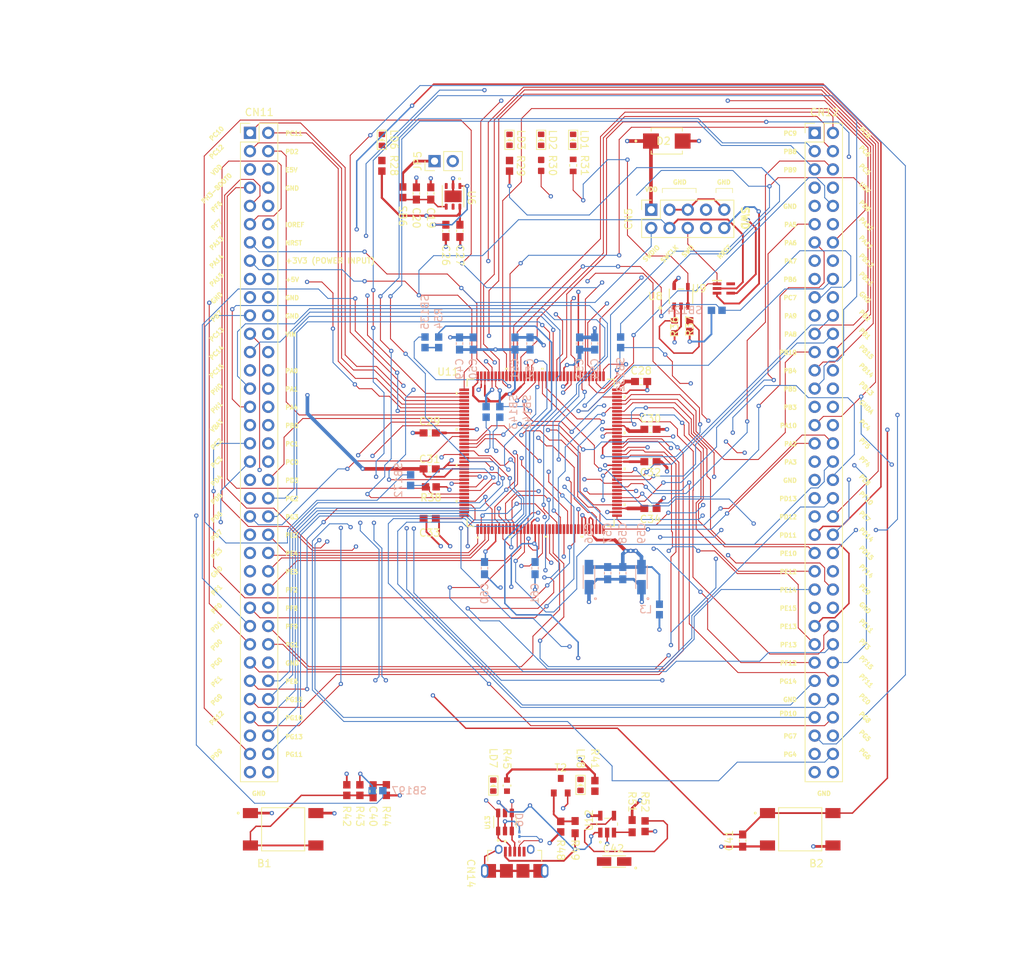
<source format=kicad_pcb>
(kicad_pcb (version 20240108) (generator "pcbnew") (generator_version "8.0")
  (layers (0 "F.Cu" signal "Top Layer (T)") (1 "In1.Cu" signal "GND (2)") (2 "In2.Cu" signal "Signal (3)") (3 "In3.Cu" signal "PWR (4)") (4 "In4.Cu" signal "GND (5)") (31 "B.Cu" jumper "Bottom Layer (B)") (34 "B.Paste" user) (35 "F.Paste" user) (36 "B.SilkS" user "B.Silkscreen") (37 "F.SilkS" user "F.Silkscreen") (38 "B.Mask" user) (39 "F.Mask" user) (44 "Edge.Cuts" user))
  (net 0 "")
  (net 1 "Net-(U6-VOUT)")
  (net 2 "NRST")
  (net 3 "PA9")
  (net 4 "AVDD")
  (net 5 "PG13")
  (net 6 "PB0")
  (net 7 "PC1")
  (net 8 "PG9")
  (net 9 "PD0")
  (net 10 "PC14")
  (net 11 "PA15")
  (net 12 "PE5")
  (net 13 "PD7")
  (net 14 "PH1")
  (net 15 "PE3")
  (net 16 "PF7")
  (net 17 "PD9")
  (net 18 "PA4")
  (net 19 "PD5")
  (net 20 "PC13")
  (net 21 "PF9")
  (net 22 "PG15")
  (net 23 "PF0")
  (net 24 "PA14")
  (net 25 "PB7")
  (net 26 "PG1")
  (net 27 "PC3")
  (net 28 "PG11")
  (net 29 "PC0")
  (net 30 "PG0")
  (net 31 "PC2")
  (net 32 "PF1")
  (net 33 "PE2")
  (net 34 "PG2")
  (net 35 "PG3")
  (net 36 "PA0")
  (net 37 "PD4")
  (net 38 "PG10")
  (net 39 "PG12")
  (net 40 "PF8")
  (net 41 "PA13")
  (net 42 "PC15")
  (net 43 "PE4")
  (net 44 "PD6")
  (net 45 "PE1")
  (net 46 "PH0")
  (net 47 "PF2")
  (net 48 "PE6")
  (net 49 "PA1")
  (net 50 "PD3")
  (net 51 "PD1")
  (net 52 "PA10")
  (net 53 "PF13")
  (net 54 "PA7")
  (net 55 "PE7")
  (net 56 "PD12")
  (net 57 "PF12")
  (net 58 "PF3")
  (net 59 "PE10")
  (net 60 "PG7")
  (net 61 "PD15")
  (net 62 "PF5")
  (net 63 "PB1")
  (net 64 "PD10")
  (net 65 "PG4")
  (net 66 "PF15")
  (net 67 "PF4")
  (net 68 "PB14")
  (net 69 "PB2")
  (net 70 "PE13")
  (net 71 "PD14")
  (net 72 "PC4")
  (net 73 "PE12")
  (net 74 "PF14")
  (net 75 "PA6")
  (net 76 "PD8")
  (net 77 "PD13")
  (net 78 "PB15")
  (net 79 "PB6")
  (net 80 "PE8")
  (net 81 "PA2")
  (net 82 "PB13")
  (net 83 "PB3")
  (net 84 "PE15")
  (net 85 "PC7")
  (net 86 "PB4")
  (net 87 "PB10")
  (net 88 "PF10")
  (net 89 "PB12")
  (net 90 "PA5")
  (net 91 "PB11")
  (net 92 "PG8")
  (net 93 "PF11")
  (net 94 "PD11")
  (net 95 "PE9")
  (net 96 "PB5")
  (net 97 "PE14")
  (net 98 "PG14")
  (net 99 "PE0")
  (net 100 "PE11")
  (net 101 "PA3")
  (net 102 "PA8")
  (net 103 "Net-(LD3-A)")
  (net 104 "Net-(LD2-A)")
  (net 105 "Net-(LD1-A)")
  (net 106 "PH3-BOOT0")
  (net 107 "PC8")
  (net 108 "PC11")
  (net 109 "PD2")
  (net 110 "PC5")
  (net 111 "PC6")
  (net 112 "PF6")
  (net 113 "PC9")
  (net 114 "PC10")
  (net 115 "PC12")
  (net 116 "PB9")
  (net 117 "PB8")
  (net 118 "VDD")
  (net 119 "+3V3")
  (net 120 "Net-(B1-Pad1)")
  (net 121 "Net-(R29-Pad1)")
  (net 122 "Net-(R37-Pad1)")
  (net 123 "Net-(C40-Pad2)")
  (net 126 "Net-(U11-PB7)")
  (net 127 "Net-(U8-IN-)")
  (net 128 "Net-(U8-IN+)")
  (net 129 "PA11")
  (net 130 "PA12")
  (net 131 "GND")
  (net 132 "E5V")
  (net 134 "+5V")
  (net 136 "VIN")
  (net 138 "U5V")
  (net 139 "Net-(LD8-A)")
  (net 140 "Net-(R48-Pad1)")
  (net 141 "Net-(LD8-K)")
  (net 142 "USB_DP")
  (net 143 "Net-(R43-Pad1)")
  (net 144 "Net-(U6-EN)")
  (net 145 "PG5")
  (net 146 "USB_VBUS")
  (net 147 "Net-(JP5-Pin_1)")
  (net 148 "Net-(LD6-A)")
  (net 149 "Net-(LD7-A)")
  (net 150 "Net-(LD7-K)")
  (net 151 "Net-(U12-EN)")
  (net 152 "Net-(R54-Pad1)")
  (net 154 "USB_DN")
  (net 155 "IOREF")
  (net 156 "PG6")
  (footprint "Connector_PinSocket_2.54mm:PinSocket_2x36_P2.54mm_Vertical" (layer "F.Cu") (at 171.364648 38.275)
    (property "Reference" "CN12")
    (property "Value" "Conn_02x36_Odd_Even" (hide yes))
  )
  (footprint "TS04_66_43_BK_260_SMT:SW_TS04-66-43-BK-260-SMT" (layer "F.Cu") (at 94.075 135.115)
    (property "Reference" "B1")
    (property "Value" "TS02-66-60-BK-160-LCR-D" (hide yes))
  )
  (footprint "RC0603FR-07330RL:RESC1607X60N" (layer "F.Cu") (at 137.421625 129.0829 90)
    (property "Reference" "R41")
    (property "Value" "330" (hide yes))
  )
  (footprint "TAJA475K016R:CAPMP3216X166" (layer "F.Cu") (at 140.1 139.6 180)
    (property "Reference" "C42")
    (property "Value" "4.7uF" (hide yes))
  )
  (footprint "CC0603KRX7R7BB104:CAPC1608X90" (layer "F.Cu") (at 145.15 79.5)
    (property "Reference" "C30")
    (property "Value" "100nF" (hide yes))
  )
  (footprint "RC0603FR-07620RL:RC0603N_YAG" (layer "F.Cu") (at 125.2 129.0399 90)
    (property "Reference" "R45")
    (property "Value" "620" (hide yes))
  )
  (footprint "RC0603FR-07330RL:RESC1607X60N" (layer "F.Cu") (at 104.74301 129.665 -90)
    (property "Reference" "R43")
    (property "Value" "330" (hide yes))
  )
  (footprint "CC0603KRX7R7BB104:CAPC1608X90" (layer "F.Cu") (at 114.45 80 180)
    (property "Reference" "C29")
    (property "Value" "100nF" (hide yes))
  )
  (footprint "SMD-LED-CLEAR-GREEN_0603_:LED-0603" (layer "F.Cu") (at 107.8 39.251448 90)
    (property "Reference" "LD6")
    (property "Value" "Green" (hide yes))
  )
  (footprint "TS04_66_43_BK_260_SMT:SW_TS04-66-43-BK-260-SMT" (layer "F.Cu") (at 165.974648 135.115)
    (property "Reference" "B2")
    (property "Value" "TS02-66-60-BK-160-LCR-D" (hide yes))
  )
  (footprint "STM32L496ZGT6:LQFP144-20x20mm_STM" (layer "F.Cu") (at 129.875 82.75 90)
    (property "Reference" "U11")
    (property "Value" "STM32L496ZGTx" (hide yes))
  )
  (footprint "CC0603KRX7R7BB104:CAPC1608X90" (layer "F.Cu") (at 143.85 72.85)
    (property "Reference" "C28")
    (property "Value" "100nF" (hide yes))
  )
  (footprint "RC0603FR-0722KL:RESC1607X60N" (layer "F.Cu") (at 132.671625 134.75 90)
    (property "Reference" "R48")
    (property "Value" "22K" (hide yes))
  )
  (footprint "47589-1001:MOLEX_47589-1001" (layer "F.Cu") (at 126.271625 141.25)
    (property "Reference" "CN14")
    (property "Value" "USB_B_Micro" (hide yes))
  )
  (footprint "ESDALC6V1W5:SOT65P210X110-5N" (layer "F.Cu") (at 155.356638 59.9152)
    (property "Reference" "U9")
    (property "Value" "ESDALC6V1W5" (hide yes))
  )
  (footprint "Connector_PinSocket_2.54mm:PinSocket_2x36_P2.54mm_Vertical" (layer "F.Cu") (at 92.46 38.275)
    (property "Reference" "CN11")
    (property "Value" "Conn_02x36_Odd_Even" (hide yes))
  )
  (footprint "RC0603FR-0710KL:RESC1607X60N" (layer "F.Cu") (at 144.4 134.685 90)
    (property "Reference" "R52")
    (property "Value" "10K" (hide yes))
  )
  (footprint "RC0603FR-0710KL:RESC1607X60N" (layer "F.Cu") (at 114.6154 87.5)
    (property "Reference" "R38")
    (property "Value" "10K" (hide yes))
  )
  (footprint "CC0603KRX5R7BB105:CAPC1608X90" (layer "F.Cu") (at 118.65 51.9016 -90)
    (property "Reference" "C27")
    (property "Value" "1uF" (hide yes))
  )
  (footprint "STMPS2151STR:SOT95P280X145-5N" (layer "F.Cu") (at 139.1266 134.4 90)
    (property "Reference" "U12")
    (property "Value" "STMPS2151STR" (hide yes))
  )
  (footprint "MMBT9013:SOT-23" (layer "F.Cu") (at 132.671625 129.0519 90)
    (property "Reference" "T2")
    (property "Value" "9013" (hide yes))
    (property "VALUE" "MMBT9013" (hide yes))
  )
  (footprint "RC0603FR-0747KL:RESC1608X55" (layer "F.Cu") (at 134.671625 134.8154 90)
    (property "Reference" "R49")
    (property "Value" "47K" (hide yes))
  )
  (footprint "SMD-LED-CLEAR-GREEN_0603_:LED-0603" (layer "F.Cu") (at 134.4 39.2455 90)
    (property "Reference" "LD1")
    (property "Value" "Green" (hide yes))
  )
  (footprint "SMD-LED-CLEAR-GREEN_0603_:LED-0603" (layer "F.Cu") (at 135.421625 128.9469 90)
    (property "Reference" "LD8")
    (property "Value" "Green" (hide yes))
  )
  (footprint "RC0603FR-07510RL:RESC1608X60N" (layer "F.Cu") (at 134.4 42.8 90)
    (property "Reference" "R31")
    (property "Value" "510" (hide yes))
  )
  (footprint "Connector_PinHeader_2.54mm:PinHeader_1x02_P2.54mm_Vertical" (layer "F.Cu") (at 115.125 42.2 90)
    (property "Reference" "JP5")
    (property "Value" "Conn_01x02_Pin" (hide yes))
  )
  (footprint "SMD-RES-680R-1_-1_10W_0603_:R0603" (layer "F.Cu") (at 129.95 42.8 180)
    (property "Reference" "R30")
    (property "Value" "680" (hide yes))
  )
  (footprint "CC0603KRX5R7BB105:CAPC1608X90" (layer "F.Cu") (at 114.6 46.7 90)
    (property "Reference" "C19")
    (property "Value" "1uF" (hide yes))
  )
  (footprint "RC0603FR-0710KL:RESC1607X60N" (layer "F.Cu") (at 150.606001 65.149999 90)
    (property "Reference" "R37")
    (property "Value" "10K" (hide yes))
  )
  (footprint "Connector_PinSocket_2.54mm:PinSocket_2x05_P2.54mm_Vertical" (layer "F.Cu") (at 145.256638 48.96 90)
    (property "Reference" "CN5")
    (property "Value" "Conn_ARM_JTAG_SWD_10" (hide yes))
  )
  (footprint "RC0603FR-07220KL:RESC1607X60N" (layer "F.Cu") (at 102.92461 129.665 -90)
    (property "Reference" "R42")
    (property "Value" "220K" (hide yes))
  )
  (footprint "LD39050PU33R:SON95P300X300X100-7N" (layer "F.Cu") (at 117.7 47.1 -90)
    (property "Reference" "U6")
    (property "Value" "LD39050PU33R" (hide yes))
  )
  (footprint "RC0603JR-070RL:RESC1607X60N" (layer "F.Cu") (at 110.7 46.5346 90)
    (property "Reference" "SB6")
    (property "Value" "Closed" (hide yes))
  )
  (footprint "SMLVT3V3:DIOM4336X265N" (layer "F.Cu") (at 147.421638 39.4125)
    (property "Reference" "D2")
    (property "Value" "SMLVT3V3" (hide yes))
  )
  (footprint "SMD-LED-CLEAR-BLUE_0603_:LED-0603" (layer "F.Cu") (at 129.95 39.2455 90)
    (property "Reference" "LD2")
    (property "Value" "Blue" (hide yes))
  )
  (footprint "CC0603KRX7R7BB104:CAPC1608X90" (layer "F.Cu") (at 145.15 84)
    (property "Reference" "C32")
    (property "Value" "100nF" (hide yes))
  )
  (footprint "RC0603FR-071KL:RESC1607X60N" (layer "F.Cu") (at 107.8 42.854448 90)
    (property "Reference" "R28")
    (property "Value" "1K" (hide yes))
  )
  (footprint "USBLC6-2SC6:SOT95P280X145-6N" (layer "F.Cu") (at 124.921625 134.1 90)
    (property "Reference" "U13")
    (property "Value" "USBLC6-2SC6")
  )
  (footprint "CC0603KRX7R7BB104:CAPC1608X90" (layer "F.Cu") (at 116.7 51.9016 -90)
    (property "Reference" "C26")
    (property "Value" "100nF" (hide yes))
  )
  (footprint "LED-SMD-RED-DIFFUSED_0603_:LED-0603" (layer "F.Cu") (at 125.551 39.2455 90)
    (property "Reference" "LD3")
    (property "Value" "Red" (hide yes))
  )
  (footprint "RC0603FR-07200KL:RESC1608X60N" (layer "F.Cu") (at 148.506001 65.253199 90)
    (property "Reference" "R36")
    (property "Value" "200K" (hide yes))
  )
  (footprint "TSV631AILT:SOT23-5_STM" (layer "F.Cu") (at 149.4 61 90)
    (property "Reference" "U8")
    (property "Value" "TSV631AILT" (hide yes))
  )
  (footprint "RC0603FR-071KL:RESC1607X60N" (layer "F.Cu") (at 125.551 42.854448 90)
    (property "Reference" "R29")
    (property "Value" "1K" (hide yes))
  )
  (footprint "CC0603KRX7R7BB104:CAPC1608X90" (layer "F.Cu") (at 114.45 91.9 180)
    (property "Reference" "C33")
    (property "Value" "100nF" (hide yes))
  )
  (footprint "RC0603FR-0747KL:RESC1608X55" (layer "F.Cu") (at 142.6 134.685 90)
    (property "Reference" "R51")
    (property "Value" "47K" (hide yes))
  )
  (footprint "CC0603KRX7R7BB104:CAPC1608X90" (layer "F.Cu") (at 106.58381 129.8304 90)
    (property "Reference" "C40")
    (property "Value" "[N/A]" (hide yes))
  )
  (footprint "LED-SMD-RED-DIFFUSED_0603_:LED-0603" (layer "F.Cu") (at 123.3 129.0399 90)
    (property "Reference" "LD7")
    (property "Value" "Red" (hide yes))
  )
  (footprint "RC0603FR-07100RL:RESC1607X60N" (layer "F.Cu") (at 108.42461 129.665 90)
    (property "Reference" "R44")
    (property "Value" "100" (hide yes))
  )
  (footprint "CC0603KRX7R7BB104:CAPC1608X90" (layer "F.Cu") (at 157.974648 136.6884 90)
    (property "Reference" "C41")
    (property "Value" "100nF" (hide yes))
  )
  (footprint "CC0603KRX7R7BB104:CAPC1608X90" (layer "F.Cu") (at 114.45 85)
    (property "Reference" "C31")
    (property "Value" "100nF" (hide yes))
  )
  (footprint "CC0603KRX7R7BB104:CAPC1608X90" (layer "F.Cu") (at 145.15 90.5)
    (property "Reference" "C34")
    (property "Value" "100nF" (hide yes))
  )
  (footprint "CC0603KRX7R7BB104:CAPC1608X90" (layer "F.Cu") (at 112.6 46.7 90)
    (property "Reference" "C20")
    (property "Value" "100nF" (hide yes))
  )
  (footprint "CC0603KRX7R7BB104:CAPC1608X90" (layer "B.Cu") (at 139.2 99.5 -90)
    (property "Reference" "C57")
    (property "Value" "100nF" (hide yes))
  )
  (footprint "FCM1608KF-601T05:FB0603" (layer "B.Cu") (at 146.4 104.55 90)
    (property "Reference" "L3")
    (property "Value" "BEAD" (hide yes))
  )
  (footprint "RC0603JR-070RL:RESC1607X60N" (layer "B.Cu") (at 124.2 77.077201 -90)
    (property "Reference" "SB142")
    (property "Value" "Closed" (hide yes))
  )
  (footprint "RC0603JR-070RL:RESC1607X60N" (layer "B.Cu") (at 122.3 77.077201 -90)
    (property "Reference" "SB143")
    (property "Value" "Closed" (hide yes))
  )
  (footprint "RC0603JR-070RL:RESC1607X60N" (layer "B.Cu") (at 113.8 67.4 -90)
    (property "Reference" "SB135")
    (property "Value" "Closed" (hide yes))
  )
  (footprint "CC0603KRX7R7BB104:CAPC1608X90" (layer "B.Cu") (at 120.5 67.565 90)
    (property "Reference" "C50")
    (property "Value" "100nF" (hide yes))
  )
  (footprint "RC0603FR-0710KL:RESC1607X60N" (layer "B.Cu") (at 115.7 67.4 90)
    (property "Reference" "R54")
    (property "Value" "10K" (hide yes))
  )
  (footprint "CC0603KRX7R7BB104:CAPC1608X90" (layer "B.Cu") (at 126.3 67.565 90)
    (property "Reference" "C51")
    (property "Value" "100nF" (hide yes))
  )
  (footprint "RC0603JR-070RL:RESC1607X60N" (layer "B.Cu") (at 111.8 86.565 90)
    (property "Reference" "SB172")
    (property "Value" "Closed" (hide yes))
  )
  (footprint "CC0603KRX5R7BB105:CAPC1608X90" (layer "B.Cu") (at 122.075001 98.8 -90)
    (property "Reference" "C60")
    (property "Value" "1uF_X5R_0603" (hide yes))
  )
  (footprint "CC0603KRX7R7BB104:CAPC1608X90" (layer "B.Cu") (at 135.3 67.565 90)
    (property "Reference" "C53")
    (property "Value" "100nF" (hide yes))
  )
  (footprint "RC0603JR-070RL:RESC1607X60N" (layer "B.Cu") (at 141 67.3996 90)
    (property "Reference" "SB132")
    (property "Value" "Closed" (hide yes))
  )
  (footprint "TAJA105K016R:CAPMP3216X166" (layer "B.Cu") (at 143.9 100.05 90)
    (property "Reference" "C59")
    (property "Value" "1uF" (hide yes))
  )
  (footprint "CC0603KRX7R7BB104:CAPC1608X90" (layer "B.Cu") (at 118.6 67.565 90)
    (property "Reference" "C49")
    (property "Value" "100nF" (hide yes))
  )
  (footprint "CC0603KRX5R7BB475:CAPC1608X90" (layer "B.Cu") (at 137.4 67.565 90)
    (property "Reference" "C54")
    (property "Value" "4.7uF_X54_0603" (hide yes))
  )
  (footprint "RC0603JR-070RL:RESC1607X60N" (layer "B.Cu") (at 154.365 62.95 180)
    (property "Reference" "SB124")
    (property "Value" "Closed" (hide yes))
  )
  (footprint "TAJA105K016R:CAPMP3216X166" (layer "B.Cu") (at 136.6 100.05 90)
    (property "Reference" "C56")
    (property "Value" "1uF" (hide yes))
  )
  (footprint "CC0603KRX7R7BB104:CAPC1608X90" (layer "B.Cu") (at 141.3 99.5 -90)
    (property "Reference" "C58")
    (property "Value" "100nF" (hide yes))
  )
  (footprint "RC0603JR-070RL:RESC1607X60N" (layer "B.Cu") (at 107.20301 129.74411 180)
    (property "Reference" "SB197")
    (property "Value" "Closed" (hide yes))
  )
  (footprint "ESDALC6V1-1U2:DIODE_ESDALC6V1-1U2" (layer "B.Cu") (at 126.921625 135.8 90)
    (property "Reference" "D6")
    (property "Value" "ESDALC6V1-1U2" (hide yes))
  )
  (footprint "CC0603KRX7R7BB104:CAPC1608X90" (layer "B.Cu") (at 129.1 98.8 -90)
    (property "Reference" "C61")
    (property "Value" "100nF" (hide yes))
  )
  (footprint "CC0603KRX5R7BB475:CAPC1608X90" (layer "B.Cu") (at 128.4 67.565 90)
    (property "Reference" "C52")
    (property "Value" "4.7uF_X54_0603" (hide yes))
  )
  (gr_line (start 130.4 140.9) (end 127.6 140.9) (stroke (width 0.3048)) (layer "F.Cu") (net 131))
  (gr_line (start 127.6 140.9) (end 122.1 140.9) (stroke (width 0.3048)) (layer "F.Cu") (net 131))
  (gr_line (start 122.1 138.9) (end 122.1 140.9) (stroke (width 0.2)) (layer "F.Cu") (net 131))
  (gr_line (start 124 137.9) (end 122.1 138.9) (stroke (width 0.2)) (layer "F.Cu") (net 131))
  (gr_line (start 146.8 46) (end 151.5 46) (stroke (width 0.1)) (layer "F.SilkS"))
  (gr_line (start 156.566638 46) (end 156.566638 46.6) (stroke (width 0.1)) (layer "F.SilkS"))
  (gr_line (start 146.8 46.6) (end 146.8 46) (stroke (width 0.1)) (layer "F.SilkS"))
  (gr_line (start 154.266638 46) (end 154.266638 46.6) (stroke (width 0.1)) (layer "F.SilkS"))
  (gr_line (start 154.266638 46) (end 156.566638 46) (stroke (width 0.1)) (layer "F.SilkS"))
  (gr_line (start 151.5 46) (end 151.5 46.6) (stroke (width 0.1)) (layer "F.SilkS"))
  (gr_text "PE12" (at 163.058057 99.67 0) (layer "F.SilkS") (effects (font (size 0.6096 0.6096) (thickness 0.1524) (bold yes)) (justify left bottom)))
  (gr_text "SWO\n" (at 149.853421 55.733158 45) (layer "F.SilkS") (effects (font (size 0.6096 0.6096) (thickness 0.1524) (bold yes)) (justify left bottom)))
  (gr_text "PB13" (at 174 73.187935 315) (layer "F.SilkS") (effects (font (size 0.6096 0.6096) (thickness 0.1524) (bold yes)) (justify left bottom)))
  (gr_text "PE3" (at 84.4 97.730263 45) (layer "F.SilkS") (effects (font (size 0.6096 0.6096) (thickness 0.1524) (bold yes)) (justify left bottom)))
  (gr_text "PE7" (at 174 91.193724 315) (layer "F.SilkS") (effects (font (size 0.6096 0.6096) (thickness 0.1524) (bold yes)) (justify left bottom)))
  (gr_text "PE4" (at 94.3 97.137722 0) (layer "F.SilkS") (effects (font (size 0.6096 0.6096) (thickness 0.1524) (bold yes)) (justify left bottom)))
  (gr_text "PA3" (at 163.667657 84.43 0) (layer "F.SilkS") (effects (font (size 0.6096 0.6096) (thickness 0.1524) (bold yes)) (justify left bottom)))
  (gr_text "GND" (at 94.3 46.337722 0) (layer "F.SilkS") (effects (font (size 0.6096 0.6096) (thickness 0.1524) (bold yes)) (justify left bottom)))
  (gr_text "+5V" (at 94.3 59.037722 0) (layer "F.SilkS") (effects (font (size 0.6096 0.6096) (thickness 0.1524) (bold yes)) (justify left bottom)))
  (gr_text "GNDA" (at 174 75.727935 315) (layer "F.SilkS") (effects (font (size 0.6096 0.6096) (thickness 0.1524) (bold yes)) (justify left bottom)))
  (gr_text "GND" (at 163.522513 86.97 0) (layer "F.SilkS") (effects (font (size 0.6096 0.6096) (thickness 0.1524) (bold yes)) (justify left bottom)))
  (gr_text "PB14" (at 174 70.647935 315) (layer "F.SilkS") (effects (font (size 0.6096 0.6096) (thickness 0.1524) (bold yes)) (justify left bottom)))
  (gr_text "GND" (at 163.522513 48.87 0) (layer "F.SilkS") (effects (font (size 0.6096 0.6096) (thickness 0.1524) (bold yes)) (justify left bottom)))
  (gr_text "PF5" (at 174 81.043987 315) (layer "F.SilkS") (effects (font (size 0.6096 0.6096) (thickness 0.1524) (bold yes)) (justify left bottom)))
  (gr_text "PF9" (at 94.3 107.297722 0) (layer "F.SilkS") (effects (font (size 0.6096 0.6096) (thickness 0.1524) (bold yes)) (justify left bottom)))
  (gr_text "PA15" (at 84.205 59.825263 45) (layer "F.SilkS") (effects (font (size 0.6096 0.6096) (thickness 0.1524) (bold yes)) (justify left bottom)))
  (gr_text "PD2" (at 94.3 41.257722 0) (layer "F.SilkS") (effects (font (size 0.6096 0.6096) (thickness 0.1524) (bold yes)) (justify left bottom)))
  (gr_text "PB10" (at 163 69.19 0) (layer "F.SilkS") (effects (font (size 0.6096 0.6096) (thickness 0.1524) (bold yes)) (justify left bottom)))
  (gr_text "GND" (at 94.3 61.577722 0) (layer "F.SilkS") (effects (font (size 0.6096 0.6096) (thickness 0.1524) (bold yes)) (justify left bottom)))
  (gr_text "PC13" (at 84.174211 67.476052 45) (layer "F.SilkS") (effects (font (size 0.6096 0.6096) (thickness 0.1524) (bold yes)) (justify left bottom)))
  (gr_text "PA14" (at 84.205 57.285263 45) (layer "F.SilkS") (effects (font (size 0.6096 0.6096) (thickness 0.1524) (bold yes)) (justify left bottom)))
  (gr_text "PB12" (at 174 55.407935 315) (layer "F.SilkS") (effects (font (size 0.6096 0.6096) (thickness 0.1524) (bold yes)) (justify left bottom)))
  (gr_text "PD11" (at 163 94.59 0) (layer "F.SilkS") (effects (font (size 0.6096 0.6096) (thickness 0.1524) (bold yes)) (justify left bottom)))
  (gr_text "PG15" (at 94.3 117.457722 0) (layer "F.SilkS") (effects (font (size 0.6096 0.6096) (thickness 0.1524) (bold yes)) (justify left bottom)))
  (gr_text "PC9" (at 163.580571 38.71 0) (layer "F.SilkS") (effects (font (size 0.6096 0.6096) (thickness 0.1524) (bold yes)) (justify left bottom)))
  (gr_text "PB6" (at 163.580571 59.03 0) (layer "F.SilkS") (effects (font (size 0.6096 0.6096) (thickness 0.1524) (bold yes)) (justify left bottom)))
  (gr_text "PB11" (at 174 57.947935 315) (layer "F.SilkS") (effects (font (size 0.6096 0.6096) (thickness 0.1524) (bold yes)) (justify left bottom)))
  (gr_text "PD8" (at 174 47.993198 315) (layer "F.SilkS") (effects (font (size 0.6096 0.6096) (thickness 0.1524) (bold yes)) (justify left bottom)))
  (gr_text "PG6" (at 174 124.193198 315) (layer "F.SilkS") (effects (font (size 0.6096 0.6096) (thickness 0.1524) (bold yes)) (justify left bottom)))
  (gr_text "PC10" (at 84.174211 39.536052 45) (layer "F.SilkS") (effects (font (size 0.6096 0.6096) (thickness 0.1524) (bold yes)) (justify left bottom)))
  (gr_text "PC2" (at 84.379474 82.51079 45) (layer "F.SilkS") (effects (font (size 0.6096 0.6096) (thickness 0.1524) (bold yes)) (justify left bottom)))
  (gr_text "PG8" (at 174 119.113198 315) (layer "F.SilkS") (effects (font (size 0.6096 0.6096) (thickness 0.1524) (bold yes)) (justify left bottom)))
  (gr_text "GND" (at 168.25 130.5 0) (layer "F.SilkS") (effects (font (size 0.6096 0.6096) (thickness 0.1524) (bold yes)) (justify left bottom)))
  (gr_text "PB5" (at 163.580571 74.27 0) (layer "F.SilkS") (effects (font (size 0.6096 0.6096) (thickness 0.1524) (bold yes)) (justify left bottom)))
  (gr_text "PD7" (at 84.379474 95.21079 45) (layer "F.SilkS") (effects (font (size 0.6096 0.6096) (thickness 0.1524) (bold yes)) (justify left bottom)))
  (gr_text "PD12" (at 163 92.05 0) (layer "F.SilkS") (effects (font (size 0.6096 0.6096) (thickness 0.1524) (bold yes)) (justify left bottom)))
  (gr_text "+3V3 (POWER INPUT)" (at 94.3 56.497722 0) (layer "F.SilkS") (effects (font (size 0.762 0.762) (thickness 0.1524) (bold yes)) (justify left bottom)))
  (gr_text "PE0" (at 174 116.593724 315) (layer "F.SilkS") (effects (font (size 0.6096 0.6096) (thickness 0.1524) (bold yes)) (justify left bottom)))
  (gr_text "PA6" (at 163.667657 53.95 0) (layer "F.SilkS") (effects (font (size 0.6096 0.6096) (thickness 0.1524) (bold yes)) (justify left bottom)))
  (gr_text "PB15" (at 174 68.107935 315) (layer "F.SilkS") (effects (font (size 0.6096 0.6096) (thickness 0.1524) (bold yes)) (justify left bottom)))
  (gr_text "GND" (at 84.358947 62.211316 45) (layer "F.SilkS") (effects (font (size 0.6096 0.6096) (thickness 0.1524) (bold yes)) (justify left bottom)))
  (gr_text "PG7" (at 163.580571 122.53 0) (layer "F.SilkS") (effects (font (size 0.6096 0.6096) (thickness 0.1524) (bold yes)) (justify left bottom)))
  (gr_text "GND\n" (at 148.2 45.5 0) (layer "F.SilkS") (effects (font (size 0.6096 0.6096) (thickness 0.1524) (bold yes)) (justify left bottom)))
  (gr_text "PF4" (at 174 83.583987 315) (layer "F.SilkS") (effects (font (size 0.6096 0.6096) (thickness 0.1524) (bold yes)) (justify left bottom)))
  (gr_text "NRST" (at 94.3 53.957722 0) (layer "F.SilkS") (effects (font (size 0.6096 0.6096) (thickness 0.1524) (bold yes)) (justify left bottom)))
  (gr_text "GND" (at 94.3 112.377722 0) (layer "F.SilkS") (effects (font (size 0.6096 0.6096) (thickness 0.1524) (bold yes)) (justify left bottom)))
  (gr_text "VDD" (at 84.4 44.390263 45) (layer "F.SilkS") (effects (font (size 0.6096 0.6096) (thickness 0.1524) (bold yes)) (justify left bottom)))
  (gr_text "U5V" (at 174 45.473724 315) (layer "F.SilkS") (effects (font (size 0.6096 0.6096) (thickness 0.1524) (bold yes)) (justify left bottom)))
  (gr_text "PB7" (at 84.379474 64.73079 45) (layer "F.SilkS") (effects (font (size 0.6096 0.6096) (thickness 0.1524) (bold yes)) (justify left bottom)))
  (gr_text "PF3" (at 174 108.983987 315) (layer "F.SilkS") (effects (font (size 0.6096 0.6096) (thickness 0.1524) (bold yes)) (justify left bottom)))
  (gr_text "PF0" (at 84.410263 105.34 45) (layer "F.SilkS") (effects (font (size 0.6096 0.6096) (thickness 0.1524) (bold yes)) (justify left bottom)))
  (gr_text "GND" (at 174 60.672671 315) (layer "F.SilkS") (effects (font (size 0.6096 0.6096) (thickness 0.1524) (bold yes)) (justify left bottom)))
  (gr_text "PG13" (at 94.3 122.62 0) (layer "F.SilkS") (effects (font (size 0.6096 0.6096) (thickness 0.1524) (bold yes)) (justify left bottom)))
  (gr_text "PC7" (at 163.580571 61.57 0) (layer "F.SilkS") (effects (font (size 0.6096 0.6096) (thickness 0.1524) (bold yes)) (justify left bottom)))
  (gr_text "PB1" (at 174 65.773198 315) (layer "F.SilkS") (effects (font (size 0.6096 0.6096) (thickness 0.1524) (bold yes)) (justify left bottom)))
  (gr_text "PE9" (at 174 101.353724 315) (layer "F.SilkS") (effects (font (size 0.6096 0.6096) (thickness 0.1524) (bold yes)) (justify left bottom)))
  (gr_text "VBAT" (at 84.266579 80.083684 45) (layer "F.SilkS") (effects (font (size 0.6096 0.6096) (thickness 0.1524) (bold yes)) (justify left bottom)))
  (gr_text "PE15" (at 163.058057 104.75 0) (layer "F.SilkS") (effects (font (size 0.6096 0.6096) (thickness 0.1524) (bold yes)) (justify left bottom)))
  (gr_text "SWDIO" (at 144.455263 56.369474 45) (layer "F.SilkS") (effects (font (size 0.6096 0.6096) (thickness 0.1524) (bold yes)) (justify left bottom)))
  (gr_text "PD4" (at 84.379474 87.59079 45) (layer "F.SilkS") (effects (font (size 0.6096 0.6096) (thickness 0.1524) (bold yes)) (justify left bottom)))
  (gr_text "GND" (at 89.658094 130.5 0) (layer "F.SilkS") (effects (font (size 0.6096 0.6096) (thickness 0.1524) (bold yes)) (justify left bottom)))
  (gr_text "PB9" (at 163.580571 43.79 0) (layer "F.SilkS") (effects (font (size 0.6096 0.6096) (thickness 0.1524) (bold yes)) (justify left bottom)))
  (gr_text "GND" (at 94.3 64.117722 0) (layer "F.SilkS") (effects (font (size 0.6096 0.6096) (thickness 0.1524) (bold yes)) (justify left bottom)))
  (gr_text "SWD" (at 157.7 48.4 -90) (layer "F.SilkS") (effects (font (size 1.016 1.016) (thickness 0.254) (bold yes)) (justify left bottom)))
  (gr_text "PC14" (at 84.174211 70.016052 45) (layer "F.SilkS") (effects (font (size 0.6096 0.6096) (thickness 0.1524) (bold yes)) (justify left bottom)))
  (gr_text "PA1" (at 94.3 74.277722 0) (layer "F.SilkS") (effects (font (size 0.6096 0.6096) (thickness 0.1524) (bold yes)) (justify left bottom)))
  (gr_text "PC15" (at 84.174211 72.556052 45) (layer "F.SilkS") (effects (font (size 0.6096 0.6096) (thickness 0.1524) (bold yes)) (justify left bottom)))
  (gr_text "PE14" (at 163.058057 102.21 0) (layer "F.SilkS") (effects (font (size 0.6096 0.6096) (thickness 0.1524) (bold yes)) (justify left bottom)))
  (gr_text "PG4" (at 163.580571 125.07 0) (layer "F.SilkS") (effects (font (size 0.6096 0.6096) (thickness 0.1524) (bold yes)) (justify left bottom)))
  (gr_text "PA4" (at 94.3 76.817722 0) (layer "F.SilkS") (effects (font (size 0.6096 0.6096) (thickness 0.1524) (bold yes)) (justify left bottom)))
  (gr_text "SWCLK\n" (at 146.933684 56.492631 45) (layer "F.SilkS") (effects (font (size 0.6096 0.6096) (thickness 0.1524) (bold yes)) (justify left bottom)))
  (gr_text "PB8" (at 163.580571 41.25 0) (layer "F.SilkS") (effects (font (size 0.6096 0.6096) (thickness 0.1524) (bold yes)) (justify left bottom)))
  (gr_text "GND" (at 174 103.852671 315) (layer "F.SilkS") (effects (font (size 0.6096 0.6096) (thickness 0.1524) (bold yes)) (justify left bottom)))
  (gr_text "PG14" (at 163 114.91 0) (layer "F.SilkS") (effects (font (size 0.6096 0.6096) (thickness 0.1524) (bold yes)) (justify left bottom)))
  (gr_text "PB3" (at 163.580571 76.81 0) (layer "F.SilkS") (effects (font (size 0.6096 0.6096) (thickness 0.1524) (bold yes)) (justify left bottom)))
  (gr_text "PE13" (at 163.058057 107.29 0) (layer "F.SilkS") (effects (font (size 0.6096 0.6096) (thickness 0.1524) (bold yes)) (justify left bottom)))
  (gr_text "PA2" (at 163.667657 81.89 0) (layer "F.SilkS") (effects (font (size 0.6096 0.6096) (thickness 0.1524) (bold yes)) (justify left bottom)))
  (gr_text "PG0" (at 84.379474 112.99079 45) (layer "F.SilkS") (effects (font (size 0.6096 0.6096) (thickness 0.1524) (bold yes)) (justify left bottom)))
  (gr_text "PB0" (at 94.3 79.357722 0) (layer "F.SilkS") (effects (font (size 0.6096 0.6096) (thickness 0.1524) (bold yes)) (justify left bottom)))
  (gr_text "PC5" (at 174 42.913198 315) (layer "F.SilkS") (effects (font (size 0.6096 0.6096) (thickness 0.1524) (bold yes)) (justify left bottom)))
  (gr_text "PH3-BOOT0" (at 83.06579 48.27659 45) (layer "F.SilkS") (effects (font (size 0.6096 0.6096) (thickness 0.1524) (bold yes)) (justify left bottom)))
  (gr_text "PE2" (at 94.3 94.597722 0) (layer "F.SilkS") (effects (font (size 0.6096 0.6096) (thickness 0.1524) (bold yes)) (justify left bottom)))
  (gr_text "PF15" (at 174 111.318724 315) (layer "F.SilkS") (effects (font (size 0.6096 0.6096) (thickness 0.1524) (bold yes)) (justify left bottom)))
  (gr_text "PD6" (at 84.379474 92.67079 45) (layer "F.SilkS") (effects (font (size 0.6096 0.6096) (thickness 0.1524) (bold yes)) (justify left bottom)))
  (gr_text "VDD" (at 144.3 46.5 0) (layer "F.SilkS") (effects (font (size 0.6096 0.6096) (thickness 0.1524) (bold yes)) (justify left bottom)))
  (gr_text "PG10" (at 94.3 119.997722 0) (layer "F.SilkS") (effects (font (size 0.6096 0.6096) (thickness 0.1524) (bold yes)) (justify left bottom)))
  (gr_text "PA7" (at 163.667657 56.49 0) (layer "F.SilkS") (effects (font (size 0.6096 0.6096) (thickness 0.1524) (bold yes)) (justify left bottom)))
  (gr_text "PE6" (at 94.3 114.917722 0) (layer "F.SilkS") (effects (font (size 0.6096 0.6096) (thickness 0.1524) (bold yes)) (justify left bottom)))
  (gr_text "GND" (at 163.522513 117.45 0) (layer "F.SilkS") (effects (font (size 0.6096 0.6096) (thickness 0.1524) (bold yes)) (justify left bottom)))
  (gr_text "PA5" (at 163.667657 51.41 0) (layer "F.SilkS") (effects (font (size 0.6096 0.6096) (thickness 0.1524) (bold yes)) (justify left bottom)))
  (gr_text "PG3" (at 94.3 92.057722 0) (layer "F.SilkS") (effects (font (size 0.6096 0.6096) (thickness 0.1524) (bold yes)) (justify left bottom)))
  (gr_text "PF12" (at 163.087086 112.37 0) (layer "F.SilkS") (effects (font (size 0.6096 0.6096) (thickness 0.1524) (bold yes)) (justify left bottom)))
  (gr_text "PD14" (at 174 93.507935 315) (layer "F.SilkS") (effects (font (size 0.6096 0.6096) (thickness 0.1524) (bold yes)) (justify left bottom)))
  (gr_text "PD3" (at 94.3 86.977722 0) (layer "F.SilkS") (effects (font (size 0.6096 0.6096) (thickness 0.1524) (bold yes)) (justify left bottom)))
  (gr_text "PC4" (at 174 78.473198 315) (layer "F.SilkS") (effects (font (size 0.6096 0.6096) (thickness 0.1524) (bold yes)) (justify left bottom)))
  (gr_text "PA13" (at 84.205 54.745263 45) (layer "F.SilkS") (effects (font (size 0.6096 0.6096) (thickness 0.1524) (bold yes)) (justify left bottom)))
  (gr_text "PH0" (at 84.36921 74.901053 45) (layer "F.SilkS") (effects (font (size 0.6096 0.6096) (thickness 0.1524) (bold yes)) (justify left bottom)))
  (gr_text "IOREF" (at 94.3 51.417722 0) (layer "F.SilkS") (effects (font (size 0.6096 0.6096) (thickness 0.1524) (bold yes)) (justify left bottom)))
  (gr_text "PE5" (at 94.3 99.677722 0) (layer "F.SilkS") (effects (font (size 0.6096 0.6096) (thickness 0.1524) (bold yes)) (justify left bottom)))
  (gr_text "PF2" (at 94.3 102.217722 0) (layer "F.SilkS") (effects (font (size 0.6096 0.6096) (thickness 0.1524) (bold yes)) (justify left bottom)))
  (gr_text "PF1" (at 84.410263 102.8 45) (layer "F.SilkS") (effects (font (size 0.6096 0.6096) (thickness 0.1524) (bold yes)) (justify left bottom)))
  (gr_text "PB4" (at 163.580571 71.73 0) (layer "F.SilkS") (effects (font (size 0.6096 0.6096) (thickness 0.1524) (bold yes)) (justify left bottom)))
  (gr_text "PA12" (at 174 50.358724 315) (layer "F.SilkS") (effects (font (size 0.6096 0.6096) (thickness 0.1524) (bold yes)) (justify left bottom)))
  (gr_text "PD10" (at 163 119.394343 0) (layer "F.SilkS") (effects (font (size 0.6096 0.6096) (thickness 0.1524) (bold yes)) (justify left bottom)))
  (gr_text "PD13" (at 163 89.51 0) (layer "F.SilkS") (effects (font (size 0.6096 0.6096) (thickness 0.1524) (bold yes)) (justify left bottom)))
  (gr_text "PF8" (at 94.3 104.757722 0) (layer "F.SilkS") (effects (font (size 0.6096 0.6096) (thickness 0.1524) (bold yes)) (justify left bottom)))
  (gr_text "PC6" (at 174 40.373198 315) (layer "F.SilkS") (effects (font (size 0.6096 0.6096) (thickness 0.1524) (bold yes)) (justify left bottom)))
  (gr_text "PF6" (at 84.410263 49.46 45) (layer "F.SilkS") (effects (font (size 0.6096 0.6096) (thickness 0.1524) (bold yes)) (justify left bottom)))
  (gr_text "PC0" (at 94.3 84.437722 0) (layer "F.SilkS") (effects (font (size 0.6096 0.6096) (thickness 0.1524) (bold yes)) (justify left bottom)))
  (gr_text "PG1" (at 94.3 109.837722 0) (layer "F.SilkS") (effects (font (size 0.6096 0.6096) (thickness 0.1524) (bold yes)) (justify left bottom)))
  (gr_text "PA9" (at 163.667657 64.11 0) (layer "F.SilkS") (effects (font (size 0.6096 0.6096) (thickness 0.1524) (bold yes)) (justify left bottom)))
  (gr_text "PE11" (at 174 106.228461 315) (layer "F.SilkS") (effects (font (size 0.6096 0.6096) (thickness 0.1524) (bold yes)) (justify left bottom)))
  (gr_text "PG5" (at 174 121.653198 315) (layer "F.SilkS") (effects (font (size 0.6096 0.6096) (thickness 0.1524) (bold yes)) (justify left bottom)))
  (gr_text "PE10" (at 163.058057 97.13 0) (layer "F.SilkS") (effects (font (size 0.6096 0.6096) (thickness 0.1524) (bold yes)) (justify left bottom)))
  (gr_text "GND" (at 84.358947 100.311316 45) (layer "F.SilkS") (effects (font (size 0.6096 0.6096) (thickness 0.1524) (bold yes)) (justify left bottom)))
  (gr_text "PD1" (at 84.379474 107.91079 45) (layer "F.SilkS") (effects (font (size 0.6096 0.6096) (thickness 0.1524) (bold yes)) (justify left bottom)))
  (gr_text "PF10" (at 174 88.458724 315) (layer "F.SilkS") (effects (font (size 0.6096 0.6096) (thickness 0.1524) (bold yes)) (justify left bottom)))
  (gr_text "PC8" (at 174 37.833198 315) (layer "F.SilkS") (effects (font (size 0.6096 0.6096) (thickness 0.1524) (bold yes)) (justify left bottom)))
  (gr_text "PF7" (at 84.410263 52 45) (layer "F.SilkS") (effects (font (size 0.6096 0.6096) (thickness 0.1524) (bold yes)) (justify left bottom)))
  (gr_text "E5V" (at 94.3 43.797722 0) (layer "F.SilkS") (effects (font (size 0.6096 0.6096) (thickness 0.1524) (bold yes)) (justify left bottom)))
  (gr_text "PG12" (at 84.174211 120.816052 45) (layer "F.SilkS") (effects (font (size 0.6096 0.6096) (thickness 0.1524) (bold yes)) (justify left bottom)))
  (gr_text "PD0" (at 84.379474 110.45079 45) (layer "F.SilkS") (effects (font (size 0.6096 0.6096) (thickness 0.1524) (bold yes)) (justify left bottom)))
  (gr_text "PF14" (at 174 98.618724 315) (layer "F.SilkS") (effects (font (size 0.6096 0.6096) (thickness 0.1524) (bold yes)) (justify left bottom)))
  (gr_text "PC11" (at 94.3 38.717722 0) (layer "F.SilkS") (effects (font (size 0.6096 0.6096) (thickness 0.1524) (bold yes)) (justify left bottom)))
  (gr_text "PD9" (at 84.379474 125.69079 45) (layer "F.SilkS") (effects (font (size 0.6096 0.6096) (thickness 0.1524) (bold yes)) (justify left bottom)))
  (gr_text "PA0" (at 94.3 71.737722 0) (layer "F.SilkS") (effects (font (size 0.6096 0.6096) (thickness 0.1524) (bold yes)) (justify left bottom)))
  (gr_text "PG11" (at 94.3 125.077722 0) (layer "F.SilkS") (effects (font (size 0.6096 0.6096) (thickness 0.1524) (bold yes)) (justify left bottom)))
  (gr_text "PA11" (at 174 52.898724 315) (layer "F.SilkS") (effects (font (size 0.6096 0.6096) (thickness 0.1524) (bold yes)) (justify left bottom)))
  (gr_text "PA10" (at 163.087086 79.35 0) (layer "F.SilkS") (effects (font (size 0.6096 0.6096) (thickness 0.1524) (bold yes)) (justify left bottom)))
  (gr_text "GND\n" (at 154.320084 45.5 0) (layer "F.SilkS") (effects (font (size 0.6096 0.6096) (thickness 0.1524) (bold yes)) (justify left bottom)))
  (gr_text "PD15" (at 174 96.047935 315) (layer "F.SilkS") (effects (font (size 0.6096 0.6096) (thickness 0.1524) (bold yes)) (justify left bottom)))
  (gr_text "PF13" (at 163.087086 109.83 0) (layer "F.SilkS") (effects (font (size 0.6096 0.6096) (thickness 0.1524) (bold yes)) (justify left bottom)))
  (gr_text "VIN" (at 94.3 66.657722 0) (layer "F.SilkS") (effects (font (size 0.6096 0.6096) (thickness 0.1524) (bold yes)) (justify left bottom)))
  (gr_text "PC12" (at 84.174211 42.076052 45) (layer "F.SilkS") (effects (font (size 0.6096 0.6096) (thickness 0.1524) (bold yes)) (justify left bottom)))
  (gr_text "PE8" (at 174 86.113724 315) (layer "F.SilkS") (effects (font (size 0.6096 0.6096) (thickness 0.1524) (bold yes)) (justify left bottom)))
  (gr_text "PD5" (at 84.379474 90.13079 45) (layer "F.SilkS") (effects (font (size 0.6096 0.6096) (thickness 0.1524) (bold yes)) (justify left bottom)))
  (gr_text "PG9" (at 84.379474 118.07079 45) (layer "F.SilkS") (effects (font (size 0.6096 0.6096) (thickness 0.1524) (bold yes)) (justify left bottom)))
  (gr_text "PC3" (at 84.379474 85.05079 45) (layer "F.SilkS") (effects (font (size 0.6096 0.6096) (thickness 0.1524) (bold yes)) (justify left bottom)))
  (gr_text "PG2" (at 94.3 89.517722 0) (layer "F.SilkS") (effects (font (size 0.6096 0.6096) (thickness 0.1524) (bold yes)) (justify left bottom)))
  (gr_text "PA8" (at 163.667657 66.65 0) (layer "F.SilkS") (effects (font (size 0.6096 0.6096) (thickness 0.1524) (bold yes)) (justify left bottom)))
  (gr_text "PE1" (at 84.4 115.510263 45) (layer "F.SilkS") (effects (font (size 0.6096 0.6096) (thickness 0.1524) (bold yes)) (justify left bottom)))
  (gr_text "PC1" (at 94.3 81.897722 0) (layer "F.SilkS") (effects (font (size 0.6096 0.6096) (thickness 0.1524) (bold yes)) (justify left bottom)))
  (gr_text "PF11" (at 174 113.858724 315) (layer "F.SilkS") (effects (font (size 0.6096 0.6096) (thickness 0.1524) (bold yes)) (justify left bottom)))
  (gr_text "PB2" (at 174 63.233198 315) (layer "F.SilkS") (effects (font (size 0.6096 0.6096) (thickness 0.1524) (bold yes)) (justify left bottom)))
  (gr_text "NRST" (at 154.8 56 45) (layer "F.SilkS") (effects (font (size 0.6096 0.6096) (thickness 0.1524) (bold yes)) (justify left bottom)))
  (gr_text "PH1" (at 84.36921 77.441053 45) (layer "F.SilkS") (effects (font (size 0.6096 0.6096) (thickness 0.1524) (bold yes)) (justify left bottom)))
  (segment (start 114.6 47.55) (end 115.585 48.535) (width 0.2032) (layer "F.Cu") (net 1))
  (segment (start 115.585 48.535) (end 116.75 48.535) (width 0.2032) (layer "F.Cu") (net 1))
  (segment (start 114.6 47.55) (end 112.6 47.55) (width 0.2032) (layer "F.Cu") (net 1))
  (segment (start 112.6 47.55) (end 110.9804 47.55) (width 0.2032) (layer "F.Cu") (net 1))
  (segment (start 160.2 49.2) (end 160.254 49.254) (width 0.254) (layer "F.Cu") (net 2))
  (segment (start 157.974648 135.8384) (end 155.3384 135.8384) (width 0.2) (layer "F.Cu") (net 2))
  (segment (start 155.3384 135.8384) (end 140.5701 121.0701) (width 0.2) (layer "F.Cu") (net 2))
  (segment (start 133.1 97.2) (end 133.124999 97.175001) (width 0.2) (layer "F.Cu") (net 2))
  (segment (start 119.4701 121.0701) (end 114.9 116.5) (width 0.2) (layer "F.Cu") (net 2))
  (segment (start 157.5 62) (end 155.4 62) (width 0.254) (layer "F.Cu") (net 2))
  (segment (start 160.254 49.254) (end 160.254 59.246) (width 0.254) (layer "F.Cu") (net 2))
  (segment (start 157.974648 135.8384) (end 160.948048 132.865) (width 0.254) (layer "F.Cu") (net 2))
  (segment (start 161.424648 132.865) (end 170.524648 132.865) (width 0.254) (layer "F.Cu") (net 2))
  (segment (start 154.406638 61.006638) (end 154.406638 60.5652) (width 0.254) (layer "F.Cu") (net 2))
  (segment (start 173.235 132.865) (end 170.524648 132.865) (width 0.2) (layer "F.Cu") (net 2))
  (segment (start 160.254 59.246) (end 157.5 62) (width 0.254) (layer "F.Cu") (net 2))
  (segment (start 155.4 62) (end 154.406638 61.006638) (width 0.254) (layer "F.Cu") (net 2))
  (segment (start 178.1 79.55) (end 178.1 128) (width 0.2) (layer "F.Cu") (net 2))
  (segment (start 178.1 128) (end 173.235 132.865) (width 0.2) (layer "F.Cu") (net 2))
  (segment (start 140.5701 121.0701) (end 119.4701 121.0701) (width 0.2) (layer "F.Cu") (net 2))
  (segment (start 133.124999 97.175001) (end 133.124999 93.375) (width 0.127) (layer "F.Cu") (net 2))
  (via (at 160.2 49.2) (size 0.6) (drill 0.3) (layers "F.Cu" "B.Cu") (net 2))
  (via (at 133.1 97.2) (size 0.6) (drill 0.3) (layers "F.Cu" "B.Cu") (net 2))
  (via (at 178.1 79.55) (size 0.6) (drill 0.3) (layers "F.Cu" "B.Cu") (net 2))
  (via (at 114.9 116.5) (size 0.6) (drill 0.3) (layers "F.Cu" "B.Cu") (net 2))
  (segment (start 158.3 48.6) (end 159.6 48.6) (width 0.254) (layer "B.Cu") (net 2))
  (segment (start 159.6 48.6) (end 160.2 49.2) (width 0.254) (layer "B.Cu") (net 2))
  (segment (start 155.416638 51.483362) (end 158.3 48.6) (width 0.254) (layer "B.Cu") (net 2))
  (segment (start 127.6 77.2) (end 127.6 75.6) (width 0.127) (layer "F.Cu") (net 3))
  (segment (start 124.625 73.025) (end 124.625 72.125) (width 0.127) (layer "F.Cu") (net 3))
  (segment (start 125.5 73.5) (end 125.1 73.5) (width 0.127) (layer "F.Cu") (net 3))
  (segment (start 134.2 79.85) (end 132.75 78.4) (width 0.127) (layer "F.Cu") (net 3))
  (segment (start 128.8 78.4) (end 127.6 77.2) (width 0.127) (layer "F.Cu") (net 3))
  (segment (start 132.75 78.4) (end 128.8 78.4) (width 0.127) (layer "F.Cu") (net 3))
  (segment (start 125.1 73.5) (end 124.625 73.025) (width 0.127) (layer "F.Cu") (net 3))
  (via (at 134.2 79.85) (size 0.6) (drill 0.3) (layers "F.Cu" "B.Cu") (net 3))
  (via (at 138.70056 76.202643) (size 0.6) (drill 0.3) (layers "F.Cu" "B.Cu") (net 3))
  (via (at 127.6 75.6) (size 0.6) (drill 0.3) (layers "F.Cu" "B.Cu") (net 3))
  (via (at 125.5 73.5) (size 0.6) (drill 0.3) (layers "F.Cu" "B.Cu") (net 3))
  (segment (start 112.3 69.6) (end 115.3 72.6) (width 0.127) (layer "B.Cu") (net 3))
  (segment (start 112.3 67.3) (end 112.3 69.6) (width 0.127) (layer "B.Cu") (net 3))
  (segment (start 134.2 79.8) (end 134.2 79.85) (width 0.127) (layer "B.Cu") (net 3))
  (segment (start 137.797357 76.202643) (end 134.2 79.8) (width 0.127) (layer "B.Cu") (net 3))
  (segment (start 115.3 72.6) (end 124.6 72.6) (width 0.127) (layer "B.Cu") (net 3))
  (segment (start 112.935 66.665) (end 112.3 67.3) (width 0.127) (layer "B.Cu") (net 3))
  (segment (start 113.8 66.665) (end 112.935 66.665) (width 0.127) (layer "B.Cu") (net 3))
  (segment (start 124.6 72.6) (end 125.5 73.5) (width 0.127) (layer "B.Cu") (net 3))
  (segment (start 138.70056 76.202643) (end 137.797357 76.202643) (width 0.127) (layer "B.Cu") (net 3))
  (segment (start 137.35 94.55) (end 137.125001 94.325001) (width 0.2032) (layer "F.Cu") (net 4))
  (segment (start 140.2 94.9) (end 141.7 96.4) (width 0.508) (layer "F.Cu") (net 4))
  (segment (start 137.125001 94.325001) (end 137.125001 93.375) (width 0.2032) (layer "F.Cu") (net 4))
  (segment (start 136.624999 91.925001) (end 136.624999 93.375) (width 0.2032) (layer "F.Cu") (net 4))
  (segment (start 137.54795 94.75205) (end 137.35 94.5541) (width 0.3048) (layer "F.Cu") (net 4))
  (segment (start 137.125001 92.075001) (end 136.8 91.75) (width 0.2032) (layer "F.Cu") (net 4))
  (segment (start 141.7 96.4) (end 143.1 96.4) (width 0.508) (layer "F.Cu") (net 4))
  (segment (start 137.125001 93.375) (end 137.125001 92.075001) (width 0.2032) (layer "F.Cu") (net 4))
  (segment (start 137.54795 94.75205) (end 137.6959 94.9) (width 0.381) (layer "F.Cu") (net 4))
  (segment (start 136.8 91.75) (end 136.624999 91.925001) (width 0.2032) (layer "F.Cu") (net 4))
  (segment (start 137.6959 94.9) (end 140.2 94.9) (width 0.381) (layer "F.Cu") (net 4))
  (segment (start 137.35 94.5541) (end 137.35 94.55) (width 0.3048) (layer "F.Cu") (net 4))
  (via (at 141.7 96.45) (size 0.6) (drill 0.3) (layers "F.Cu" "B.Cu") (net 4))
  (via (at 142.4 96.4) (size 0.6) (drill 0.3) (layers "F.Cu" "B.Cu") (net 4))
  (via (at 143.1 96.4) (size 0.6) (drill 0.3) (layers "F.Cu" "B.Cu") (net 4))
  (segment (start 139.2 98.65) (end 136.6 98.65) (width 0.508) (layer "B.Cu") (net 4))
  (segment (start 143.1 96.4) (end 142.4 96.4) (width 0.508) (layer "B.Cu") (net 4))
  (segment (start 146.4 103.824) (end 146.4 99.7) (width 0.254) (layer "B.Cu") (net 4))
  (segment (start 141.7 96.45) (end 141.3 96.85) (width 0.508) (layer "B.Cu") (net 4))
  (segment (start 141.75 96.4) (end 141.7 96.45) (width 0.508) (layer "B.Cu") (net 4))
  (segment (start 145.35 98.65) (end 143.9 98.65) (width 0.254) (layer "B.Cu") (net 4))
  (segment (start 146.4 99.7) (end 145.35 98.65) (width 0.254) (layer "B.Cu") (net 4))
  (segment (start 139.2 98.65) (end 141.3 98.65) (width 0.508) (layer "B.Cu") (net 4))
  (segment (start 142.4 96.4) (end 141.75 96.4) (width 0.508) (layer "B.Cu") (net 4))
  (segment (start 143.9 97.2) (end 143.1 96.4) (width 0.508) (layer "B.Cu") (net 4))
  (segment (start 141.3 98.65) (end 143.9 98.65) (width 0.508) (layer "B.Cu") (net 4))
  (segment (start 141.3 96.85) (end 141.3 98.65) (width 0.508) (layer "B.Cu") (net 4))
  (segment (start 143.9 98.65) (end 143.9 97.2) (width 0.508) (layer "B.Cu") (net 4))
  (segment (start 125.6 86.3) (end 122.800001 83.500001) (width 0.127) (layer "F.Cu") (net 5))
  (segment (start 122.800001 83.500001) (end 119.25 83.500001) (width 0.127) (layer "F.Cu") (net 5))
  (via (at 125.6 86.3) (size 0.6) (drill 0.3) (layers "F.Cu" "B.Cu") (net 5))
  (segment (start 125.6 87.60309) (end 125.6635 87.66659) (width 0.127) (layer "B.Cu") (net 5))
  (segment (start 127.2 89.2) (end 127.2 90.615369) (width 0.127) (layer "B.Cu") (net 5))
  (segment (start 125.6 86.3) (end 125.6 87.60309) (width 0.127) (layer "B.Cu") (net 5))
  (segment (start 120.558934 92.1) (end 119.649434 91.1905) (width 0.127) (layer "B.Cu") (net 5))
  (segment (start 125.715369 92.1) (end 120.558934 92.1) (width 0.127) (layer "B.Cu") (net 5))
  (segment (start 125.66659 87.66659) (end 127.2 89.2) (width 0.127) (layer "B.Cu") (net 5))
  (segment (start 96.127 117.968) (end 92 122.095) (width 0.127) (layer "B.Cu") (net 5))
  (segment (start 119.649434 91.1905) (end 99.0095 91.1905) (width 0.127) (layer "B.Cu") (net 5))
  (segment (start 127.2 90.615369) (end 125.715369 92.1) (width 0.127) (layer "B.Cu") (net 5))
  (segment (start 125.6635 87.66659) (end 125.66659 87.66659) (width 0.127) (layer "B.Cu") (net 5))
  (segment (start 96.127 94.073) (end 96.127 117.968) (width 0.127) (layer "B.Cu") (net 5))
  (segment (start 99.0095 91.1905) (end 96.127 94.073) (width 0.127) (layer "B.Cu") (net 5))
  (segment (start 138.732378 86.999999) (end 140.5 86.999999) (width 0.127) (layer "F.Cu") (net 6))
  (segment (start 135.9675 86.45) (end 138.182379 86.45) (width 0.127) (layer "F.Cu") (net 6))
  (segment (start 138.182379 86.45) (end 138.732378 86.999999) (width 0.127) (layer "F.Cu") (net 6))
  (via (at 135.9675 86.45) (size 0.6) (drill 0.3) (layers "F.Cu" "B.Cu") (net 6))
  (segment (start 133.645059 86.391201) (end 134.124999 86.871141) (width 0.127) (layer "F.Cu") (net 7))
  (segment (start 134.124999 86.871141) (end 134.124999 93.375) (width 0.127) (layer "F.Cu") (net 7))
  (via (at 133.645059 86.391201) (size 0.6) (drill 0.3) (layers "F.Cu" "B.Cu") (net 7))
  (segment (start 148.9 82) (end 149.7 82.8) (width 0.127) (layer "F.Cu") (net 8))
  (segment (start 149.7 110.267121) (end 146.373421 113.5937) (width 0.127) (layer "F.Cu") (net 8))
  (segment (start 135.79529 82.30471) (end 135.79529 82.304709) (width 0.127) (layer "F.Cu") (net 8))
  (segment (start 149.7 82.8) (end 149.7 110.267121) (width 0.127) (layer "F.Cu") (net 8))
  (segment (start 124.7 80.2365) (end 122.2635 80.2365) (width 0.127) (layer "F.Cu") (net 8))
  (segment (start 101.5 113.5937) (end 96.9271 118.1666) (width 0.127) (layer "F.Cu") (net 8))
  (segment (start 90.6116 118.1666) (end 89.46 117.015) (width 0.127) (layer "F.Cu") (net 8))
  (segment (start 127.15 78.95) (end 126.951545 78.751545) (width 0.127) (layer "F.Cu") (net 8))
  (segment (start 121 81.5) (end 119.25 81.5) (width 0.127) (layer "F.Cu") (net 8))
  (segment (start 146.373421 113.5937) (end 101.5 113.5937) (width 0.127) (layer "F.Cu") (net 8))
  (segment (start 96.9271 118.1666) (end 90.6116 118.1666) (width 0.127) (layer "F.Cu") (net 8))
  (segment (start 122.2635 80.2365) (end 121 81.5) (width 0.127) (layer "F.Cu") (net 8))
  (segment (start 132.440581 78.95) (end 127.15 78.95) (width 0.127) (layer "F.Cu") (net 8))
  (segment (start 135.79529 82.304709) (end 132.440581 78.95) (width 0.127) (layer "F.Cu") (net 8))
  (via (at 148.9 82) (size 0.6) (drill 0.3) (layers "F.Cu" "B.Cu") (net 8))
  (via (at 124.7 80.2365) (size 0.6) (drill 0.3) (layers "F.Cu" "B.Cu") (net 8))
  (via (at 135.79529 82.30471) (size 0.6) (drill 0.3) (layers "F.Cu" "B.Cu") (net 8))
  (via (at 126.951545 78.751545) (size 0.6) (drill 0.3) (layers "F.Cu" "B.Cu") (net 8))
  (segment (start 148.15 81.25) (end 138.3365 81.25) (width 0.127) (layer "B.Cu") (net 8))
  (segment (start 124.7 80.2) (end 126.148455 78.751545) (width 0.127) (layer "B.Cu") (net 8))
  (segment (start 137.28179 82.30471) (end 135.79529 82.30471) (width 0.127) (layer "B.Cu") (net 8))
  (segment (start 126.148455 78.751545) (end 126.951545 78.751545) (width 0.127) (layer "B.Cu") (net 8))
  (segment (start 148.9 82) (end 148.15 81.25) (width 0.127) (layer "B.Cu") (net 8))
  (segment (start 124.7 80.2365) (end 124.7 80.2) (width 0.127) (layer "B.Cu") (net 8))
  (segment (start 138.3365 81.25) (end 137.28179 82.30471) (width 0.127) (layer "B.Cu") (net 8))
  (segment (start 99.45 59) (end 101 60.55) (width 0.127) (layer "F.Cu") (net 9))
  (segment (start 97.4 59) (end 99.45 59) (width 0.127) (layer "F.Cu") (net 9))
  (segment (start 104.05 73.25) (end 104.65 73.85) (width 0.127) (layer "F.Cu") (net 9))
  (segment (start 108.831121 74.9) (end 110.431121 76.5) (width 0.127) (layer "F.Cu") (net 9))
  (segment (start 107.45 74.9) (end 108.831121 74.9) (width 0.127) (layer "F.Cu") (net 9))
  (segment (start 89.46 109.395) (end 83.7984 103.7334) (width 0.127) (layer "F.Cu") (net 9))
  (segment (start 106.4 73.85) (end 107.45 74.9) (width 0.127) (layer "F.Cu") (net 9))
  (segment (start 83.7984 103.7334) (end 83.7984 61.9016) (width 0.127) (layer "F.Cu") (net 9))
  (segment (start 104.65 73.85) (end 106.4 73.85) (width 0.127) (layer "F.Cu") (net 9))
  (segment (start 101 60.55) (end 101 65.5) (width 0.127) (layer "F.Cu") (net 9))
  (segment (start 110.431121 76.5) (end 119.25 76.5) (width 0.127) (layer "F.Cu") (net 9))
  (segment (start 83.7984 61.9016) (end 83.8 61.9) (width 0.127) (layer "F.Cu") (net 9))
  (via (at 83.8 61.9) (size 0.6) (drill 0.3) (layers "F.Cu" "B.Cu") (net 9))
  (via (at 101 65.5) (size 0.6) (drill 0.3) (layers "F.Cu" "B.Cu") (net 9))
  (via (at 104.05 73.25) (size 0.6) (drill 0.3) (layers "F.Cu" "B.Cu") (net 9))
  (via (at 97.4 59) (size 0.6) (drill 0.3) (layers "F.Cu" "B.Cu") (net 9))
  (segment (start 101 70.2) (end 101 65.5) (width 0.127) (layer "B.Cu") (net 9))
  (segment (start 104.05 73.25) (end 101 70.2) (width 0.127) (layer "B.Cu") (net 9))
  (segment (start 125.8 95.9) (end 124.625 94.725) (width 0.127) (layer "F.Cu") (net 10))
  (segment (start 124.625 94.725) (end 124.625 93.375) (width 0.127) (layer "F.Cu") (net 10))
  (via (at 125.8 95.9) (size 0.6) (drill 0.3) (layers "F.Cu" "B.Cu") (net 10))
  (segment (start 132.55 71.956779) (end 132.55 65.710682) (width 0.127) (layer "B.Cu") (net 10))
  (segment (start 132.062818 72.443961) (end 132.55 71.956779) (width 0.127) (layer "B.Cu") (net 10))
  (segment (start 97.777506 63.208427) (end 93.620933 67.365) (width 0.127) (layer "B.Cu") (net 10))
  (segment (start 128.9 91.6) (end 128.9 79.900532) (width 0.127) (layer "B.Cu") (net 10))
  (segment (start 132.062818 76.737714) (end 132.062818 72.443961) (width 0.127) (layer "B.Cu") (net 10))
  (segment (start 132.55 65.710682) (end 130.047745 63.208427) (width 0.127) (layer "B.Cu") (net 10))
  (segment (start 125.8 95.9) (end 125.8 94.7) (width 0.127) (layer "B.Cu") (net 10))
  (segment (start 130.047745 63.208427) (end 97.777506 63.208427) (width 0.127) (layer "B.Cu") (net 10))
  (segment (start 93.620933 67.365) (end 90.85 67.365) (width 0.127) (layer "B.Cu") (net 10))
  (segment (start 125.8 94.7) (end 128.9 91.6) (width 0.127) (layer "B.Cu") (net 10))
  (segment (start 128.9 79.900532) (end 132.062818 76.737714) (width 0.127) (layer "B.Cu") (net 10))
  (segment (start 90.85 67.365) (end 89.46 68.755) (width 0.127) (layer "B.Cu") (net 10))
  (segment (start 105.8 66.4) (end 113.899999 74.499999) (width 0.127) (layer "F.Cu") (net 11))
  (segment (start 113.899999 74.499999) (end 119.25 74.499999) (width 0.127) (layer "F.Cu") (net 11))
  (segment (start 105.8 66.4) (end 105.8 60.9) (width 0.127) (layer "F.Cu") (net 11))
  (via (at 105.8 60.9) (size 0.6) (drill 0.3) (layers "F.Cu" "B.Cu") (net 11))
  (segment (start 93.853 97.382) (end 120.146133 97.382) (width 0.127) (layer "F.Cu") (net 12))
  (segment (start 120.146133 97.382) (end 122.624999 94.903134) (width 0.127) (layer "F.Cu") (net 12))
  (segment (start 122.624999 94.903134) (end 122.624999 93.375) (width 0.127) (layer "F.Cu") (net 12))
  (segment (start 92 99.235) (end 93.853 97.382) (width 0.127) (layer "F.Cu") (net 12))
  (segment (start 123.037552 79) (end 121.037551 81.000001) (width 0.127) (layer "F.Cu") (net 13))
  (segment (start 124.8 79) (end 123.037552 79) (width 0.127) (layer "F.Cu") (net 13))
  (segment (start 129.7365 83.9) (end 129.7 83.9) (width 0.127) (layer "F.Cu") (net 13))
  (segment (start 129.7 83.9) (end 124.8 79) (width 0.127) (layer "F.Cu") (net 13))
  (segment (start 121.037551 81.000001) (end 119.25 81.000001) (width 0.127) (layer "F.Cu") (net 13))
  (via (at 129.7365 83.9) (size 0.6) (drill 0.3) (layers "F.Cu" "B.Cu") (net 13))
  (segment (start 132.625 91.725) (end 132.625 93.375) (width 0.127) (layer "F.Cu") (net 14))
  (segment (start 87 75.3) (end 87 62.8) (width 0.127) (layer "F.Cu") (net 14))
  (segment (start 131.7 90.8) (end 132.625 91.725) (width 0.127) (layer "F.Cu") (net 14))
  (segment (start 88.075 76.375) (end 87 75.3) (width 0.127) (layer "F.Cu") (net 14))
  (segment (start 89.46 76.375) (end 88.075 76.375) (width 0.127) (layer "F.Cu") (net 14))
  (via (at 131.7 90.8) (size 0.6) (drill 0.3) (layers "F.Cu" "B.Cu") (net 14))
  (via (at 87 62.8) (size 0.6) (drill 0.3) (layers "F.Cu" "B.Cu") (net 14))
  (segment (start 136.685 62.285) (end 87.515 62.285) (width 0.127) (layer "B.Cu") (net 14))
  (segment (start 87.515 62.285) (end 87 62.8) (width 0.127) (layer "B.Cu") (net 14))
  (segment (start 135.191552 74.908448) (end 135.191552 73.370896) (width 0.127) (layer "B.Cu") (net 14))
  (segment (start 139.1635 64.7635) (end 136.685 62.285) (width 0.127) (layer "B.Cu") (net 14))
  (segment (start 135.191552 73.370896) (end 139.1635 69.398948) (width 0.127) (layer "B.Cu") (net 14))
  (segment (start 131.7 90.8) (end 131.6 90.7) (width 0.127) (layer "B.Cu") (net 14))
  (segment (start 131.6 78.5) (end 135.191552 74.908448) (width 0.127) (layer "B.Cu") (net 14))
  (segment (start 131.6 90.7) (end 131.6 78.5) (width 0.127) (layer "B.Cu") (net 14))
  (segment (start 139.1635 69.398948) (end 139.1635 64.7635) (width 0.127) (layer "B.Cu") (net 14))
  (segment (start 121.8 91.5) (end 121.624999 91.675001) (width 0.127) (layer "F.Cu") (net 15))
  (segment (start 129.088451 89.85) (end 130.45 91.211549) (width 0.127) (layer "F.Cu") (net 15))
  (segment (start 130.45 91.211549) (end 130.45 91.6865) (width 0.127) (layer "F.Cu") (net 15))
  (segment (start 130.45 91.6865) (end 130.4365 91.7) (width 0.127) (layer "F.Cu") (net 15))
  (segment (start 126.55 89.85) (end 129.088451 89.85) (width 0.127) (layer "F.Cu") (net 15))
  (segment (start 121.624999 91.675001) (end 121.624999 93.375) (width 0.127) (layer "F.Cu") (net 15))
  (via (at 126.55 89.85) (size 0.6) (drill 0.3) (layers "F.Cu" "B.Cu") (net 15))
  (via (at 121.8 91.5) (size 0.6) (drill 0.3) (layers "F.Cu" "B.Cu") (net 15))
  (via (at 130.4365 91.7) (size 0.6) (drill 0.3) (layers "F.Cu" "B.Cu") (net 15))
  (segment (start 126.55 89.85) (end 125.2 91.2) (width 0.127) (layer "B.Cu") (net 15))
  (segment (start 122.1 91.2) (end 121.8 91.5) (width 0.127) (layer "B.Cu") (net 15))
  (segment (start 125.2 91.2) (end 122.1 91.2) (width 0.127) (layer "B.Cu") (net 15))
  (segment (start 92.775 49.825) (end 90.61 49.825) (width 0.127) (layer "F.Cu") (net 16))
  (segment (start 128.35 98.5) (end 130.125 96.725) (width 0.127) (layer "F.Cu") (net 16))
  (segment (start 93.205 42.205) (end 93.8 42.8) (width 0.127) (layer "F.Cu") (net 16))
  (segment (start 127.2 98.5) (end 128.35 98.5) (width 0.127) (layer "F.Cu") (net 16))
  (segment (start 104.2 95.8) (end 103.672 96.328) (width 0.127) (layer "F.Cu") (net 16))
  (segment (start 85.573 43.127) (end 86.495 42.205) (width 0.127) (layer "F.Cu") (net 16))
  (segment (start 93.8 42.8) (end 93.8 48.8) (width 0.127) (layer "F.Cu") (net 16))
  (segment (start 89.223654 93.005) (end 85.573 89.354346) (width 0.127) (layer "F.Cu") (net 16))
  (segment (start 90.61 49.825) (end 89.46 50.975) (width 0.127) (layer "F.Cu") (net 16))
  (segment (start 103.672 96.328) (end 98.122433 96.328) (width 0.127) (layer "F.Cu") (net 16))
  (segment (start 98.122433 96.328) (end 94.799433 93.005) (width 0.127) (layer "F.Cu") (net 16))
  (segment (start 94.799433 93.005) (end 89.223654 93.005) (width 0.127) (layer "F.Cu") (net 16))
  (segment (start 86.495 42.205) (end 93.205 42.205) (width 0.127) (layer "F.Cu") (net 16))
  (segment (start 85.573 89.354346) (end 85.573 43.127) (width 0.127) (layer "F.Cu") (net 16))
  (segment (start 130.125 96.725) (end 130.125 93.375) (width 0.127) (layer "F.Cu") (net 16))
  (segment (start 93.8 48.8) (end 92.775 49.825) (width 0.127) (layer "F.Cu") (net 16))
  (via (at 127.2 98.5) (size 0.6) (drill 0.3) (layers "F.Cu" "B.Cu") (net 16))
  (via (at 104.2 95.8) (size 0.6) (drill 0.3) (layers "F.Cu" "B.Cu") (net 16))
  (segment (start 136.1 72.1) (end 136.125 72.125) (width 0.127) (layer "F.Cu") (net 17))
  (segment (start 118.95 56.4) (end 120.2285 55.1215) (width 0.127) (layer "F.Cu") (net 17))
  (segment (start 120.2285 55.1215) (end 120.2285 37.9285) (width 0.127) (layer "F.Cu") (net 17))
  (segment (start 118.8 36.5) (end 88.1 36.5) (width 0.127) (layer "F.Cu") (net 17))
  (segment (start 83.1 41.5) (end 83.1 118.275) (width 0.127) (layer "F.Cu") (net 17))
  (segment (start 88.1 36.5) (end 83.1 41.5) (width 0.127) (layer "F.Cu") (net 17))
  (segment (start 136.1 61.40309) (end 136.1 72.1) (width 0.127) (layer "F.Cu") (net 17))
  (segment (start 138.419795 59.083295) (end 136.1 61.40309) (width 0.127) (layer "F.Cu") (net 17))
  (segment (start 120.2285 37.9285) (end 118.8 36.5) (width 0.127) (layer "F.Cu") (net 17))
  (segment (start 83.1 118.275) (end 89.46 124.635) (width 0.127) (layer "F.Cu") (net 17))
  (via (at 138.419795 59.083295) (size 0.6) (drill 0.3) (layers "F.Cu" "B.Cu") (net 17))
  (via (at 118.95 56.4) (size 0.6) (drill 0.3) (layers "F.Cu" "B.Cu") (net 17))
  (segment (start 122.35 59.8) (end 137.70309 59.8) (width 0.127) (layer "B.Cu") (net 17))
  (segment (start 137.70309 59.8) (end 138.419795 59.083295) (width 0.127) (layer "B.Cu") (net 17))
  (segment (start 118.95 56.4) (end 122.35 59.8) (width 0.127) (layer "B.Cu") (net 17))
  (segment (start 132.15 79.6) (end 135.354 82.804) (width 0.127) (layer "F.Cu") (net 18))
  (segment (start 135.354 88.125839) (end 137.228162 90.000001) (width 0.127) (layer "F.Cu") (net 18))
  (segment (start 137.228162 90.000001) (end 140.5 90.000001) (width 0.127) (layer "F.Cu") (net 18))
  (segment (start 135.354 82.804) (end 135.354 88.125839) (width 0.127) (layer "F.Cu") (net 18))
  (segment (start 130.9 79.6) (end 132.15 79.6) (width 0.127) (layer "F.Cu") (net 18))
  (via (at 130.9 79.6) (size 0.6) (drill 0.3) (layers "F.Cu" "B.Cu") (net 18))
  (segment (start 110.7 79) (end 119.25 79) (width 0.127) (layer "F.Cu") (net 19))
  (segment (start 106.5 83.2) (end 110.7 79) (width 0.127) (layer "F.Cu") (net 19))
  (via (at 106.5 83.2) (size 0.6) (drill 0.3) (layers "F.Cu" "B.Cu") (net 19))
  (segment (start 90.8 67.555) (end 90.8 85.15) (width 0.127) (layer "F.Cu") (net 20))
  (segment (start 123.5 90.29691) (end 123.5 91.950002) (width 0.127) (layer "F.Cu") (net 20))
  (segment (start 126.298455 82.701545) (end 126.671298 83.074388) (width 0.127) (layer "F.Cu") (net 20))
  (segment (start 89.46 66.215) (end 90.8 67.555) (width 0.127) (layer "F.Cu") (net 20))
  (segment (start 123.5 91.950002) (end 124.124999 92.575001) (width 0.127) (layer "F.Cu") (net 20))
  (segment (start 126.671298 83.074388) (end 126.671298 87.125612) (width 0.127) (layer "F.Cu") (net 20))
  (segment (start 126.671298 87.125612) (end 123.5 90.29691) (width 0.127) (layer "F.Cu") (net 20))
  (segment (start 124.124999 92.575001) (end 124.124999 93.375) (width 0.127) (layer "F.Cu") (net 20))
  (via (at 82 91.5) (size 0.6) (drill 0.3) (layers "F.Cu" "B.Cu") (net 20))
  (via (at 126.298455 82.701545) (size 0.6) (drill 0.3) (layers "F.Cu" "B.Cu") (net 20))
  (via (at 90.8 85.15) (size 0.6) (drill 0.3) (layers "F.Cu" "B.Cu") (net 20))
  (segment (start 90.1 131.5) (end 107.1 131.5) (width 0.127) (layer "B.Cu") (net 20))
  (segment (start 82 91.5) (end 82 123.4) (width 0.127) (layer "B.Cu") (net 20))
  (segment (start 82 123.4) (end 90.1 131.5) (width 0.127) (layer "B.Cu") (net 20))
  (segment (start 107.1 131.5) (end 107.93801 130.66199) (width 0.127) (layer "B.Cu") (net 20))
  (segment (start 107.93801 130.66199) (end 107.93801 129.74411) (width 0.127) (layer "B.Cu") (net 20))
  (segment (start 92 106.855) (end 97.645 112.5) (width 0.127) (layer "F.Cu") (net 21))
  (segment (start 131.125 96.725) (end 131.125 93.375) (width 0.127) (layer "F.Cu") (net 21))
  (segment (start 127.2 112.5) (end 128.8 110.9) (width 0.127) (layer "F.Cu") (net 21))
  (segment (start 132.519228 104.557313) (end 132.519228 98.119228) (width 0.127) (layer "F.Cu") (net 21))
  (segment (start 132.519228 98.119228) (end 131.125 96.725) (width 0.127) (layer "F.Cu") (net 21))
  (segment (start 128.8 110.9) (end 128.8 108.276541) (width 0.127) (layer "F.Cu") (net 21))
  (segment (start 97.645 112.5) (end 127.2 112.5) (width 0.127) (layer "F.Cu") (net 21))
  (segment (start 128.8 108.276541) (end 132.519228 104.557313) (width 0.127) (layer "F.Cu") (net 21))
  (segment (start 124.6 86.3) (end 123.8 85.5) (width 0.127) (layer "F.Cu") (net 22))
  (segment (start 123.8 85.5) (end 119.25 85.5) (width 0.127) (layer "F.Cu") (net 22))
  (via (at 124.6 86.3) (size 0.6) (drill 0.3) (layers "F.Cu" "B.Cu") (net 22))
  (segment (start 98.650566 90.4635) (end 121.4365 90.4635) (width 0.127) (layer "B.Cu") (net 22))
  (segment (start 95.4 113.615) (end 95.4 93.714066) (width 0.127) (layer "B.Cu") (net 22))
  (segment (start 124.6 86.3) (end 124.6 87.3) (width 0.127) (layer "B.Cu") (net 22))
  (segment (start 124.6 87.3) (end 121.4365 90.4635) (width 0.127) (layer "B.Cu") (net 22))
  (segment (start 92 117.015) (end 95.4 113.615) (width 0.127) (layer "B.Cu") (net 22))
  (segment (start 95.4 93.714066) (end 98.650566 90.4635) (width 0.127) (layer "B.Cu") (net 22))
  (segment (start 125.625001 92.516836) (end 125.625001 93.375) (width 0.127) (layer "F.Cu") (net 23))
  (segment (start 126.681891 88.101779) (end 125 89.78367) (width 0.127) (layer "F.Cu") (net 23))
  (segment (start 129.601779 88.101779) (end 126.681891 88.101779) (width 0.127) (layer "F.Cu") (net 23))
  (segment (start 125 89.78367) (end 125 91.891835) (width 0.127) (layer "F.Cu") (net 23))
  (segment (start 90.8484 105.7034) (end 129.0966 105.7034) (width 0.127) (layer "F.Cu") (net 23))
  (segment (start 129.0966 105.7034) (end 130.7 104.1) (width 0.127) (layer "F.Cu") (net 23))
  (segment (start 132.9 88.7) (end 131 86.8) (width 0.127) (layer "F.Cu") (net 23))
  (segment (start 125 91.891835) (end 125.625001 92.516836) (width 0.127) (layer "F.Cu") (net 23))
  (segment (start 89.46 104.315) (end 90.8484 105.7034) (width 0.127) (layer "F.Cu") (net 23))
  (segment (start 131 86.8) (end 131 85.4) (width 0.127) (layer "F.Cu") (net 23))
  (via (at 130.7 104.1) (size 0.6) (drill 0.3) (layers "F.Cu" "B.Cu") (net 23))
  (via (at 132.9 88.7) (size 0.6) (drill 0.3) (layers "F.Cu" "B.Cu") (net 23))
  (via (at 131 85.4) (size 0.6) (drill 0.3) (layers "F.Cu" "B.Cu") (net 23))
  (via (at 129.601779 88.101779) (size 0.6) (drill 0.3) (layers "F.Cu" "B.Cu") (net 23))
  (segment (start 130.7 104.1) (end 134.5 100.3) (width 0.127) (layer "B.Cu") (net 23))
  (segment (start 134.5 100.3) (end 134.5 90.3) (width 0.127) (layer "B.Cu") (net 23))
  (segment (start 134.5 90.3) (end 132.9 88.7) (width 0.127) (layer "B.Cu") (net 23))
  (segment (start 155.904168 50.323) (end 158 52.418832) (width 0.254) (layer "F.Cu") (net 24))
  (segment (start 147.796638 51.5) (end 148.973638 50.323) (width 0.254) (layer "F.Cu") (net 24))
  (segment (start 112.95 60.85) (end 118.35 60.85) (width 0.127) (layer "F.Cu") (net 24))
  (segment (start 158 59.025838) (end 157.110638 59.9152) (width 0.254) (layer "F.Cu") (net 24))
  (segment (start 158 52.418832) (end 158 59.025838) (width 0.254) (layer "F.Cu") (net 24))
  (segment (start 118.35 60.85) (end 120.308798 62.808798) (width 0.127) (layer "F.Cu") (net 24))
  (segment (start 112.95 60.85) (end 111 58.9) (width 0.127) (layer "F.Cu") (net 24))
  (segment (start 111 58.9) (end 105.4 58.9) (width 0.127) (layer "F.Cu") (net 24))
  (segment (start 120.308798 70.491202) (end 119.25 71.55) (width 0.127) (layer "F.Cu") (net 24))
  (segment (start 148.973638 50.323) (end 155.904168 50.323) (width 0.254) (layer "F.Cu") (net 24))
  (segment (start 119.25 71.55) (end 119.25 74) (width 0.127) (layer "F.Cu") (net 24))
  (segment (start 120.308798 62.808798) (end 120.308798 70.491202) (width 0.127) (layer "F.Cu") (net 24))
  (segment (start 157.110638 59.9152) (end 154.406638 59.9152) (width 0.254) (layer "F.Cu") (net 24))
  (via (at 112.95 60.85) (size 0.6) (drill 0.3) (layers "F.Cu" "B.Cu") (net 24))
  (via (at 105.4 58.9) (size 0.6) (drill 0.3) (layers "F.Cu" "B.Cu") (net 24))
  (segment (start 105.4 58.9) (end 103.9 58.9) (width 0.127) (layer "B.Cu") (net 24))
  (segment (start 121.8 55.35) (end 115 55.35) (width 0.127) (layer "B.Cu") (net 24))
  (segment (start 90.705 57.3) (end 89.46 56.055) (width 0.127) (layer "B.Cu") (net 24))
  (segment (start 126.8 50.35) (end 121.8 55.35) (width 0.127) (layer "B.Cu") (net 24))
  (segment (start 112.95 57.4) (end 112.95 60.85) (width 0.127) (layer "B.Cu") (net 24))
  (segment (start 147.796638 51.5) (end 146.646638 50.35) (width 0.127) (layer "B.Cu") (net 24))
  (segment (start 103.9 58.9) (end 102.3 57.3) (width 0.127) (layer "B.Cu") (net 24))
  (segment (start 102.3 57.3) (end 90.705 57.3) (width 0.127) (layer "B.Cu") (net 24))
  (segment (start 146.646638 50.35) (end 126.8 50.35) (width 0.127) (layer "B.Cu") (net 24))
  (segment (start 115 55.35) (end 112.95 57.4) (width 0.127) (layer "B.Cu") (net 24))
  (segment (start 129.95 45.75) (end 129.95 43.562) (width 0.127) (layer "F.Cu") (net 25))
  (segment (start 131.3 47.1) (end 129.95 45.75) (width 0.127) (layer "F.Cu") (net 25))
  (via (at 131.3 47.1) (size 0.6) (drill 0.3) (layers "F.Cu" "B.Cu") (net 25))
  (segment (start 86.105 95.305) (end 94.673 95.305) (width 0.127) (layer "B.Cu") (net 25))
  (segment (start 83.2 92.4) (end 86.105 95.305) (width 0.127) (layer "B.Cu") (net 25))
  (segment (start 84.725 63.675) (end 83.2 65.2) (width 0.127) (layer "B.Cu") (net 25))
  (segment (start 83.2 65.2) (end 83.2 92.4) (width 0.127) (layer "B.Cu") (net 25))
  (segment (start 107.127 89.373) (end 110.67 85.83) (width 0.127) (layer "B.Cu") (net 25))
  (segment (start 94.673 93.464552) (end 98.764552 89.373) (width 0.127) (layer "B.Cu") (net 25))
  (segment (start 98.764552 89.373) (end 107.127 89.373) (width 0.127) (layer "B.Cu") (net 25))
  (segment (start 110.67 85.83) (end 111.8 85.83) (width 0.127) (layer "B.Cu") (net 25))
  (segment (start 94.673 95.305) (end 94.673 93.464552) (width 0.127) (layer "B.Cu") (net 25))
  (segment (start 89.46 63.675) (end 84.725 63.675) (width 0.127) (layer "B.Cu") (net 25))
  (segment (start 146.726999 80.826999) (end 142.050902 80.826999) (width 0.127) (layer "F.Cu") (net 26))
  (segment (start 147.675 110.925) (end 145.7365 112.8635) (width 0.127) (layer "F.Cu") (net 26))
  (segment (start 145.7365 112.8635) (end 97.494434 112.8635) (width 0.127) (layer "F.Cu") (net 26))
  (segment (start 142.050902 80.826999) (end 141.377901 81.5) (width 0.127) (layer "F.Cu") (net 26))
  (segment (start 94.025934 109.395) (end 92 109.395) (width 0.127) (layer "F.Cu") (net 26))
  (segment (start 141.377901 81.5) (end 140.5 81.5) (width 0.127) (layer "F.Cu") (net 26))
  (segment (start 97.494434 112.8635) (end 94.025934 109.395) (width 0.127) (layer "F.Cu") (net 26))
  (segment (start 148 82.1) (end 146.726999 80.826999) (width 0.127) (layer "F.Cu") (net 26))
  (via (at 147.675 110.925) (size 0.6) (drill 0.3) (layers "F.Cu" "B.Cu") (net 26))
  (via (at 148 82.1) (size 0.6) (drill 0.3) (layers "F.Cu" "B.Cu") (net 26))
  (segment (start 135.125 90.6) (end 135.125 93.375) (width 0.127) (layer "F.Cu") (net 27))
  (via (at 135.125 90.6) (size 0.6) (drill 0.3) (layers "F.Cu" "B.Cu") (net 27))
  (via (at 85.4 92.4) (size 0.6) (drill 0.3) (layers "F.Cu" "B.Cu") (net 27))
  (segment (start 89.46 83.995) (end 85.4 88.055) (width 0.127) (layer "B.Cu") (net 27))
  (segment (start 85.4 88.055) (end 85.4 92.4) (width 0.127) (layer "B.Cu") (net 27))
  (segment (start 124.262448 84.5) (end 122.935449 83.173001) (width 0.127) (layer "F.Cu") (net 28))
  (segment (start 122.935449 83.173001) (end 121.273001 83.173001) (width 0.127) (layer "F.Cu") (net 28))
  (segment (start 124.9 84.5) (end 124.262448 84.5) (width 0.127) (layer "F.Cu") (net 28))
  (segment (start 120.6 82.5) (end 119.25 82.5) (width 0.127) (layer "F.Cu") (net 28))
  (segment (start 121.273001 83.173001) (end 120.6 82.5) (width 0.127) (layer "F.Cu") (net 28))
  (segment (start 125.701545 83.698455) (end 124.9 84.5) (width 0.127) (layer "F.Cu") (net 28))
  (via (at 125.701545 83.698455) (size 0.6) (drill 0.3) (layers "F.Cu" "B.Cu") (net 28))
  (segment (start 96.4905 120.1445) (end 92 124.635) (width 0.127) (layer "B.Cu") (net 28))
  (segment (start 126.25 87.787552) (end 127.527 89.064552) (width 0.127) (layer "B.Cu") (net 28))
  (segment (start 127.527 91.287066) (end 126.350566 92.4635) (width 0.127) (layer "B.Cu") (net 28))
  (segment (start 120.408368 92.4635) (end 119.498868 91.554) (width 0.127) (layer "B.Cu") (net 28))
  (segment (start 126.25 84.24691) (end 126.25 87.787552) (width 0.127) (layer "B.Cu") (net 28))
  (segment (start 125.701545 83.698455) (end 126.25 84.24691) (width 0.127) (layer "B.Cu") (net 28))
  (segment (start 127.527 89.064552) (end 127.527 91.287066) (width 0.127) (layer "B.Cu") (net 28))
  (segment (start 96.4905 94.223566) (end 96.4905 120.1445) (width 0.127) (layer "B.Cu") (net 28))
  (segment (start 119.498868 91.554) (end 99.160066 91.554) (width 0.127) (layer "B.Cu") (net 28))
  (segment (start 99.160066 91.554) (end 96.4905 94.223566) (width 0.127) (layer "B.Cu") (net 28))
  (segment (start 126.350566 92.4635) (end 120.408368 92.4635) (width 0.127) (layer "B.Cu") (net 28))
  (segment (start 127.234798 83.5) (end 127.234798 84.489361) (width 0.127) (layer "F.Cu") (net 29))
  (segment (start 133.625 90.879563) (end 133.625 93.375) (width 0.127) (layer "F.Cu") (net 29))
  (segment (start 127.234798 84.489361) (end 133.625 90.879563) (width 0.127) (layer "F.Cu") (net 29))
  (via (at 127.234798 83.5) (size 0.6) (drill 0.3) (layers "F.Cu" "B.Cu") (net 29))
  (segment (start 146.153999 81.153999) (end 142.18635 81.153999) (width 0.127) (layer "F.Cu") (net 30))
  (segment (start 141.34035 81.999999) (end 140.5 81.999999) (width 0.127) (layer "F.Cu") (net 30))
  (segment (start 146.222191 113.2286) (end 149.1 110.350791) (width 0.127) (layer "F.Cu") (net 30))
  (segment (start 90.7536 113.2286) (end 146.222191 113.2286) (width 0.127) (layer "F.Cu") (net 30))
  (segment (start 149.1 110.350791) (end 149.1 84.1) (width 0.127) (layer "F.Cu") (net 30))
  (segment (start 142.18635 81.153999) (end 141.34035 81.999999) (width 0.127) (layer "F.Cu") (net 30))
  (segment (start 149.1 84.1) (end 146.153999 81.153999) (width 0.127) (layer "F.Cu") (net 30))
  (segment (start 89.46 111.935) (end 90.7536 113.2286) (width 0.127) (layer "F.Cu") (net 30))
  (segment (start 134.625001 95.174999) (end 134.625001 93.375) (width 0.127) (layer "F.Cu") (net 31))
  (segment (start 88.743654 102.925) (end 84.4 98.581346) (width 0.127) (layer "F.Cu") (net 31))
  (segment (start 129.075 102.925) (end 88.743654 102.925) (width 0.127) (layer "F.Cu") (net 31))
  (segment (start 84.4 98.581346) (end 84.4 88.1) (width 0.127) (layer "F.Cu") (net 31))
  (segment (start 130.8 101.2) (end 129.075 102.925) (width 0.127) (layer "F.Cu") (net 31))
  (segment (start 133.9 95.9) (end 134.625001 95.174999) (width 0.127) (layer "F.Cu") (net 31))
  (via (at 130.8 101.2) (size 0.6) (drill 0.3) (layers "F.Cu" "B.Cu") (net 31))
  (via (at 133.9 95.9) (size 0.6) (drill 0.3) (layers "F.Cu" "B.Cu") (net 31))
  (via (at 84.4 88.1) (size 0.6) (drill 0.3) (layers "F.Cu" "B.Cu") (net 31))
  (segment (start 89.46 81.455) (end 84.945 81.455) (width 0.127) (layer "B.Cu") (net 31))
  (segment (start 84.945 81.455) (end 84.4 82) (width 0.127) (layer "B.Cu") (net 31))
  (segment (start 133.9 98.1) (end 130.8 101.2) (width 0.127) (layer "B.Cu") (net 31))
  (segment (start 84.4 82) (end 84.4 88.1) (width 0.127) (layer "B.Cu") (net 31))
  (segment (start 133.9 95.9) (end 133.9 98.1) (width 0.127) (layer "B.Cu") (net 31))
  (segment (start 131 89.3) (end 130.4 88.7) (width 0.127) (layer "F.Cu") (net 32))
  (segment (start 126.6 88.7) (end 125.9 89.4) (width 0.127) (layer "F.Cu") (net 32))
  (segment (start 126.125 92.420899) (end 126.125 93.375) (width 0.127) (layer "F.Cu") (net 32))
  (segment (start 125.9 89.4) (end 125.9 92.195899) (width 0.127) (layer "F.Cu") (net 32))
  (segment (start 130.4 88.7) (end 126.6 88.7) (width 0.127) (layer "F.Cu") (net 32))
  (segment (start 125.9 92.195899) (end 126.125 92.420899) (width 0.127) (layer "F.Cu") (net 32))
  (via (at 131 89.3) (size 0.6) (drill 0.3) (layers "F.Cu" "B.Cu") (net 32))
  (via (at 130.55 99.1) (size 0.6) (drill 0.3) (layers "F.Cu" "B.Cu") (net 32))
  (segment (start 131.05 89.35) (end 131 89.3) (width 0.127) (layer "B.Cu") (net 32))
  (segment (start 130.55 99.1) (end 130.55 92.454121) (width 0.127) (layer "B.Cu") (net 32))
  (segment (start 131.05 91.954121) (end 131.05 89.35) (width 0.127) (layer "B.Cu") (net 32))
  (segment (start 130.55 92.454121) (end 131.05 91.954121) (width 0.127) (layer "B.Cu") (net 32))
  (segment (start 121.125 95.375) (end 121.125 93.375) (width 0.127) (layer "F.Cu") (net 33))
  (segment (start 94.5 96.655) (end 119.845 96.655) (width 0.127) (layer "F.Cu") (net 33))
  (segment (start 92 94.155) (end 94.5 96.655) (width 0.127) (layer "F.Cu") (net 33))
  (segment (start 119.845 96.655) (end 121.125 95.375) (width 0.127) (layer "F.Cu") (net 33))
  (segment (start 131.624999 65.675001) (end 131.624999 72.125) (width 0.127) (layer "F.Cu") (net 34))
  (via (at 131.624999 65.675001) (size 0.6) (drill 0.3) (layers "F.Cu" "B.Cu") (net 34))
  (segment (start 129.980712 63.796824) (end 97.703176 63.796824) (width 0.127) (layer "B.Cu") (net 34))
  (segment (start 95.6 87.8) (end 94.325 89.075) (width 0.127) (layer "B.Cu") (net 34))
  (segment (start 95.6 65.9) (end 95.6 87.8) (width 0.127) (layer "B.Cu") (net 34))
  (segment (start 94.325 89.075) (end 92 89.075) (width 0.127) (layer "B.Cu") (net 34))
  (segment (start 131.624999 65.675001) (end 131.624999 65.441111) (width 0.127) (layer "B.Cu") (net 34))
  (segment (start 97.703176 63.796824) (end 95.6 65.9) (width 0.127) (layer "B.Cu") (net 34))
  (segment (start 131.624999 65.441111) (end 129.980712 63.796824) (width 0.127) (layer "B.Cu") (net 34))
  (segment (start 130.1 65) (end 131.125 66.025) (width 0.127) (layer "F.Cu") (net 35))
  (segment (start 131.125 66.025) (end 131.125 72.125) (width 0.127) (layer "F.Cu") (net 35))
  (via (at 130.1 65) (size 0.6) (drill 0.3) (layers "F.Cu" "B.Cu") (net 35))
  (segment (start 95.9635 88.853581) (end 93.202081 91.615) (width 0.127) (layer "B.Cu") (net 35))
  (segment (start 97.464066 64.55) (end 95.9635 66.050566) (width 0.127) (layer "B.Cu") (net 35))
  (segment (start 95.9635 66.050566) (end 95.9635 88.853581) (width 0.127) (layer "B.Cu") (net 35))
  (segment (start 129.65 64.55) (end 97.464066 64.55) (width 0.127) (layer "B.Cu") (net 35))
  (segment (start 93.202081 91.615) (end 92 91.615) (width 0.127) (layer "B.Cu") (net 35))
  (segment (start 130.1 65) (end 129.65 64.55) (width 0.127) (layer "B.Cu") (net 35))
  (segment (start 136.47243 91.07243) (end 137.019524 91.07243) (width 0.127) (layer "F.Cu") (net 36))
  (segment (start 134.55 89.15) (end 136.47243 91.07243) (width 0.127) (layer "F.Cu") (net 36))
  (segment (start 137.019524 91.07243) (end 137.625 91.677906) (width 0.127) (layer "F.Cu") (net 36))
  (segment (start 130.670477 81.8) (end 131.55 81.8) (width 0.127) (layer "F.Cu") (net 36))
  (segment (start 129.554897 80.68442) (end 130.670477 81.8) (width 0.127) (layer "F.Cu") (net 36))
  (segment (start 131.55 81.8) (end 134.55 84.8) (width 0.127) (layer "F.Cu") (net 36))
  (segment (start 137.625 91.677906) (end 137.625 93.375) (width 0.127) (layer "F.Cu") (net 36))
  (segment (start 134.55 84.8) (end 134.55 89.15) (width 0.127) (layer "F.Cu") (net 36))
  (via (at 129.554897 80.68442) (size 0.6) (drill 0.3) (layers "F.Cu" "B.Cu") (net 36))
  (segment (start 109.099999 78.500001) (end 119.25 78.500001) (width 0.127) (layer "F.Cu") (net 37))
  (segment (start 104.5 83.1) (end 109.099999 78.500001) (width 0.127) (layer "F.Cu") (net 37))
  (via (at 104.5 83.1) (size 0.6) (drill 0.3) (layers "F.Cu" "B.Cu") (net 37))
  (segment (start 126.3 83.5) (end 123.6 80.8) (width 0.127) (layer "F.Cu") (net 38))
  (segment (start 123.6 80.8) (end 122.162448 80.8) (width 0.127) (layer "F.Cu") (net 38))
  (segment (start 126.3 86.7) (end 126.3 83.5) (width 0.127) (layer "F.Cu") (net 38))
  (segment (start 122.162448 80.8) (end 120.962449 81.999999) (width 0.127) (layer "F.Cu") (net 38))
  (segment (start 125.1 87.9) (end 126.3 86.7) (width 0.127) (layer "F.Cu") (net 38))
  (segment (start 120.962449 81.999999) (end 119.25 81.999999) (width 0.127) (layer "F.Cu") (net 38))
  (via (at 125.1 87.9) (size 0.6) (drill 0.3) (layers "F.Cu" "B.Cu") (net 38))
  (segment (start 122.2 90.8) (end 119.827 90.8) (width 0.127) (layer "B.Cu") (net 38))
  (segment (start 98.801132 90.827) (end 95.7635 93.864632) (width 0.127) (layer "B.Cu") (net 38))
  (segment (start 95.7635 93.864632) (end 95.7635 115.7915) (width 0.127) (layer "B.Cu") (net 38))
  (segment (start 119.827 90.8) (end 119.8 90.827) (width 0.127) (layer "B.Cu") (net 38))
  (segment (start 125.1 87.9) (end 122.2 90.8) (width 0.127) (layer "B.Cu") (net 38))
  (segment (start 119.8 90.827) (end 98.801132 90.827) (width 0.127) (layer "B.Cu") (net 38))
  (segment (start 95.7635 115.7915) (end 92 119.555) (width 0.127) (layer "B.Cu") (net 38))
  (segment (start 89.46 119.555) (end 90.6116 120.7066) (width 0.127) (layer "F.Cu") (net 39))
  (segment (start 96.2934 120.7066) (end 102.1 114.9) (width 0.127) (layer "F.Cu") (net 39))
  (segment (start 90.6116 120.7066) (end 96.2934 120.7066) (width 0.127) (layer "F.Cu") (net 39))
  (segment (start 116.5 83) (end 119.25 83) (width 0.127) (layer "F.Cu") (net 39))
  (segment (start 116.1 83.4) (end 116.5 83) (width 0.127) (layer "F.Cu") (net 39))
  (via (at 102.1 114.9) (size 0.6) (drill 0.3) (layers "F.Cu" "B.Cu") (net 39))
  (via (at 102.1 93.2) (size 0.6) (drill 0.3) (layers "F.Cu" "B.Cu") (net 39))
  (via (at 116.1 83.4) (size 0.6) (drill 0.3) (layers "F.Cu" "B.Cu") (net 39))
  (segment (start 102.1 114.9) (end 102.1 93.2) (width 0.127) (layer "B.Cu") (net 39))
  (segment (start 131.35 98.05) (end 130.624998 97.324998) (width 0.127) (layer "F.Cu") (net 40))
  (segment (start 130.624998 97.324998) (end 130.624998 93.375) (width 0.127) (layer "F.Cu") (net 40))
  (via (at 131.35 98.05) (size 0.6) (drill 0.3) (layers "F.Cu" "B.Cu") (net 40))
  (segment (start 105.4 54.8) (end 108.5 57.9) (width 0.127) (layer "F.Cu") (net 41))
  (segment (start 159.8 51.5) (end 159.8 57.925838) (width 0.254) (layer "F.Cu") (net 41))
  (segment (start 121.0063 69.689209) (end 122.624999 71.307908) (width 0.127) (layer "F.Cu") (net 41))
  (segment (start 108.5 57.9) (end 116.9 57.9) (width 0.127) (layer "F.Cu") (net 41))
  (segment (start 122.624999 71.307908) (end 122.624999 72.125) (width 0.127) (layer "F.Cu") (net 41))
  (segment (start 158.7 50.4) (end 159.8 51.5) (width 0.254) (layer "F.Cu") (net 41))
  (segment (start 118.85 59.85) (end 121.0063 62.0063) (width 0.127) (layer "F.Cu") (net 41))
  (segment (start 157.160638 60.5652) (end 156.306638 60.5652) (width 0.254) (layer "F.Cu") (net 41))
  (segment (start 116.9 57.9) (end 118.85 59.85) (width 0.127) (layer "F.Cu") (net 41))
  (segment (start 121.0063 62.0063) (end 121.0063 69.689209) (width 0.127) (layer "F.Cu") (net 41))
  (segment (start 159.8 57.925838) (end 157.160638 60.5652) (width 0.254) (layer "F.Cu") (net 41))
  (via (at 158.7 50.4) (size 0.6) (drill 0.3) (layers "F.Cu" "B.Cu") (net 41))
  (via (at 118.85 59.85) (size 0.6) (drill 0.3) (layers "F.Cu" "B.Cu") (net 41))
  (via (at 105.4 54.8) (size 0.6) (drill 0.3) (layers "F.Cu" "B.Cu") (net 41))
  (segment (start 105.4 54.8) (end 90.745 54.8) (width 0.127) (layer "B.Cu") (net 41))
  (segment (start 120.8516 61.8516) (end 137.4484 61.8516) (width 0.127) (layer "B.Cu") (net 41))
  (segment (start 90.745 54.8) (end 89.46 53.515) (width 0.127) (layer "B.Cu") (net 41))
  (segment (start 118.85 59.85) (end 120.8516 61.8516) (width 0.127) (layer "B.Cu") (net 41))
  (segment (start 137.4484 61.8516) (end 145.256638 54.043362) (width 0.127) (layer "B.Cu") (net 41))
  (segment (start 145.256638 54.043362) (end 145.256638 51.5) (width 0.127) (layer "B.Cu") (net 41))
  (segment (start 124.07866 91.57866) (end 125.124999 92.624999) (width 0.127) (layer "F.Cu") (net 42))
  (segment (start 124.07866 90.51516) (end 124.07866 91.57866) (width 0.127) (layer "F.Cu") (net 42))
  (segment (start 125.124999 92.624999) (end 125.124999 93.375) (width 0.127) (layer "F.Cu") (net 42))
  (via (at 124.07866 90.51516) (size 0.6) (drill 0.3) (layers "F.Cu" "B.Cu") (net 42))
  (segment (start 122.125 94.889067) (end 122.125 93.375) (width 0.127) (layer "F.Cu") (net 43))
  (segment (start 92.3235 97.0185) (end 119.995567 97.0185) (width 0.127) (layer "F.Cu") (net 43))
  (segment (start 119.995567 97.0185) (end 122.125 94.889067) (width 0.127) (layer "F.Cu") (net 43))
  (segment (start 117.600001 80.499999) (end 119.25 80.499999) (width 0.127) (layer "F.Cu") (net 44))
  (segment (start 103 85) (end 104.1 83.9) (width 0.127) (layer "F.Cu") (net 44))
  (segment (start 114.2 83.9) (end 117.600001 80.499999) (width 0.127) (layer "F.Cu") (net 44))
  (segment (start 104.1 83.9) (end 114.2 83.9) (width 0.127) (layer "F.Cu") (net 44))
  (via (at 103 85) (size 0.6) (drill 0.3) (layers "F.Cu" "B.Cu") (net 44))
  (segment (start 101.7 85) (end 103 85) (width 0.127) (layer "B.Cu") (net 44))
  (segment (start 93.9334 92.7666) (end 101.7 85) (width 0.127) (layer "B.Cu") (net 44))
  (segment (start 89.46 91.615) (end 90.6116 92.7666) (width 0.127) (layer "B.Cu") (net 44))
  (segment (start 90.6116 92.7666) (end 93.9334 92.7666) (width 0.127) (layer "B.Cu") (net 44))
  (segment (start 99.7 92.4) (end 101.6 90.5) (width 0.127) (layer "F.Cu") (net 45))
  (segment (start 101.6 90.5) (end 119.25 90.5) (width 0.127) (layer "F.Cu") (net 45))
  (segment (start 90.6116 115.6266) (end 89.46 114.475) (width 0.127) (layer "F.Cu") (net 45))
  (segment (start 97.4 115.6266) (end 90.6116 115.6266) (width 0.127) (layer "F.Cu") (net 45))
  (via (at 99.7 92.4) (size 0.6) (drill 0.3) (layers "F.Cu" "B.Cu") (net 45))
  (via (at 97.4 115.6266) (size 0.6) (drill 0.3) (layers "F.Cu" "B.Cu") (net 45))
  (segment (start 97.4 94.7) (end 99.7 92.4) (width 0.127) (layer "B.Cu") (net 45))
  (segment (start 97.4 115.6266) (end 97.4 94.7) (width 0.127) (layer "B.Cu") (net 45))
  (segment (start 130.3 90.599101) (end 132.125001 92.424102) (width 0.127) (layer "F.Cu") (net 46))
  (segment (start 130.3 90) (end 130.3 90.599101) (width 0.127) (layer "F.Cu") (net 46))
  (segment (start 132.125001 92.424102) (end 132.125001 93.375) (width 0.127) (layer "F.Cu") (net 46))
  (via (at 130.3 90) (size 0.6) (drill 0.3) (layers "F.Cu" "B.Cu") (net 46))
  (segment (start 134.864552 74.577822) (end 134.864552 73.235448) (width 0.127) (layer "B.Cu") (net 46))
  (segment (start 137.65 64.25) (end 131.809358 64.25) (width 0.127) (layer "B.Cu") (net 46))
  (segment (start 88.824066 64.825) (end 87.724533 65.924533) (width 0.127) (layer "B.Cu") (net 46))
  (segment (start 97.755011 62.716855) (end 95.646866 64.825) (width 0.127) (layer "B.Cu") (net 46))
  (segment (start 130.3 79.142374) (end 134.864552 74.577822) (width 0.127) (layer "B.Cu") (net 46))
  (segment (start 130.3 90) (end 130.3 79.142374) (width 0.127) (layer "B.Cu") (net 46))
  (segment (start 134.864552 73.235448) (end 138.8 69.3) (width 0.127) (layer "B.Cu") (net 46))
  (segment (start 131.809358 64.25) (end 130.276213 62.716855) (width 0.127) (layer "B.Cu") (net 46))
  (segment (start 87.724533 72.099533) (end 89.46 73.835) (width 0.127) (layer "B.Cu") (net 46))
  (segment (start 130.276213 62.716855) (end 97.755011 62.716855) (width 0.127) (layer "B.Cu") (net 46))
  (segment (start 95.646866 64.825) (end 88.824066 64.825) (width 0.127) (layer "B.Cu") (net 46))
  (segment (start 138.8 65.4) (end 137.65 64.25) (width 0.127) (layer "B.Cu") (net 46))
  (segment (start 138.8 69.3) (end 138.8 65.4) (width 0.127) (layer "B.Cu") (net 46))
  (segment (start 87.724533 65.924533) (end 87.724533 72.099533) (width 0.127) (layer "B.Cu") (net 46))
  (segment (start 96.0295 97.7455) (end 124.9045 97.7455) (width 0.127) (layer "F.Cu") (net 47))
  (segment (start 126.624999 96.025001) (end 126.624999 93.375) (width 0.127) (layer "F.Cu") (net 47))
  (segment (start 92 101.775) (end 96.0295 97.7455) (width 0.127) (layer "F.Cu") (net 47))
  (segment (start 124.9045 97.7455) (end 126.624999 96.025001) (width 0.127) (layer "F.Cu") (net 47))
  (segment (start 122.2 89.7) (end 123.125001 90.625001) (width 0.127) (layer "F.Cu") (net 48))
  (segment (start 122.2 88.9) (end 122.2 89.7) (width 0.127) (layer "F.Cu") (net 48))
  (segment (start 123.125001 90.625001) (end 123.125001 93.375) (width 0.127) (layer "F.Cu") (net 48))
  (via (at 122.2 88.9) (size 0.6) (drill 0.3) (layers "F.Cu" "B.Cu") (net 48))
  (segment (start 93.625 114.475) (end 92 114.475) (width 0.127) (layer "B.Cu") (net 48))
  (segment (start 121.4 89.7) (end 98.9 89.7) (width 0.127) (layer "B.Cu") (net 48))
  (segment (start 98.9 89.7) (end 95 93.6) (width 0.127) (layer "B.Cu") (net 48))
  (segment (start 95 113.1) (end 93.625 114.475) (width 0.127) (layer "B.Cu") (net 48))
  (segment (start 122.2 88.9) (end 121.4 89.7) (width 0.127) (layer "B.Cu") (net 48))
  (segment (start 95 93.6) (end 95 113.1) (width 0.127) (layer "B.Cu") (net 48))
  (segment (start 127.8 79.7) (end 129.8 79.7) (width 0.127) (layer "F.Cu") (net 49))
  (segment (start 129.8 79.7) (end 131.1 81) (width 0.127) (layer "F.Cu") (net 49))
  (segment (start 137.577001 90.327001) (end 138.124999 90.874999) (width 0.127) (layer "F.Cu") (net 49))
  (segment (start 135.027 83.277) (end 135.027 88.849016) (width 0.127) (layer "F.Cu") (net 49))
  (segment (start 138.124999 90.874999) (end 138.124999 93.375) (width 0.127) (layer "F.Cu") (net 49))
  (segment (start 131.1 81) (end 132.75 81) (width 0.127) (layer "F.Cu") (net 49))
  (segment (start 132.75 81) (end 135.027 83.277) (width 0.127) (layer "F.Cu") (net 49))
  (segment (start 127.2 80.3) (end 127.8 79.7) (width 0.127) (layer "F.Cu") (net 49))
  (segment (start 136.504985 90.327001) (end 137.577001 90.327001) (width 0.127) (layer "F.Cu") (net 49))
  (segment (start 135.027 88.849016) (end 136.504985 90.327001) (width 0.127) (layer "F.Cu") (net 49))
  (via (at 127.2 80.3) (size 0.6) (drill 0.3) (layers "F.Cu" "B.Cu") (net 49))
  (segment (start 92 86.535) (end 94.2 84.335) (width 0.127) (layer "F.Cu") (net 50))
  (segment (start 96.800001 77.999999) (end 119.25 77.999999) (width 0.127) (layer "F.Cu") (net 50))
  (segment (start 94.2 84.335) (end 94.2 80.6) (width 0.127) (layer "F.Cu") (net 50))
  (segment (start 94.2 80.6) (end 96.800001 77.999999) (width 0.127) (layer "F.Cu") (net 50))
  (segment (start 110.063499 76.999999) (end 119.25 76.999999) (width 0.127) (layer "F.Cu") (net 51))
  (segment (start 104.1 65.8) (end 104.1 61.3) (width 0.127) (layer "F.Cu") (net 51))
  (segment (start 109.925 71.625) (end 104.1 65.8) (width 0.127) (layer "F.Cu") (net 51))
  (segment (start 110 76.9365) (end 110.063499 76.999999) (width 0.127) (layer "F.Cu") (net 51))
  (via (at 110 76.9365) (size 0.6) (drill 0.3) (layers "F.Cu" "B.Cu") (net 51))
  (via (at 109.925 71.625) (size 0.6) (drill 0.3) (layers "F.Cu" "B.Cu") (net 51))
  (via (at 104.1 61.3) (size 0.6) (drill 0.3) (layers "F.Cu" "B.Cu") (net 51))
  (segment (start 98.9834 59.9834) (end 100.3 61.3) (width 0.127) (layer "B.Cu") (net 51))
  (segment (start 110 71.7) (end 109.925 71.625) (width 0.127) (layer "B.Cu") (net 51))
  (segment (start 100.3 61.3) (end 104.1 61.3) (width 0.127) (layer "B.Cu") (net 51))
  (segment (start 82.8349 64.9651) (end 87.8166 59.9834) (width 0.127) (layer "B.Cu") (net 51))
  (segment (start 89.46 106.855) (end 82.8349 100.2299) (width 0.127) (layer "B.Cu") (net 51))
  (segment (start 110 76.9365) (end 110 71.7) (width 0.127) (layer "B.Cu") (net 51))
  (segment (start 87.8166 59.9834) (end 98.9834 59.9834) (width 0.127) (layer "B.Cu") (net 51))
  (segment (start 82.8349 100.2299) (end 82.8349 64.9651) (width 0.127) (layer "B.Cu") (net 51))
  (segment (start 129.9 136.7) (end 127.575125 136.7) (width 0.127) (layer "F.Cu") (net 52))
  (segment (start 121.95 59.43367) (end 121.95 67.65) (width 0.127) (layer "F.Cu") (net 52))
  (segment (start 171.7 77.7) (end 174.45 74.95) (width 0.127) (layer "F.Cu") (net 52))
  (segment (start 124.124999 69.824999) (end 124.124999 72.125) (width 0.127) (layer "F.Cu") (net 52))
  (segment (start 167.984648 78.915) (end 169.199648 77.7) (width 0.127) (layer "F.Cu") (net 52))
  (segment (start 127.634461 32.3) (end 123.4349 36.499561) (width 0.127) (layer "F.Cu") (net 52))
  (segment (start 169.199648 77.7) (end 171.7 77.7) (width 0.127) (layer "F.Cu") (net 52))
  (segment (start 121.95 67.65) (end 124.124999 69.824999) (width 0.127) (layer "F.Cu") (net 52))
  (segment (start 123.4349 36.499561) (end 123.4349 57.94877) (width 0.127) (layer "F.Cu") (net 52))
  (segment (start 174.45 74.95) (end 176.4572 72.9428) (width 0.127) (layer "F.Cu") (net 52))
  (segment (start 127.575125 136.7) (end 126.921625 137.3535) (width 0.127) (layer "F.Cu") (net 52))
  (segment (start 176.4572 39.837999) (end 168.919201 32.3) (width 0.127) (layer "F.Cu") (net 52))
  (segment (start 176.4572 72.9428) (end 176.4572 39.837999) (width 0.127) (layer "F.Cu") (net 52))
  (segment (start 126.921625 137.3535) (end 126.921625 138.2285) (width 0.127) (layer "F.Cu") (net 52))
  (segment (start 168.919201 32.3) (end 127.634461 32.3) (width 0.127) (layer "F.Cu") (net 52))
  (segment (start 123.4349 57.94877) (end 121.95 59.43367) (width 0.127) (layer "F.Cu") (net 52))
  (via (at 129.9 136.7) (size 0.6) (drill 0.3) (layers "F.Cu" "B.Cu") (net 52))
  (via (at 174.45 74.95) (size 0.6) (drill 0.3) (layers "F.Cu" "B.Cu") (net 52))
  (via (at 178.7 84.4) (size 0.6) (drill 0.3) (layers "F.Cu" "B.Cu") (net 52))
  (segment (start 174.45 74.95) (end 174.45 80.15) (width 0.127) (layer "B.Cu") (net 52))
  (segment (start 174.45 80.15) (end 178.7 84.4) (width 0.127) (layer "B.Cu") (net 52))
  (segment (start 129.3125 136.1125) (end 126.921625 136.1125) (width 0.127) (layer "B.Cu") (net 52))
  (segment (start 129.9 136.7) (end 129.3125 136.1125) (width 0.127) (layer "B.Cu") (net 52))
  (segment (start 164.162 99.562) (end 165.7 101.1) (width 0.127) (layer "F.Cu") (net 53))
  (segment (start 154.070431 96.4) (end 157.232431 99.562) (width 0.127) (layer "F.Cu") (net 53))
  (segment (start 148.2 93.8) (end 148.2 94) (width 0.127) (layer "F.Cu") (net 53))
  (segment (start 141.999999 83.500001) (end 142.4 83.1) (width 0.127) (layer "F.Cu") (net 53))
  (segment (start 148.2 94) (end 148.2016 94.0016) (width 0.127) (layer "F.Cu") (net 53))
  (segment (start 148.2016 94.0016) (end 148.2016 95.8984) (width 0.127) (layer "F.Cu") (net 53))
  (segment (start 140.5 83.500001) (end 141.999999 83.500001) (width 0.127) (layer "F.Cu") (net 53))
  (segment (start 146.75 83.1) (end 148.074303 84.424303) (width 0.127) (layer "F.Cu") (net 53))
  (segment (start 142.4 83.1) (end 146.75 83.1) (width 0.127) (layer "F.Cu") (net 53))
  (segment (start 165.7 107.110352) (end 167.984648 109.395) (width 0.127) (layer "F.Cu") (net 53))
  (segment (start 148.074303 84.424303) (end 148.074303 93.674303) (width 0.127) (layer "F.Cu") (net 53))
  (segment (start 165.7 101.1) (end 165.7 107.110352) (width 0.127) (layer "F.Cu") (net 53))
  (segment (start 151.8 96.4) (end 154.070431 96.4) (width 0.127) (layer "F.Cu") (net 53))
  (segment (start 148.2016 95.8984) (end 147.7 96.4) (width 0.127) (layer "F.Cu") (net 53))
  (segment (start 148.074303 93.674303) (end 148.2 93.8) (width 0.127) (layer "F.Cu") (net 53))
  (segment (start 157.232431 99.562) (end 164.162 99.562) (width 0.127) (layer "F.Cu") (net 53))
  (via (at 151.8 96.4) (size 0.6) (drill 0.3) (layers "F.Cu" "B.Cu") (net 53))
  (via (at 147.7 96.4) (size 0.6) (drill 0.3) (layers "F.Cu" "B.Cu") (net 53))
  (segment (start 148.273 95.827) (end 151.227 95.827) (width 0.127) (layer "B.Cu") (net 53))
  (segment (start 147.7 96.4) (end 148.273 95.827) (width 0.127) (layer "B.Cu") (net 53))
  (segment (start 151.227 95.827) (end 151.8 96.4) (width 0.127) (layer "B.Cu") (net 53))
  (segment (start 136.1 87.9) (end 136.700001 88.500001) (width 0.127) (layer "F.Cu") (net 54))
  (segment (start 136.700001 88.500001) (end 140.5 88.500001) (width 0.127) (layer "F.Cu") (net 54))
  (via (at 136.1 87.9) (size 0.6) (drill 0.3) (layers "F.Cu" "B.Cu") (net 54))
  (segment (start 144.149191 57.7984) (end 137.5016 57.7984) (width 0.127) (layer "F.Cu") (net 55))
  (segment (start 137.5016 57.7984) (end 136.4 58.9) (width 0.127) (layer "F.Cu") (net 55))
  (segment (start 151.973 76.523) (end 145.5 70.05) (width 0.127) (layer "F.Cu") (net 55))
  (segment (start 127.483231 31.9349) (end 169.070431 31.9349) (width 0.127) (layer "F.Cu") (net 55))
  (segment (start 145.5 59.149209) (end 144.149191 57.7984) (width 0.127) (layer "F.Cu") (net 55))
  (segment (start 140.5 81.000001) (end 139.545899 81.000001) (width 0.2032) (layer "F.Cu") (net 55))
  (segment (start 138.5 82.0459) (end 138.5 83.3) (width 0.2032) (layer "F.Cu") (net 55))
  (segment (start 169.070431 31.9349) (end 176.8223 39.686769) (width 0.127) (layer "F.Cu") (net 55))
  (segment (start 145.5 70.05) (end 145.5 59.149209) (width 0.127) (layer "F.Cu") (net 55))
  (segment (start 152.05 78.8) (end 151.973 78.723) (width 0.127) (layer "F.Cu") (net 55))
  (segment (start 139.545899 81.000001) (end 138.5 82.0459) (width 0.2032) (layer "F.Cu") (net 55))
  (segment (start 151.973 78.723) (end 151.973 76.523) (width 0.127) (layer "F.Cu") (net 55))
  (segment (start 176.8223 39.686769) (end 176.8223 85.317348) (width 0.127) (layer "F.Cu") (net 55))
  (segment (start 122.6 56.1) (end 122.6 36.818131) (width 0.127) (layer "F.Cu") (net 55))
  (segment (start 176.8223 85.317348) (end 170.524648 91.615) (width 0.127) (layer "F.Cu") (net 55))
  (segment (start 122.6 36.818131) (end 127.483231 31.9349) (width 0.127) (layer "F.Cu") (net 55))
  (via (at 122.6 56.1) (size 0.6) (drill 0.3) (layers "F.Cu" "B.Cu") (net 55))
  (via (at 152.05 78.8) (size 0.6) (drill 0.3) (layers "F.Cu" "B.Cu") (net 55))
  (via (at 136.4 58.9) (size 0.6) (drill 0.3) (layers "F.Cu" "B.Cu") (net 55))
  (via (at 138.5 83.3) (size 0.6) (drill 0.3) (layers "F.Cu" "B.Cu") (net 55))
  (segment (start 152.05 79.95) (end 148.7 83.3) (width 0.127) (layer "B.Cu") (net 55))
  (segment (start 152.05 78.8) (end 152.05 79.95) (width 0.127) (layer "B.Cu") (net 55))
  (segment (start 148.7 83.3) (end 138.5 83.3) (width 0.127) (layer "B.Cu") (net 55))
  (segment (start 134.1 61.65) (end 134.1 69.15) (width 0.127) (layer "F.Cu") (net 56))
  (segment (start 134.5 61.25) (end 134.1 61.65) (width 0.127) (layer "F.Cu") (net 56))
  (segment (start 134.1 69.15) (end 134.625001 69.675001) (width 0.127) (layer "F.Cu") (net 56))
  (segment (start 134.625001 69.675001) (end 134.625001 72.125) (width 0.127) (layer "F.Cu") (net 56))
  (via (at 105.6 52.6) (size 0.6) (drill 0.3) (layers "F.Cu" "B.Cu") (net 56))
  (via (at 122.0651 32.3349) (size 0.6) (drill 0.3) (layers "F.Cu" "B.Cu") (net 56))
  (via (at 134.5 61.25) (size 0.6) (drill 0.3) (layers "F.Cu" "B.Cu") (net 56))
  (segment (start 122.0651 32.3349) (end 115.83244 32.3349) (width 0.127) (layer "B.Cu") (net 56))
  (segment (start 105.6 42.56734) (end 105.6 52.6) (width 0.127) (layer "B.Cu") (net 56))
  (segment (start 115.83244 32.3349) (end 105.6 42.56734) (width 0.127) (layer "B.Cu") (net 56))
  (segment (start 139.545899 85.000001) (end 140.5 85.000001) (width 0.127) (layer "F.Cu") (net 57))
  (segment (start 153.1 107.3) (end 157.735 111.935) (width 0.127) (layer "F.Cu") (net 57))
  (segment (start 153.1 103.1) (end 153.1 107.3) (width 0.127) (layer "F.Cu") (net 57))
  (segment (start 157.735 111.935) (end 167.984648 111.935) (width 0.127) (layer "F.Cu") (net 57))
  (segment (start 138.5959 85.95) (end 139.545899 85.000001) (width 0.127) (layer "F.Cu") (net 57))
  (segment (start 152.1 102.1) (end 153.1 103.1) (width 0.127) (layer "F.Cu") (net 57))
  (segment (start 138.55 85.95) (end 138.5959 85.95) (width 0.127) (layer "F.Cu") (net 57))
  (via (at 152.1 102.1) (size 0.6) (drill 0.3) (layers "F.Cu" "B.Cu") (net 57))
  (via (at 145.6 96.1) (size 0.6) (drill 0.3) (layers "F.Cu" "B.Cu") (net 57))
  (via (at 138.55 89.35) (size 0.6) (drill 0.3) (layers "F.Cu" "B.Cu") (net 57))
  (via (at 138.55 85.95) (size 0.6) (drill 0.3) (layers "F.Cu" "B.Cu") (net 57))
  (segment (start 152.1 102.1) (end 146.1 96.1) (width 0.127) (layer "B.Cu") (net 57))
  (segment (start 146.1 96.1) (end 145.6 96.1) (width 0.127) (layer "B.Cu") (net 57))
  (segment (start 138.55 89.35) (end 138.55 85.95) (width 0.127) (layer "B.Cu") (net 57))
  (segment (start 117.25 101.5) (end 121.612448 101.5) (width 0.127) (layer "F.Cu") (net 58))
  (segment (start 127.125 95.987448) (end 127.125 93.375) (width 0.127) (layer "F.Cu") (net 58))
  (segment (start 121.612448 101.5) (end 127.125 95.987448) (width 0.127) (layer "F.Cu") (net 58))
  (via (at 117.25 101.5) (size 0.6) (drill 0.3) (layers "F.Cu" "B.Cu") (net 58))
  (segment (start 160.3432 111.75) (end 148.75 111.75) (width 0.127) (layer "B.Cu") (net 58))
  (segment (start 169.373048 110.5466) (end 161.5466 110.5466) (width 0.127) (layer "B.Cu") (net 58))
  (segment (start 148.75 111.75) (end 147.3079 113.1921) (width 0.127) (layer "B.Cu") (net 58))
  (segment (start 147.3079 113.1921) (end 127.441704 113.1921) (width 0.127) (layer "B.Cu") (net 58))
  (segment (start 161.5466 110.5466) (end 160.3432 111.75) (width 0.127) (layer "B.Cu") (net 58))
  (segment (start 127.441704 113.1921) (end 117.25 103.000396) (width 0.127) (layer "B.Cu") (net 58))
  (segment (start 117.25 103.000396) (end 117.25 101.5) (width 0.127) (layer "B.Cu") (net 58))
  (segment (start 170.524648 109.395) (end 169.373048 110.5466) (width 0.127) (layer "B.Cu") (net 58))
  (segment (start 142.9 78.8) (end 142.6 78.5) (width 0.127) (layer "F.Cu") (net 59))
  (segment (start 152.5 89.20309) (end 151.8365 89.86659) (width 0.127) (layer "F.Cu") (net 59))
  (segment (start 167.116648 95.827) (end 167.984648 96.695) (width 0.127) (layer "F.Cu") (net 59))
  (segment (start 148.35 76.5) (end 150.5055 78.6555) (width 0.127) (layer "F.Cu") (net 59))
  (segment (start 151.8365 89.86659) (end 151.8365 92.198948) (width 0.127) (layer "F.Cu") (net 59))
  (segment (start 142.6 78.5) (end 142.25 78.5) (width 0.127) (layer "F.Cu") (net 59))
  (segment (start 151.8365 92.198948) (end 155.464552 95.827) (width 0.127) (layer "F.Cu") (net 59))
  (segment (start 142.25 78.5) (end 142.249999 78.500001) (width 0.127) (layer "F.Cu") (net 59))
  (segment (start 150.5055 80.192844) (end 152.5 82.187344) (width 0.127) (layer "F.Cu") (net 59))
  (segment (start 155.464552 95.827) (end 167.116648 95.827) (width 0.127) (layer "F.Cu") (net 59))
  (segment (start 142.249999 78.500001) (end 140.5 78.500001) (width 0.127) (layer "F.Cu") (net 59))
  (segment (start 152.5 82.187344) (end 152.5 89.20309) (width 0.127) (layer "F.Cu") (net 59))
  (segment (start 144.5 76.5) (end 148.35 76.5) (width 0.127) (layer "F.Cu") (net 59))
  (segment (start 150.5055 78.6555) (end 150.5055 80.192844) (width 0.127) (layer "F.Cu") (net 59))
  (via (at 142.9 78.8) (size 0.6) (drill 0.3) (layers "F.Cu" "B.Cu") (net 59))
  (via (at 144.5 76.5) (size 0.6) (drill 0.3) (layers "F.Cu" "B.Cu") (net 59))
  (segment (start 142.9 78.8) (end 142.5 78.4) (width 0.127) (layer "B.Cu") (net 59))
  (segment (start 143.125 76.5) (end 144.5 76.5) (width 0.127) (layer "B.Cu") (net 59))
  (segment (start 142.5 77.125) (end 143.125 76.5) (width 0.127) (layer "B.Cu") (net 59))
  (segment (start 142.5 78.4) (end 142.5 77.125) (width 0.127) (layer "B.Cu") (net 59))
  (segment (start 110.8 73.4) (end 103.4 66) (width 0.127) (layer "F.Cu") (net 60))
  (segment (start 126.6 75.5) (end 129.124999 72.975001) (width 0.127) (layer "F.Cu") (net 60))
  (segment (start 103.4 66) (end 103.4 41.4) (width 0.127) (layer "F.Cu") (net 60))
  (segment (start 110.8 73.45) (end 110.8 73.4) (width 0.127) (layer "F.Cu") (net 60))
  (segment (start 129.124999 72.975001) (end 129.124999 72.125) (width 0.127) (layer "F.Cu") (net 60))
  (segment (start 103.4 41.4) (end 106.2 38.6) (width 0.127) (layer "F.Cu") (net 60))
  (via (at 126.6 75.5) (size 0.6) (drill 0.3) (layers "F.Cu" "B.Cu") (net 60))
  (via (at 110.8 73.45) (size 0.6) (drill 0.3) (layers "F.Cu" "B.Cu") (net 60))
  (via (at 106.2 38.6) (size 0.6) (drill 0.3) (layers "F.Cu" "B.Cu") (net 60))
  (segment (start 113.1 31.7) (end 106.2 38.6) (width 0.127) (layer "B.Cu") (net 60))
  (segment (start 169.45 31.7) (end 113.1 31.7) (width 0.127) (layer "B.Cu") (net 60))
  (segment (start 180.6 42.85) (end 169.45 31.7) (width 0.127) (layer "B.Cu") (net 60))
  (segment (start 180.6 113.648257) (end 180.6 42.85) (width 0.127) (layer "B.Cu") (net 60))
  (segment (start 167.984648 122.095) (end 169.136248 123.2466) (width 0.127) (layer "B.Cu") (net 60))
  (segment (start 171.001657 123.2466) (end 180.6 113.648257) (width 0.127) (layer "B.Cu") (net 60))
  (segment (start 169.136248 123.2466) (end 171.001657 123.2466) (width 0.127) (layer "B.Cu") (net 60))
  (segment (start 132 63.5) (end 132.933274 64.433274) (width 0.127) (layer "F.Cu") (net 61))
  (segment (start 132.125001 69.824999) (end 132.125001 72.125) (width 0.127) (layer "F.Cu") (net 61))
  (segment (start 132.933274 69.016726) (end 132.125001 69.824999) (width 0.127) (layer "F.Cu") (net 61))
  (segment (start 132.933274 64.433274) (end 132.933274 69.016726) (width 0.127) (layer "F.Cu") (net 61))
  (via (at 173.719648 93.5) (size 0.6) (drill 0.3) (layers "F.Cu" "B.Cu") (net 61))
  (via (at 132 63.5) (size 0.6) (drill 0.3) (layers "F.Cu" "B.Cu") (net 61))
  (via (at 179.5 77.5) (size 0.6) (drill 0.3) (layers "F.Cu" "B.Cu") (net 61))
  (via (at 176.5 93.5) (size 0.6) (drill 0.3) (layers "F.Cu" "B.Cu") (net 61))
  (segment (start 178 93.5) (end 179.5 92) (width 0.127) (layer "B.Cu") (net 61))
  (segment (start 179.5 92) (end 179.5 77.5) (width 0.127) (layer "B.Cu") (net 61))
  (segment (start 176.5 93.5) (end 178 93.5) (width 0.127) (layer "B.Cu") (net 61))
  (segment (start 170.524648 96.695) (end 173.719648 93.5) (width 0.127) (layer "B.Cu") (net 61))
  (segment (start 156.037552 90.5) (end 166.234152 80.3034) (width 0.127) (layer "F.Cu") (net 62))
  (segment (start 169.373048 80.3034) (end 170.524648 81.455) (width 0.127) (layer "F.Cu") (net 62))
  (segment (start 166.234152 80.3034) (end 169.373048 80.3034) (width 0.127) (layer "F.Cu") (net 62))
  (segment (start 154.9 90.5) (end 156.037552 90.5) (width 0.127) (layer "F.Cu") (net 62))
  (segment (start 128.125001 91.674999) (end 128.125001 93.375) (width 0.127) (layer "F.Cu") (net 62))
  (segment (start 129.53695 91.1) (end 128.7 91.1) (width 0.127) (layer "F.Cu") (net 62))
  (segment (start 128.7 91.1) (end 128.125001 91.674999) (width 0.127) (layer "F.Cu") (net 62))
  (via (at 129.53695 91.1) (size 0.6) (drill 0.3) (layers "F.Cu" "B.Cu") (net 62))
  (via (at 154.9 90.5) (size 0.6) (drill 0.3) (layers "F.Cu" "B.Cu") (net 62))
  (via (at 133.2 87.5) (size 0.6) (drill 0.3) (layers "F.Cu" "B.Cu") (net 62))
  (segment (start 152.6 92.8) (end 138.5 92.8) (width 0.127) (layer "B.Cu") (net 62))
  (segment (start 154.9 90.5) (end 152.6 92.8) (width 0.127) (layer "B.Cu") (net 62))
  (segment (start 138.5 92.8) (end 133.2 87.5) (width 0.127) (layer "B.Cu") (net 62))
  (segment (start 145.55 86) (end 145.05 86.5) (width 0.127) (layer "F.Cu") (net 63))
  (segment (start 145.05 86.5) (end 140.5 86.5) (width 0.127) (layer "F.Cu") (net 63))
  (via (at 145.55 86) (size 0.6) (drill 0.3) (layers "F.Cu" "B.Cu") (net 63))
  (segment (start 145.55 86) (end 149.762448 86) (width 0.127) (layer "B.Cu") (net 63))
  (segment (start 169.239648 67.5) (end 170.524648 66.215) (width 0.127) (layer "B.Cu") (net 63))
  (segment (start 165.533487 67.5) (end 169.239648 67.5) (width 0.127) (layer "B.Cu") (net 63))
  (segment (start 149.762448 86) (end 151.427 84.335448) (width 0.127) (layer "B.Cu") (net 63))
  (segment (start 151.427 84.335448) (end 151.427 81.606487) (width 0.127) (layer "B.Cu") (net 63))
  (segment (start 151.427 81.606487) (end 165.533487 67.5) (width 0.127) (layer "B.Cu") (net 63))
  (segment (start 135.625001 73.925001) (end 135.625001 72.125) (width 0.127) (layer "F.Cu") (net 64))
  (segment (start 136 74.3) (end 135.625001 73.925001) (width 0.127) (layer "F.Cu") (net 64))
  (via (at 99.1 94.9095) (size 0.6) (drill 0.3) (layers "F.Cu" "B.Cu") (net 64))
  (via (at 132.4 83.7) (size 0.6) (drill 0.3) (layers "F.Cu" "B.Cu") (net 64))
  (via (at 136 74.3) (size 0.6) (drill 0.3) (layers "F.Cu" "B.Cu") (net 64))
  (segment (start 136 74.3) (end 136 75.1) (width 0.127) (layer "B.Cu") (net 64))
  (segment (start 132.4 78.7) (end 132.4 83.7) (width 0.127) (layer "B.Cu") (net 64))
  (segment (start 99.1 94.9095) (end 98.5 95.5095) (width 0.127) (layer "B.Cu") (net 64))
  (segment (start 98.5 95.5095) (end 98.5 115.6) (width 0.127) (layer "B.Cu") (net 64))
  (segment (start 136 75.1) (end 132.4 78.7) (width 0.127) (layer "B.Cu") (net 64))
  (segment (start 102.455 119.555) (end 167.984648 119.555) (width 0.127) (layer "B.Cu") (net 64))
  (segment (start 98.5 115.6) (end 102.455 119.555) (width 0.127) (layer "B.Cu") (net 64))
  (segment (start 134.95 78.05) (end 130.625001 73.725001) (width 0.127) (layer "F.Cu") (net 65))
  (segment (start 130.625001 73.725001) (end 130.625001 72.125) (width 0.127) (layer "F.Cu") (net 65))
  (segment (start 138.525 78.475) (end 138.1 78.05) (width 0.127) (layer "F.Cu") (net 65))
  (segment (start 138.1 78.05) (end 134.95 78.05) (width 0.127) (layer "F.Cu") (net 65))
  (via (at 138.525 78.475) (size 0.6) (drill 0.3) (layers "F.Cu" "B.Cu") (net 65))
  (via (at 152.4 91.5) (size 0.6) (drill 0.3) (layers "F.Cu" "B.Cu") (net 65))
  (segment (start 138.525 78.475) (end 135.1 81.9) (width 0.127) (layer "B.Cu") (net 65))
  (segment (start 135.1 81.9) (end 135.1 88.1) (width 0.127) (layer "B.Cu") (net 65))
  (segment (start 135.1 88.1) (end 139.0349 92.0349) (width 0.127) (layer "B.Cu") (net 65))
  (segment (start 151.8651 92.0349) (end 152.4 91.5) (width 0.127) (layer "B.Cu") (net 65))
  (segment (start 139.0349 92.0349) (end 151.8651 92.0349) (width 0.127) (layer "B.Cu") (net 65))
  (segment (start 155.65 81.2) (end 157.2 82.75) (width 0.127) (layer "F.Cu") (net 66))
  (segment (start 144.75 82) (end 142.05 82) (width 0.127) (layer "F.Cu") (net 66))
  (segment (start 141.55 82.5) (end 140.5 82.5) (width 0.127) (layer "F.Cu") (net 66))
  (segment (start 157.2 82.75) (end 158.25 82.75) (width 0.127) (layer "F.Cu") (net 66))
  (segment (start 142.05 82) (end 141.55 82.5) (width 0.127) (layer "F.Cu") (net 66))
  (via (at 158.25 82.75) (size 0.6) (drill 0.3) (layers "F.Cu" "B.Cu") (net 66))
  (via (at 173.5 84.5) (size 0.6) (drill 0.3) (layers "F.Cu" "B.Cu") (net 66))
  (via (at 155.65 81.2) (size 0.6) (drill 0.3) (layers "F.Cu" "B.Cu") (net 66))
  (via (at 144.75 82) (size 0.6) (drill 0.3) (layers "F.Cu" "B.Cu") (net 66))
  (segment (start 173.5 84.5) (end 175.173 86.173) (width 0.127) (layer "B.Cu") (net 66))
  (segment (start 175.173 86.173) (end 175.173 109.327) (width 0.127) (layer "B.Cu") (net 66))
  (segment (start 175.173 109.327) (end 172.565 111.935) (width 0.127) (layer "B.Cu") (net 66))
  (segment (start 172.565 111.935) (end 170.524648 111.935) (width 0.127) (layer "B.Cu") (net 66))
  (segment (start 126.4016 97.8) (end 126.4016 97.7984) (width 0.127) (layer "F.Cu") (net 67))
  (segment (start 127.624999 96.575001) (end 127.624999 93.375) (width 0.127) (layer "F.Cu") (net 67))
  (segment (start 126.4016 97.7984) (end 127.624999 96.575001) (width 0.127) (layer "F.Cu") (net 67))
  (via (at 126.4016 97.8) (size 0.6) (drill 0.3) (layers "F.Cu" "B.Cu") (net 67))
  (segment (start 167.4515 87.6485) (end 168.445875 87.6485) (width 0.127) (layer "B.Cu") (net 67))
  (segment (start 169.319648 86.774727) (end 169.319648 85.2) (width 0.127) (layer "B.Cu") (net 67))
  (segment (start 134.9 97.2) (end 136.6 95.5) (width 0.127) (layer "B.Cu") (net 67))
  (segment (start 159.6 95.5) (end 167.4515 87.6485) (width 0.127) (layer "B.Cu") (net 67))
  (segment (start 136.6 95.5) (end 159.6 95.5) (width 0.127) (layer "B.Cu") (net 67))
  (segment (start 168.445875 87.6485) (end 169.319648 86.774727) (width 0.127) (layer "B.Cu") (net 67))
  (segment (start 134.9 101.7) (end 134.9 97.2) (width 0.127) (layer "B.Cu") (net 67))
  (segment (start 131.7 104.9) (end 134.9 101.7) (width 0.127) (layer "B.Cu") (net 67))
  (segment (start 126.4 100.7) (end 130.6 104.9) (width 0.127) (layer "B.Cu") (net 67))
  (segment (start 130.6 104.9) (end 131.7 104.9) (width 0.127) (layer "B.Cu") (net 67))
  (segment (start 126.4016 97.8) (end 126.4 97.8016) (width 0.127) (layer "B.Cu") (net 67))
  (segment (start 126.4 97.8016) (end 126.4 100.7) (width 0.127) (layer "B.Cu") (net 67))
  (segment (start 169.319648 85.2) (end 170.524648 83.995) (width 0.127) (layer "B.Cu") (net 67))
  (segment (start 150.75 73.1135) (end 149.2635 73.1135) (width 0.127) (layer "F.Cu") (net 68))
  (segment (start 138.345901 73.8) (end 138.55 73.8) (width 0.127) (layer "F.Cu") (net 68))
  (segment (start 149.2635 73.1135) (end 148.2 72.05) (width 0.127) (layer "F.Cu") (net 68))
  (segment (start 140.5 72.059066) (end 140.5 71.25) (width 0.127) (layer "F.Cu") (net 68))
  (segment (start 140.354533 72.204533) (end 140.5 72.059066) (width 0.127) (layer "F.Cu") (net 68))
  (segment (start 138.55 73.8) (end 138.759066 73.8) (width 0.127) (layer "F.Cu") (net 68))
  (segment (start 148.2 72.05) (end 148.2 70.1) (width 0.127) (layer "F.Cu") (net 68))
  (segment (start 137.625 72.125) (end 137.625 73.079099) (width 0.127) (layer "F.Cu") (net 68))
  (segment (start 148.2 70.1) (end 147.2 69.1) (width 0.127) (layer "F.Cu") (net 68))
  (segment (start 138.759066 73.8) (end 140.354533 72.204533) (width 0.127) (layer "F.Cu") (net 68))
  (segment (start 137.625 73.079099) (end 138.345901 73.8) (width 0.127) (layer "F.Cu") (net 68))
  (via (at 147.2 69.1) (size 0.6) (drill 0.3) (layers "F.Cu" "B.Cu") (net 68))
  (via (at 150.75 73.1135) (size 0.6) (drill 0.3) (layers "F.Cu" "B.Cu") (net 68))
  (via (at 140.5 71.25) (size 0.6) (drill 0.3) (layers "F.Cu" "B.Cu") (net 68))
  (segment (start 140.5 71.25) (end 140.9 70.85) (width 0.127) (layer "B.Cu") (net 68))
  (segment (start 146.2346 68.1346) (end 141 68.1346) (width 0.127) (layer "B.Cu") (net 68))
  (segment (start 147.2 69.1) (end 146.2346 68.1346) (width 0.127) (layer "B.Cu") (net 68))
  (segment (start 140.9 68.2346) (end 141 68.1346) (width 0.127) (layer "B.Cu") (net 68))
  (segment (start 140.9 70.85) (end 140.9 68.2346) (width 0.127) (layer "B.Cu") (net 68))
  (segment (start 144.049999 86.000001) (end 140.5 86.000001) (width 0.127) (layer "F.Cu") (net 69))
  (segment (start 144.6 85.45) (end 144.049999 86.000001) (width 0.127) (layer "F.Cu") (net 69))
  (via (at 144.6 85.45) (size 0.6) (drill 0.3) (layers "F.Cu" "B.Cu") (net 69))
  (segment (start 144.6 85.45) (end 145.7 84.35) (width 0.127) (layer "B.Cu") (net 69))
  (segment (start 167.462448 65) (end 169.199648 65) (width 0.127) (layer "B.Cu") (net 69))
  (segment (start 169.199648 65) (end 170.524648 63.675) (width 0.127) (layer "B.Cu") (net 69))
  (segment (start 145.7 84.35) (end 148.112448 84.35) (width 0.127) (layer "B.Cu") (net 69))
  (segment (start 148.112448 84.35) (end 167.462448 65) (width 0.127) (layer "B.Cu") (net 69))
  (segment (start 141.500001 76.999999) (end 140.5 76.999999) (width 0.127) (layer "F.Cu") (net 70))
  (segment (start 142.7 75.8) (end 141.500001 76.999999) (width 0.127) (layer "F.Cu") (net 70))
  (segment (start 172.75 96.75) (end 171.5 95.5) (width 0.2032) (layer "F.Cu") (net 70))
  (segment (start 170.764857 105.7034) (end 172.75 103.718257) (width 0.2032) (layer "F.Cu") (net 70))
  (segment (start 148.55 75.8) (end 142.7 75.8) (width 0.127) (layer "F.Cu") (net 70))
  (segment (start 150.8325 78.0825) (end 148.55 75.8) (width 0.127) (layer "F.Cu") (net 70))
  (segment (start 171.5 95.5) (end 155.6 95.5) (width 0.127) (layer "F.Cu") (net 70))
  (segment (start 167.984648 106.855) (end 169.136248 105.7034) (width 0.2032) (layer "F.Cu") (net 70))
  (segment (start 153 82.224896) (end 150.8325 80.057396) (width 0.127) (layer "F.Cu") (net 70))
  (segment (start 153.5 86.5) (end 153 86) (width 0.127) (layer "F.Cu") (net 70))
  (segment (start 153 86) (end 153 82.224896) (width 0.127) (layer "F.Cu") (net 70))
  (segment (start 150.8325 80.057396) (end 150.8325 78.0825) (width 0.127) (layer "F.Cu") (net 70))
  (segment (start 153.5 93.4) (end 153.5 86.5) (width 0.127) (layer "F.Cu") (net 70))
  (segment (start 172.75 103.718257) (end 172.75 96.75) (width 0.2032) (layer "F.Cu") (net 70))
  (segment (start 169.136248 105.7034) (end 170.764857 105.7034) (width 0.2032) (layer "F.Cu") (net 70))
  (segment (start 155.6 95.5) (end 153.5 93.4) (width 0.127) (layer "F.Cu") (net 70))
  (segment (start 139.04327 55.15673) (end 139.04327 39.04327) (width 0.127) (layer "F.Cu") (net 71))
  (segment (start 133.5 69.458748) (end 133.5 60.7) (width 0.127) (layer "F.Cu") (net 71))
  (segment (start 132.625 70.333748) (end 133.5 69.458748) (width 0.127) (layer "F.Cu") (net 71))
  (segment (start 141.33654 36.75) (end 161.25 36.75) (width 0.127) (layer "F.Cu") (net 71))
  (segment (start 132.625 72.125) (end 132.625 70.333748) (width 0.127) (layer "F.Cu") (net 71))
  (segment (start 139.04327 39.04327) (end 141.33654 36.75) (width 0.127) (layer "F.Cu") (net 71))
  (segment (start 133.5 60.7) (end 139.04327 55.15673) (width 0.127) (layer "F.Cu") (net 71))
  (via (at 161.25 36.75) (size 0.6) (drill 0.3) (layers "F.Cu" "B.Cu") (net 71))
  (via (at 172.75 41.6) (size 0.6) (drill 0.3) (layers "F.Cu" "B.Cu") (net 71))
  (via (at 172.75 86.5) (size 0.6) (drill 0.3) (layers "F.Cu" "B.Cu") (net 71))
  (segment (start 172.75 38.25) (end 171.25 36.75) (width 0.127) (layer "B.Cu") (net 71))
  (segment (start 172.75 41.6) (end 172.75 38.25) (width 0.127) (layer "B.Cu") (net 71))
  (segment (start 171.25 36.75) (end 161.25 36.75) (width 0.127) (layer "B.Cu") (net 71))
  (segment (start 172.75 91.929648) (end 172.75 86.5) (width 0.127) (layer "B.Cu") (net 71))
  (segment (start 170.524648 94.155) (end 172.75 91.929648) (width 0.127) (layer "B.Cu") (net 71))
  (segment (start 143.0865 88) (end 140.5 88) (width 0.127) (layer "F.Cu") (net 72))
  (segment (start 143.15 88.0635) (end 143.0865 88) (width 0.127) (layer "F.Cu") (net 72))
  (via (at 143.15 88.0635) (size 0.6) (drill 0.3) (layers "F.Cu" "B.Cu") (net 72))
  (segment (start 149.55 78.6) (end 149.85 78.9) (width 0.127) (layer "F.Cu") (net 73))
  (segment (start 152.173 82.660181) (end 152.173 89.067642) (width 0.127) (layer "F.Cu") (net 73))
  (segment (start 151.5095 93.376621) (end 157.367879 99.235) (width 0.127) (layer "F.Cu") (net 73))
  (segment (start 157.367879 99.235) (end 167.984648 99.235) (width 0.127) (layer "F.Cu") (net 73))
  (segment (start 152.173 89.067642) (end 151.5095 89.731142) (width 0.127) (layer "F.Cu") (net 73))
  (segment (start 143.95 77.5) (end 140.5 77.5) (width 0.127) (layer "F.Cu") (net 73))
  (segment (start 149.85 78.9) (end 149.85 80.337181) (width 0.127) (layer "F.Cu") (net 73))
  (segment (start 151.5095 89.731142) (end 151.5095 93.376621) (width 0.127) (layer "F.Cu") (net 73))
  (segment (start 149.85 80.337181) (end 152.173 82.660181) (width 0.127) (layer "F.Cu") (net 73))
  (via (at 149.55 78.6) (size 0.6) (drill 0.3) (layers "F.Cu" "B.Cu") (net 73))
  (via (at 143.95 77.5) (size 0.6) (drill 0.3) (layers "F.Cu" "B.Cu") (net 73))
  (segment (start 148.45 77.5) (end 143.95 77.5) (width 0.127) (layer "B.Cu") (net 73))
  (segment (start 149.55 78.6) (end 148.45 77.5) (width 0.127) (layer "B.Cu") (net 73))
  (segment (start 148 97.25) (end 148.692492 96.557508) (width 0.127) (layer "F.Cu") (net 74))
  (segment (start 144.412937 82.662937) (end 144.15 82.4) (width 0.127) (layer "F.Cu") (net 74))
  (segment (start 148 109.5) (end 148 97.25) (width 0.127) (layer "F.Cu") (net 74))
  (segment (start 147.039021 82.662937) (end 144.412937 82.662937) (width 0.127) (layer "F.Cu") (net 74))
  (segment (start 148.692492 84.316408) (end 147.039021 82.662937) (width 0.127) (layer "F.Cu") (net 74))
  (segment (start 142.387552 82.4) (end 141.787552 83) (width 0.127) (layer "F.Cu") (net 74))
  (segment (start 141.787552 83) (end 140.5 83) (width 0.127) (layer "F.Cu") (net 74))
  (segment (start 144.15 82.4) (end 142.387552 82.4) (width 0.127) (layer "F.Cu") (net 74))
  (segment (start 148.692492 96.557508) (end 148.692492 84.316408) (width 0.127) (layer "F.Cu") (net 74))
  (via (at 154.25 97.5) (size 0.6) (drill 0.3) (layers "F.Cu" "B.Cu") (net 74))
  (via (at 148 109.5) (size 0.6) (drill 0.3) (layers "F.Cu" "B.Cu") (net 74))
  (segment (start 154.25 97.5) (end 154.25 101.53367) (width 0.127) (layer "B.Cu") (net 74))
  (segment (start 148 107.78367) (end 148 109.5) (width 0.127) (layer "B.Cu") (net 74))
  (segment (start 154.25 101.53367) (end 148 107.78367) (width 0.127) (layer "B.Cu") (net 74))
  (segment (start 168.6 59.8) (end 169.3 59.1) (width 0.127) (layer "F.Cu") (net 75))
  (segment (start 169.3 59.1) (end 169.3 54.830352) (width 0.127) (layer "F.Cu") (net 75))
  (segment (start 164.35 59.8) (end 168.6 59.8) (width 0.127) (layer "F.Cu") (net 75))
  (segment (start 143.45 89) (end 140.5 89) (width 0.127) (layer "F.Cu") (net 75))
  (segment (start 163.1635 60.9865) (end 164.35 59.8) (width 0.127) (layer "F.Cu") (net 75))
  (segment (start 163.1635 73.2865) (end 163.1635 60.9865) (width 0.127) (layer "F.Cu") (net 75))
  (segment (start 160.2 76.25) (end 163.1635 73.2865) (width 0.127) (layer "F.Cu") (net 75))
  (segment (start 144 88.45) (end 143.45 89) (width 0.127) (layer "F.Cu") (net 75))
  (segment (start 169.3 54.830352) (end 167.984648 53.515) (width 0.127) (layer "F.Cu") (net 75))
  (via (at 160.2 76.25) (size 0.6) (drill 0.3) (layers "F.Cu" "B.Cu") (net 75))
  (via (at 144 88.45) (size 0.6) (drill 0.3) (layers "F.Cu" "B.Cu") (net 75))
  (segment (start 145.3 89.75) (end 144 88.45) (width 0.127) (layer "B.Cu") (net 75))
  (segment (start 160.2 76.25) (end 160.2 82.35) (width 0.127) (layer "B.Cu") (net 75))
  (segment (start 160.2 82.35) (end 153.6786 88.8714) (width 0.127) (layer "B.Cu") (net 75))
  (segment (start 148.516152 88.8714) (end 147.637552 89.75) (width 0.127) (layer "B.Cu") (net 75))
  (segment (start 147.637552 89.75) (end 145.3 89.75) (width 0.127) (layer "B.Cu") (net 75))
  (segment (start 153.6786 88.8714) (end 148.516152 88.8714) (width 0.127) (layer "B.Cu") (net 75))
  (segment (start 138.675396 74.4) (end 137.7 74.4) (width 0.127) (layer "F.Cu") (net 76))
  (segment (start 136.624999 73.324999) (end 136.624999 72.125) (width 0.127) (layer "F.Cu") (net 76))
  (segment (start 142.8 70.275396) (end 138.675396 74.4) (width 0.127) (layer "F.Cu") (net 76))
  (segment (start 142.8 66.4) (end 142.8 70.275396) (width 0.127) (layer "F.Cu") (net 76))
  (segment (start 137.7 74.4) (end 136.624999 73.324999) (width 0.127) (layer "F.Cu") (net 76))
  (via (at 142.8 66.4) (size 0.6) (drill 0.3) (layers "F.Cu" "B.Cu") (net 76))
  (segment (start 169.373048 47.2834) (end 169.373048 45.629648) (width 0.127) (layer "B.Cu") (net 76))
  (segment (start 168.25 44.5066) (end 167.17707 44.5066) (width 0.127) (layer "B.Cu") (net 76))
  (segment (start 169.373048 45.629648) (end 168.25 44.5066) (width 0.127) (layer "B.Cu") (net 76))
  (segment (start 151.44717 60.2365) (end 167.17707 44.5066) (width 0.127) (layer "B.Cu") (net 76))
  (segment (start 148.9365 60.2365) (end 151.44717 60.2365) (width 0.127) (layer "B.Cu") (net 76))
  (segment (start 170.524648 48.435) (end 169.373048 47.2834) (width 0.127) (layer "B.Cu") (net 76))
  (segment (start 142.8 66.373) (end 148.9365 60.2365) (width 0.127) (layer "B.Cu") (net 76))
  (segment (start 142.8 66.4) (end 142.8 66.373) (width 0.127) (layer "B.Cu") (net 76))
  (segment (start 133 74.4) (end 134.124999 73.275001) (width 0.127) (layer "F.Cu") (net 77))
  (segment (start 124.4 33.8) (end 121.55 36.65) (width 0.127) (layer "F.Cu") (net 77))
  (segment (start 134.124999 73.275001) (end 134.124999 72.125) (width 0.127) (layer "F.Cu") (net 77))
  (segment (start 121.55 68.25) (end 123.5 70.2) (width 0.127) (layer "F.Cu") (net 77))
  (segment (start 121.55 36.65) (end 121.55 68.25) (width 0.127) (layer "F.Cu") (net 77))
  (via (at 123.5 70.2) (size 0.6) (drill 0.3) (layers "F.Cu" "B.Cu") (net 77))
  (via (at 133 74.4) (size 0.6) (drill 0.3) (layers "F.Cu" "B.Cu") (net 77))
  (via (at 124.4 33.8) (size 0.6) (drill 0.3) (layers "F.Cu" "B.Cu") (net 77))
  (segment (start 175.7651 40.178559) (end 169.386541 33.8) (width 0.127) (layer "F.Cu") (net 78))
  (segment (start 136.427 64.673) (end 136.427 70.549101) (width 0.127) (layer "F.Cu") (net 78))
  (segment (start 139.1 62) (end 136.427 64.673) (width 0.127) (layer "F.Cu") (net 78))
  (segment (start 175.7651 63.514548) (end 175.7651 40.178559) (width 0.127) (layer "F.Cu") (net 78))
  (segment (start 170.524648 68.755) (end 175.7651 63.514548) (width 0.127) (layer "F.Cu") (net 78))
  (segment (start 169.386541 33.8) (end 155.9 33.8) (width 0.127) (layer "F.Cu") (net 78))
  (segment (start 136.427 70.549101) (end 137.125001 71.247102) (width 0.127) (layer "F.Cu") (net 78))
  (segment (start 137.125001 71.247102) (end 137.125001 72.125) (width 0.127) (layer "F.Cu") (net 78))
  (via (at 155.9 33.8) (size 0.6) (drill 0.3) (layers "F.Cu" "B.Cu") (net 78))
  (via (at 139.1 62) (size 0.6) (drill 0.3) (layers "F.Cu" "B.Cu") (net 78))
  (segment (start 120.899999 87.500001) (end 119.25 87.500001) (width 0.127) (layer "F.Cu") (net 79))
  (segment (start 122.2 86.2) (end 120.899999 87.500001) (width 0.127) (layer "F.Cu") (net 79))
  (via (at 122.2 86.2) (size 0.6) (drill 0.3) (layers "F.Cu" "B.Cu") (net 79))
  (via (at 133.9 109.7) (size 0.6) (drill 0.3) (layers "F.Cu" "B.Cu") (net 79))
  (via (at 118.8 93.25) (size 0.6) (drill 0.3) (layers "F.Cu" "B.Cu") (net 79))
  (segment (start 128.85 105.8) (end 125.8 105.8) (width 0.127) (layer "B.Cu") (net 79))
  (segment (start 132.75 109.7) (end 128.85 105.8) (width 0.127) (layer "B.Cu") (net 79))
  (segment (start 125.8 105.8) (end 118.8 98.8) (width 0.127) (layer "B.Cu") (net 79))
  (segment (start 133.9 109.7) (end 132.75 109.7) (width 0.127) (layer "B.Cu") (net 79))
  (segment (start 118.8 98.8) (end 118.8 93.25) (width 0.127) (layer "B.Cu") (net 79))
  (segment (start 148.3 80.499999) (end 140.5 80.499999) (width 0.127) (layer "F.Cu") (net 80))
  (via (at 148.3 80.499999) (size 0.6) (drill 0.3) (layers "F.Cu" "B.Cu") (net 80))
  (via (at 156.6 79.9635) (size 0.6) (drill 0.3) (layers "F.Cu" "B.Cu") (net 80))
  (segment (start 156.6 77.849209) (end 161.049209 73.4) (width 0.127) (layer "B.Cu") (net 80))
  (segment (start 165.4 73.4) (end 167.1 75.1) (width 0.127) (layer "B.Cu") (net 80))
  (segment (start 156.6 79.9635) (end 156.6 77.849209) (width 0.127) (layer "B.Cu") (net 80))
  (segment (start 173.5 76) (end 173.5 83) (width 0.127) (layer "B.Cu") (net 80))
  (segment (start 172.6 75.1) (end 173.5 76) (width 0.127) (layer "B.Cu") (net 80))
  (segment (start 167.1 75.1) (end 172.6 75.1) (width 0.127) (layer "B.Cu") (net 80))
  (segment (start 161.049209 73.4) (end 165.4 73.4) (width 0.127) (layer "B.Cu") (net 80))
  (segment (start 173.5 83) (end 170.524648 85.975352) (width 0.127) (layer "B.Cu") (net 80))
  (segment (start 155.8 91.2) (end 165.545 81.455) (width 0.127) (layer "F.Cu") (net 81))
  (segment (start 144.775 93.375) (end 138.625 93.375) (width 0.127) (layer "F.Cu") (net 81))
  (segment (start 165.545 81.455) (end 167.984648 81.455) (width 0.127) (layer "F.Cu") (net 81))
  (segment (start 144.8 93.4) (end 144.775 93.375) (width 0.127) (layer "F.Cu") (net 81))
  (via (at 144.8 93.4) (size 0.6) (drill 0.3) (layers "F.Cu" "B.Cu") (net 81))
  (via (at 155.8 91.2) (size 0.6) (drill 0.3) (layers "F.Cu" "B.Cu") (net 81))
  (segment (start 153.6 93.4) (end 144.8 93.4) (width 0.127) (layer "B.Cu") (net 81))
  (segment (start 155.8 91.2) (end 153.6 93.4) (width 0.127) (layer "B.Cu") (net 81))
  (segment (start 143.9 58.4) (end 138.125001 64.174999) (width 0.127) (layer "F.Cu") (net 82))
  (segment (start 138.125001 64.174999) (end 138.125001 72.125) (width 0.127) (layer "F.Cu") (net 82))
  (via (at 143.9 58.4) (size 0.6) (drill 0.3) (layers "F.Cu" "B.Cu") (net 82))
  (segment (start 153.2 78.3) (end 152.3 77.4) (width 0.127) (layer "F.Cu") (net 83))
  (segment (start 121.4 86.0635) (end 121.336501 86.000001) (width 0.127) (layer "F.Cu") (net 83))
  (segment (start 154.406638 57.806638) (end 150.336638 53.736638) (width 0.127) (layer "F.Cu") (net 83))
  (segment (start 121.336501 86.000001) (end 119.25 86.000001) (width 0.127) (layer "F.Cu") (net 83))
  (segment (start 153.1348 59.2652) (end 154.406638 59.2652) (width 0.127) (layer "F.Cu") (net 83))
  (segment (start 154.406638 59.2652) (end 154.406638 57.806638) (width 0.127) (layer "F.Cu") (net 83))
  (segment (start 152.3 77.4) (end 152.3 60.1) (width 0.127) (layer "F.Cu") (net 83))
  (segment (start 150.336638 53.736638) (end 150.336638 51.5) (width 0.127) (layer "F.Cu") (net 83))
  (segment (start 152.3 60.1) (end 153.1348 59.2652) (width 0.127) (layer "F.Cu") (net 83))
  (via (at 146.8 114.4) (size 0.6) (drill 0.3) (layers "F.Cu" "B.Cu") (net 83))
  (via (at 153.2 78.3) (size 0.6) (drill 0.3) (layers "F.Cu" "B.Cu") (net 83))
  (via (at 121.4 86.0635) (size 0.6) (drill 0.3) (layers "F.Cu" "B.Cu") (net 83))
  (via (at 112.25 93.3) (size 0.6) (drill 0.3) (layers "F.Cu" "B.Cu") (net 83))
  (segment (start 124.4 114.4) (end 112.25 102.25) (width 0.127) (layer "B.Cu") (net 83))
  (segment (start 146.8 114.4) (end 124.4 114.4) (width 0.127) (layer "B.Cu") (net 83))
  (segment (start 112.25 102.25) (end 112.25 93.3) (width 0.127) (layer "B.Cu") (net 83))
  (segment (start 151.1595 77.584396) (end 148.902104 75.327) (width 0.127) (layer "F.Cu") (net 84))
  (segment (start 141.699999 76.000001) (end 140.5 76.000001) (width 0.127) (layer "F.Cu") (net 84))
  (segment (start 142.373 75.327) (end 141.699999 76.000001) (width 0.127) (layer "F.Cu") (net 84))
  (segment (start 151.1595 79.921948) (end 151.1595 77.584396) (width 0.127) (layer "F.Cu") (net 84))
  (segment (start 154 82.762448) (end 151.1595 79.921948) (width 0.127) (layer "F.Cu") (net 84))
  (segment (start 148.902104 75.327) (end 142.373 75.327) (width 0.127) (layer "F.Cu") (net 84))
  (segment (start 154 86.1) (end 154 82.762448) (width 0.127) (layer "F.Cu") (net 84))
  (via (at 154 86.1) (size 0.6) (drill 0.3) (layers "F.Cu" "B.Cu") (net 84))
  (segment (start 143.714858 56.85) (end 146.65 59.785142) (width 0.127) (layer "F.Cu") (net 85))
  (segment (start 126.624999 65.975001) (end 135.75 56.85) (width 0.127) (layer "F.Cu") (net 85))
  (segment (start 140.65 56.85) (end 143.714858 56.85) (width 0.127) (layer "F.Cu") (net 85))
  (segment (start 126.624999 72.125) (end 126.624999 65.975001) (width 0.127) (layer "F.Cu") (net 85))
  (segment (start 146.65 59.785142) (end 146.65 63.75) (width 0.127) (layer "F.Cu") (net 85))
  (via (at 146.65 63.75) (size 0.6) (drill 0.3) (layers "F.Cu" "B.Cu") (net 85))
  (via (at 135.75 56.85) (size 0.6) (drill 0.3) (layers "F.Cu" "B.Cu") (net 85))
  (via (at 140.65 56.85) (size 0.6) (drill 0.3) (layers "F.Cu" "B.Cu") (net 85))
  (segment (start 167.984648 61.135) (end 168.896039 61.135) (width 0.127) (layer "B.Cu") (net 85))
  (segment (start 172.0534 59.7466) (end 173 58.8) (width 0.127) (layer "B.Cu") (net 85))
  (segment (start 135.75 56.85) (end 140.65 56.85) (width 0.127) (layer "B.Cu") (net 85))
  (segment (start 155.1 62.95) (end 155.09 62.95) (width 0.127) (layer "B.Cu") (net 85))
  (segment (start 173 58.8) (end 173 55.4) (width 0.127) (layer "B.Cu") (net 85))
  (segment (start 148.26 62.14) (end 146.65 63.75) (width 0.127) (layer "B.Cu") (net 85))
  (segment (start 172.2666 54.6666) (end 165.9334 54.6666) (width 0.127) (layer "B.Cu") (net 85))
  (segment (start 154.28 62.14) (end 148.26 62.14) (width 0.127) (layer "B.Cu") (net 85))
  (segment (start 157.65 62.95) (end 155.1 62.95) (width 0.127) (layer "B.Cu") (net 85))
  (segment (start 165.9334 54.6666) (end 157.65 62.95) (width 0.127) (layer "B.Cu") (net 85))
  (segment (start 155.09 62.95) (end 154.28 62.14) (width 0.127) (layer "B.Cu") (net 85))
  (segment (start 170.284439 59.7466) (end 172.0534 59.7466) (width 0.127) (layer "B.Cu") (net 85))
  (segment (start 173 55.4) (end 172.2666 54.6666) (width 0.127) (layer "B.Cu") (net 85))
  (segment (start 168.896039 61.135) (end 170.284439 59.7466) (width 0.127) (layer "B.Cu") (net 85))
  (segment (start 124.05 36.400791) (end 127.550791 32.9) (width 0.127) (layer "F.Cu") (net 86))
  (segment (start 170.764857 70.1434) (end 169.136248 70.1434) (width 0.127) (layer "F.Cu") (net 86))
  (segment (start 176.1302 64.778057) (end 170.764857 70.1434) (width 0.127) (layer "F.Cu") (net 86))
  (segment (start 122.7 66.5) (end 122.7 60.2) (width 0.127) (layer "F.Cu") (net 86))
  (segment (start 108.8 86.5) (end 119.25 86.5) (width 0.127) (layer "F.Cu") (net 86))
  (segment (start 176.1302 40.027329) (end 176.1302 64.778057) (width 0.127) (layer "F.Cu") (net 86))
  (segment (start 124.05 58.85) (end 124.05 36.400791) (width 0.127) (layer "F.Cu") (net 86))
  (segment (start 122.7 60.2) (end 124.05 58.85) (width 0.127) (layer "F.Cu") (net 86))
  (segment (start 127.550791 32.9) (end 169.002871 32.9) (width 0.127) (layer "F.Cu") (net 86))
  (segment (start 169.002871 32.9) (end 176.1302 40.027329) (width 0.127) (layer "F.Cu") (net 86))
  (segment (start 169.136248 70.1434) (end 167.984648 71.295) (width 0.127) (layer "F.Cu") (net 86))
  (via (at 108.8 86.5) (size 0.6) (drill 0.3) (layers "F.Cu" "B.Cu") (net 86))
  (via (at 122.7 66.5) (size 0.6) (drill 0.3) (layers "F.Cu" "B.Cu") (net 86))
  (via (at 112.2 74) (size 0.6) (drill 0.3) (layers "F.Cu" "B.Cu") (net 86))
  (segment (start 108.8 85.3) (end 111.1 83) (width 0.127) (layer "B.Cu") (net 86))
  (segment (start 108.8 86.5) (end 108.8 85.3) (width 0.127) (layer "B.Cu") (net 86))
  (segment (start 111.1 83) (end 111.1 75.1) (width 0.127) (layer "B.Cu") (net 86))
  (segment (start 111.1 75.1) (end 112.2 74) (width 0.127) (layer "B.Cu") (net 86))
  (segment (start 163.9 79.937552) (end 160.137552 83.7) (width 0.127) (layer "F.Cu") (net 87))
  (segment (start 141.650001 75.499999) (end 140.5 75.499999) (width 0.127) (layer "F.Cu") (net 87))
  (segment (start 151.4865 79.7865) (end 151.4865 76.924989) (width 0.127) (layer "F.Cu") (net 87))
  (segment (start 151.4865 76.924989) (end 149.232816 74.671305) (width 0.127) (layer "F.Cu") (net 87))
  (segment (start 163.9 70.2) (end 163.9 79.937552) (width 0.127) (layer "F.Cu") (net 87))
  (segment (start 167.984648 68.755) (end 165.345 68.755) (width 0.127) (layer "F.Cu") (net 87))
  (segment (start 142.478695 74.671305) (end 141.650001 75.499999) (width 0.127) (layer "F.Cu") (net 87))
  (segment (start 155.4 83.7) (end 151.4865 79.7865) (width 0.127) (layer "F.Cu") (net 87))
  (segment (start 165.345 68.755) (end 163.9 70.2) (width 0.127) (layer "F.Cu") (net 87))
  (segment (start 149.232816 74.671305) (end 142.478695 74.671305) (width 0.127) (layer "F.Cu") (net 87))
  (segment (start 160.137552 83.7) (end 155.4 83.7) (width 0.127) (layer "F.Cu") (net 87))
  (segment (start 129.8 108.9) (end 130.541082 108.158918) (width 0.127) (layer "F.Cu") (net 88))
  (segment (start 130.541082 108.156637) (end 133.1 105.597719) (width 0.127) (layer "F.Cu") (net 88))
  (segment (start 131.624999 96.708669) (end 131.624999 93.375) (width 0.127) (layer "F.Cu") (net 88))
  (segment (start 133.1 105.597719) (end 133.1 98.18367) (width 0.127) (layer "F.Cu") (net 88))
  (segment (start 133.1 98.18367) (end 131.624999 96.708669) (width 0.127) (layer "F.Cu") (net 88))
  (segment (start 130.541082 108.158918) (end 130.541082 108.156637) (width 0.127) (layer "F.Cu") (net 88))
  (via (at 129.8 108.9) (size 0.6) (drill 0.3) (layers "F.Cu" "B.Cu") (net 88))
  (segment (start 129.8 108.9) (end 129.8 111.35) (width 0.127) (layer "B.Cu") (net 88))
  (segment (start 150.9 105.4) (end 166 90.3) (width 0.127) (layer "B.Cu") (net 88))
  (segment (start 129.8 111.35) (end 130.95 112.5) (width 0.127) (layer "B.Cu") (net 88))
  (segment (start 130.95 112.5) (end 146.950791 112.5) (width 0.127) (layer "B.Cu") (net 88))
  (segment (start 169.299648 90.3) (end 170.524648 89.075) (width 0.127) (layer "B.Cu") (net 88))
  (segment (start 166 90.3) (end 169.299648 90.3) (width 0.127) (layer "B.Cu") (net 88))
  (segment (start 150.9 108.550791) (end 150.9 105.4) (width 0.127) (layer "B.Cu") (net 88))
  (segment (start 146.950791 112.5) (end 150.9 108.550791) (width 0.127) (layer "B.Cu") (net 88))
  (segment (start 141.75 70.45) (end 139.35 70.45) (width 0.127) (layer "F.Cu") (net 89))
  (segment (start 138.625 71.175) (end 138.625 72.125) (width 0.127) (layer "F.Cu") (net 89))
  (segment (start 139.35 70.45) (end 138.625 71.175) (width 0.127) (layer "F.Cu") (net 89))
  (via (at 141.75 70.45) (size 0.6) (drill 0.3) (layers "F.Cu" "B.Cu") (net 89))
  (segment (start 165.625 50.975) (end 167.984648 50.975) (width 0.127) (layer "F.Cu") (net 90))
  (segment (start 144.350001 89.499999) (end 146.95 86.9) (width 0.127) (layer "F.Cu") (net 90))
  (segment (start 162.3 72.65) (end 161.5016 71.8516) (width 0.127) (layer "F.Cu") (net 90))
  (segment (start 140.5 89.499999) (end 144.350001 89.499999) (width 0.127) (layer "F.Cu") (net 90))
  (segment (start 161.5016 55.0984) (end 165.625 50.975) (width 0.127) (layer "F.Cu") (net 90))
  (segment (start 161.5016 71.8516) (end 161.5016 55.0984) (width 0.127) (layer "F.Cu") (net 90))
  (via (at 162.3 72.65) (size 0.6) (drill 0.3) (layers "F.Cu" "B.Cu") (net 90))
  (via (at 146.95 86.9) (size 0.6) (drill 0.3) (layers "F.Cu" "B.Cu") (net 90))
  (segment (start 162.3 72.65) (end 160.95 72.65) (width 0.127) (layer "B.Cu") (net 90))
  (segment (start 149.378778 86.9) (end 146.95 86.9) (width 0.127) (layer "B.Cu") (net 90))
  (segment (start 154.3468 81.931978) (end 149.378778 86.9) (width 0.127) (layer "B.Cu") (net 90))
  (segment (start 160.95 72.65) (end 154.3468 79.2532) (width 0.127) (layer "B.Cu") (net 90))
  (segment (start 154.3468 79.2532) (end 154.3468 81.931978) (width 0.127) (layer "B.Cu") (net 90))
  (segment (start 138.4 75) (end 140.5 75) (width 0.127) (layer "F.Cu") (net 91))
  (segment (start 136.45 76.95) (end 138.4 75) (width 0.127) (layer "F.Cu") (net 91))
  (segment (start 135.15 76.95) (end 136.45 76.95) (width 0.127) (layer "F.Cu") (net 91))
  (via (at 135.15 76.95) (size 0.6) (drill 0.3) (layers "F.Cu" "B.Cu") (net 91))
  (segment (start 142.8 70.6) (end 153.2 70.6) (width 0.127) (layer "B.Cu") (net 91))
  (segment (start 153.2 70.6) (end 163.8166 59.9834) (width 0.127) (layer "B.Cu") (net 91))
  (segment (start 169.136248 59.9834) (end 170.524648 58.595) (width 0.127) (layer "B.Cu") (net 91))
  (segment (start 163.8166 59.9834) (end 169.136248 59.9834) (width 0.127) (layer "B.Cu") (net 91))
  (segment (start 135.15 76.95) (end 136.45 76.95) (width 0.127) (layer "B.Cu") (net 91))
  (segment (start 136.45 76.95) (end 142.8 70.6) (width 0.127) (layer "B.Cu") (net 91))
  (segment (start 170.524648 119.555) (end 169.373048 120.7066) (width 0.127) (layer "F.Cu") (net 92))
  (segment (start 128.625 70.625) (end 128.625 72.125) (width 0.127) (layer "F.Cu") (net 92))
  (segment (start 169.373048 120.7066) (end 128.5066 120.7066) (width 0.127) (layer "F.Cu") (net 92))
  (segment (start 129.25 70) (end 128.625 70.625) (width 0.127) (layer "F.Cu") (net 92))
  (segment (start 128.5066 120.7066) (end 122.7 114.9) (width 0.127) (layer "F.Cu") (net 92))
  (via (at 122.7 114.9) (size 0.6) (drill 0.3) (layers "F.Cu" "B.Cu") (net 92))
  (via (at 129.25 70) (size 0.6) (drill 0.3) (layers "F.Cu" "B.Cu") (net 92))
  (segment (start 130.75 76.6) (end 127.826439 79.523561) (width 0.127) (layer "B.Cu") (net 92))
  (segment (start 129.25 70) (end 130.25 70) (width 0.127) (layer "B.Cu") (net 92))
  (segment (start 130.25 70) (end 130.75 70.5) (width 0.127) (layer "B.Cu") (net 92))
  (segment (start 119.347638 91.9191) (end 109.4 91.9191) (width 0.127) (layer "B.Cu") (net 92))
  (segment (start 109.4 91.9191) (end 108.6984 92.6207) (width 0.127) (layer "B.Cu") (net 92))
  (segment (start 108.6984 92.6207) (end 108.6984 100.8984) (width 0.127) (layer "B.Cu") (net 92))
  (segment (start 127.826439 79.523561) (end 127.826439 91.450075) (width 0.127) (layer "B.Cu") (net 92))
  (segment (start 120.428538 93) (end 119.347638 91.9191) (width 0.127) (layer "B.Cu") (net 92))
  (segment (start 126.276514 93) (end 120.428538 93) (width 0.127) (layer "B.Cu") (net 92))
  (segment (start 130.75 70.5) (end 130.75 76.6) (width 0.127) (layer "B.Cu") (net 92))
  (segment (start 108.6984 100.8984) (end 122.7 114.9) (width 0.127) (layer "B.Cu") (net 92))
  (segment (start 127.826439 91.450075) (end 126.276514 93) (width 0.127) (layer "B.Cu") (net 92))
  (segment (start 157.325 113.325) (end 169.374648 113.325) (width 0.127) (layer "F.Cu") (net 93))
  (segment (start 150.5381 86.9) (end 150.55 86.9119) (width 0.127) (layer "F.Cu") (net 93))
  (segment (start 142.55 85.5) (end 140.5 85.5) (width 0.127) (layer "F.Cu") (net 93))
  (segment (start 150.55 86.9119) (end 150.55 106.55) (width 0.127) (layer "F.Cu") (net 93))
  (segment (start 150.55 106.55) (end 157.325 113.325) (width 0.127) (layer "F.Cu") (net 93))
  (segment (start 169.374648 113.325) (end 170.524648 114.475) (width 0.127) (layer "F.Cu") (net 93))
  (segment (start 143.025 85.025) (end 142.55 85.5) (width 0.127) (layer "F.Cu") (net 93))
  (via (at 150.5381 86.9) (size 0.6) (drill 0.3) (layers "F.Cu" "B.Cu") (net 93))
  (via (at 143.025 85.025) (size 0.6) (drill 0.3) (layers "F.Cu" "B.Cu") (net 93))
  (segment (start 146 88) (end 149.4381 88) (width 0.127) (layer "B.Cu") (net 93))
  (segment (start 149.4381 88) (end 150.5381 86.9) (width 0.127) (layer "B.Cu") (net 93))
  (segment (start 143.025 85.025) (end 146 88) (width 0.127) (layer "B.Cu") (net 93))
  (segment (start 169.139648 93) (end 171.7 93) (width 0.2032) (layer "F.Cu") (net 94))
  (segment (start 115 31.5) (end 112 34.5) (width 0.2032) (layer "F.Cu") (net 94))
  (segment (start 135.125 60.3885) (end 135.125 72.125) (width 0.2032) (layer "F.Cu") (net 94))
  (segment (start 171.7 93) (end 177.2 87.5) (width 0.2032) (layer "F.Cu") (net 94))
  (segment (start 169.151861 31.5) (end 115 31.5) (width 0.2032) (layer "F.Cu") (net 94))
  (segment (start 177.2 87.5) (end 177.2 39.548139) (width 0.2032) (layer "F.Cu") (net 94))
  (segment (start 177.2 39.548139) (end 169.151861 31.5) (width 0.2032) (layer "F.Cu") (net 94))
  (segment (start 167.984648 94.155) (end 169.139648 93) (width 0.2032) (layer "F.Cu") (net 94))
  (via (at 135.125 60.3885) (size 0.6) (drill 0.3) (layers "F.Cu" "B.Cu") (net 94))
  (via (at 104.3 51.7) (size 0.6) (drill 0.3) (layers "F.Cu" "B.Cu") (net 94))
  (via (at 112 34.5) (size 0.6) (drill 0.3) (layers "F.Cu" "B.Cu") (net 94))
  (segment (start 112 34.5) (end 104.3 42.2) (width 0.2032) (layer "B.Cu") (net 94))
  (segment (start 104.3 42.2) (end 104.3 51.7) (width 0.2032) (layer "B.Cu") (net 94))
  (segment (start 157.029801 98.0834) (end 168.698457 98.0834) (width 0.127) (layer "F.Cu") (net 95))
  (segment (start 169.373048 100.6234) (end 170.524648 101.775) (width 0.127) (layer "F.Cu") (net 95))
  (segment (start 155.940866 96.994465) (end 157.029801 98.0834) (width 0.127) (layer "F.Cu") (net 95))
  (segment (start 169.373048 98.757991) (end 169.373048 100.6234) (width 0.127) (layer "F.Cu") (net 95))
  (segment (start 168.698457 98.0834) (end 169.373048 98.757991) (width 0.127) (layer "F.Cu") (net 95))
  (segment (start 139 80) (end 138.5 80.5) (width 0.127) (layer "F.Cu") (net 95))
  (segment (start 140.5 80) (end 139 80) (width 0.127) (layer "F.Cu") (net 95))
  (via (at 138.5 80.5) (size 0.6) (drill 0.3) (layers "F.Cu" "B.Cu") (net 95))
  (via (at 155.940866 96.994465) (size 0.6) (drill 0.3) (layers "F.Cu" "B.Cu") (net 95))
  (via (at 155 93.5) (size 0.6) (drill 0.3) (layers "F.Cu" "B.Cu") (net 95))
  (via (at 146.5 94.5) (size 0.6) (drill 0.3) (layers "F.Cu" "B.Cu") (net 95))
  (segment (start 146.5 94.5) (end 154 94.5) (width 0.127) (layer "B.Cu") (net 95))
  (segment (start 154 94.5) (end 155 93.5) (width 0.127) (layer "B.Cu") (net 95))
  (segment (start 117.563501 86.999999) (end 119.25 86.999999) (width 0.127) (layer "F.Cu") (net 96))
  (segment (start 117.5 87.0635) (end 117.563501 86.999999) (width 0.127) (layer "F.Cu") (net 96))
  (segment (start 106.6 60.15) (end 106.6 65.4) (width 0.127) (layer "F.Cu") (net 96))
  (via (at 106.6 60.15) (size 0.6) (drill 0.3) (layers "F.Cu" "B.Cu") (net 96))
  (via (at 117.5 87.0635) (size 0.6) (drill 0.3) (layers "F.Cu" "B.Cu") (net 96))
  (via (at 106.6 65.4) (size 0.6) (drill 0.3) (layers "F.Cu" "B.Cu") (net 96))
  (via (at 107 86.1) (size 0.6) (drill 0.3) (layers "F.Cu" "B.Cu") (net 96))
  (segment (start 108.1 74.4) (end 106.6 72.9) (width 0.127) (layer "B.Cu") (net 96))
  (segment (start 172.012048 62.8504) (end 172.012048 69.165139) (width 0.127) (layer "B.Cu") (net 96))
  (segment (start 170.387552 33.1) (end 173.827 36.539448) (width 0.127) (layer "B.Cu") (net 96))
  (segment (start 169.284824 72.534824) (end 167.984648 73.835) (width 0.127) (layer "B.Cu") (net 96))
  (segment (start 106.6 72.9) (end 106.6 65.4) (width 0.127) (layer "B.Cu") (net 96))
  (segment (start 172.012048 69.165139) (end 171.177187 70) (width 0.127) (layer "B.Cu") (net 96))
  (segment (start 115.58367 33.1) (end 170.387552 33.1) (width 0.127) (layer "B.Cu") (net 96))
  (segment (start 170 70) (end 169.284824 70.715176) (width 0.127) (layer "B.Cu") (net 96))
  (segment (start 108.1 82.850791) (end 108.1 74.4) (width 0.127) (layer "B.Cu") (net 96))
  (segment (start 106.9984 41.7016) (end 106.9984 41.68527) (width 0.127) (layer "B.Cu") (net 96))
  (segment (start 106.9984 41.68527) (end 115.58367 33.1) (width 0.127) (layer "B.Cu") (net 96))
  (segment (start 106.6 60.15) (end 106.6 42.1) (width 0.127) (layer "B.Cu") (net 96))
  (segment (start 173.827 36.539448) (end 173.827 61.035448) (width 0.127) (layer "B.Cu") (net 96))
  (segment (start 169.284824 70.715176) (end 169.284824 72.534824) (width 0.127) (layer "B.Cu") (net 96))
  (segment (start 171.177187 70) (end 170 70) (width 0.127) (layer "B.Cu") (net 96))
  (segment (start 106.6 42.1) (end 106.9984 41.7016) (width 0.127) (layer "B.Cu") (net 96))
  (segment (start 107 83.950791) (end 108.1 82.850791) (width 0.127) (layer "B.Cu") (net 96))
  (segment (start 173.827 61.035448) (end 172.012048 62.8504) (width 0.127) (layer "B.Cu") (net 96))
  (segment (start 107 86.1) (end 107 83.950791) (width 0.127) (layer "B.Cu") (net 96))
  (segment (start 129.5 104.4) (end 131.6984 102.2016) (width 0.127) (layer "F.Cu") (net 97))
  (segment (start 131.6984 100.5984) (end 131.2 100.1) (width 0.127) (layer "F.Cu") (net 97))
  (segment (start 131.6984 102.2016) (end 131.6984 100.5984) (width 0.127) (layer "F.Cu") (net 97))
  (segment (start 131.2 100.1) (end 130.4 100.1) (width 0.127) (layer "F.Cu") (net 97))
  (segment (start 138.62295 77.42295) (end 138.62295 77.422949) (width 0.127) (layer "F.Cu") (net 97))
  (segment (start 138.62295 77.422949) (end 139.545899 76.5) (width 0.127) (layer "F.Cu") (net 97))
  (segment (start 139.545899 76.5) (end 140.5 76.5) (width 0.127) (layer "F.Cu") (net 97))
  (segment (start 119.75 104.4) (end 129.5 104.4) (width 0.127) (layer "F.Cu") (net 97))
  (via (at 119.75 104.4) (size 0.6) (drill 0.3) (layers "F.Cu" "B.Cu") (net 97))
  (via (at 138.62295 77.42295) (size 0.6) (drill 0.3) (layers "F.Cu" "B.Cu") (net 97))
  (via (at 130.4 100.1) (size 0.6) (drill 0.3) (layers "F.Cu" "B.Cu") (net 97))
  (segment (start 137.82705 77.42295) (end 133.3 81.95) (width 0.127) (layer "B.Cu") (net 97))
  (segment (start 129.473 111.473) (end 129.473 111.485448) (width 0.127) (layer "B.Cu") (net 97))
  (segment (start 131.3 100.1) (end 130.4 100.1) (width 0.127) (layer "B.Cu") (net 97))
  (segment (start 130.814552 112.827) (end 147.086239 112.827) (width 0.127) (layer "B.Cu") (net 97))
  (segment (start 132.4 88.99691) (end 132.4 99) (width 0.127) (layer "B.Cu") (net 97))
  (segment (start 133.3 85.3) (end 132.3365 86.2635) (width 0.127) (layer "B.Cu") (net 97))
  (segment (start 147.086239 112.827) (end 151.227 108.686239) (width 0.127) (layer "B.Cu") (net 97))
  (segment (start 138.62295 77.42295) (end 137.82705 77.42295) (width 0.127) (layer "B.Cu") (net 97))
  (segment (start 154.987448 101.775) (end 167.984648 101.775) (width 0.127) (layer "B.Cu") (net 97))
  (segment (start 133.3 81.95) (end 133.3 85.3) (width 0.127) (layer "B.Cu") (net 97))
  (segment (start 151.227 108.686239) (end 151.227 105.535448) (width 0.127) (layer "B.Cu") (net 97))
  (segment (start 124.127 106.127) (end 129.473 111.473) (width 0.127) (layer "B.Cu") (net 97))
  (segment (start 132.4 99) (end 131.3 100.1) (width 0.127) (layer "B.Cu") (net 97))
  (segment (start 151.227 105.535448) (end 154.987448 101.775) (width 0.127) (layer "B.Cu") (net 97))
  (segment (start 129.473 111.485448) (end 130.814552 112.827) (width 0.127) (layer "B.Cu") (net 97))
  (segment (start 132.3365 88.93341) (end 132.4 88.99691) (width 0.127) (layer "B.Cu") (net 97))
  (segment (start 132.3365 86.2635) (end 132.3365 88.93341) (width 0.127) (layer "B.Cu") (net 97))
  (segment (start 121.477 106.127) (end 124.127 106.127) (width 0.127) (layer "B.Cu") (net 97))
  (segment (start 119.75 104.4) (end 121.477 106.127) (width 0.127) (layer "B.Cu") (net 97))
  (segment (start 122.1635 84) (end 119.25 84) (width 0.127) (layer "F.Cu") (net 98))
  (segment (start 123.1 84.9365) (end 122.1635 84) (width 0.127) (layer "F.Cu") (net 98))
  (via (at 111.25 93.25) (size 0.6) (drill 0.3) (layers "F.Cu" "B.Cu") (net 98))
  (via (at 123.1 84.9365) (size 0.6) (drill 0.3) (layers "F.Cu" "B.Cu") (net 98))
  (segment (start 111.25 101.75) (end 127.338 117.838) (width 0.127) (layer "B.Cu") (net 98))
  (segment (start 164.621648 117.838) (end 167.984648 114.475) (width 0.127) (layer "B.Cu") (net 98))
  (segment (start 127.338 117.838) (end 164.621648 117.838) (width 0.127) (layer "B.Cu") (net 98))
  (segment (start 111.25 93.25) (end 111.25 101.75) (width 0.127) (layer "B.Cu") (net 98))
  (segment (start 119.75 95.75) (end 119.75 93) (width 0.127) (layer "F.Cu") (net 99))
  (segment (start 120.75 92) (end 120.75 90.52455) (width 0.127) (layer "F.Cu") (net 99))
  (segment (start 120.75 90.52455) (end 120.225451 90.000001) (width 0.127) (layer "F.Cu") (net 99))
  (segment (start 120.225451 90.000001) (end 119.25 90.000001) (width 0.127) (layer "F.Cu") (net 99))
  (segment (start 119.75 93) (end 120.75 92) (width 0.127) (layer "F.Cu") (net 99))
  (via (at 119.75 95.75) (size 0.6) (drill 0.3) (layers "F.Cu" "B.Cu") (net 99))
  (segment (start 127.150934 118.165) (end 169.374648 118.165) (width 0.127) (layer "B.Cu") (net 99))
  (segment (start 119.75 93.201471) (end 118.966293 92.417764) (width 0.127) (layer "B.Cu") (net 99))
  (segment (start 110 101.014066) (end 127.150934 118.165) (width 0.127) (layer "B.Cu") (net 99))
  (segment (start 169.374648 118.165) (end 170.524648 117.015) (width 0.127) (layer "B.Cu") (net 99))
  (segment (start 110 93.651471) (end 110 101.014066) (width 0.127) (layer "B.Cu") (net 99))
  (segment (start 111.233707 92.417764) (end 110 93.651471) (width 0.127) (layer "B.Cu") (net 99))
  (segment (start 119.75 95.75) (end 119.75 93.201471) (width 0.127) (layer "B.Cu") (net 99))
  (segment (start 118.966293 92.417764) (end 111.233707 92.417764) (width 0.127) (layer "B.Cu") (net 99))
  (segment (start 151.0579 88) (end 151.1016 87.9563) (width 0.127) (layer "F.Cu") (net 100))
  (segment (start 169.25 109.995057) (end 168.495057 110.75) (width 0.127) (layer "F.Cu") (net 100))
  (segment (start 151.1016 82.556684) (end 148.9 80.355084) (width 0.127) (layer "F.Cu") (net 100))
  (segment (start 151.1016 87.9563) (end 151.1016 82.556684) (width 0.127) (layer "F.Cu") (net 100))
  (segment (start 143.95 78.45) (end 143.499999 77.999999) (width 0.127) (layer "F.Cu") (net 100))
  (segment (start 143.499999 77.999999) (end 140.5 77.999999) (width 0.127) (layer "F.Cu") (net 100))
  (segment (start 148.9 79.45) (end 147.9 78.45) (width 0.127) (layer "F.Cu") (net 100))
  (segment (start 168.495057 110.75) (end 161.75 110.75) (width 0.127) (layer "F.Cu") (net 100))
  (segment (start 148.9 80.355084) (end 148.9 79.45) (width 0.127) (layer "F.Cu") (net 100))
  (segment (start 161.75 110.75) (end 151.0579 100.0579) (width 0.127) (layer "F.Cu") (net 100))
  (segment (start 147.9 78.45) (end 143.95 78.45) (width 0.127) (layer "F.Cu") (net 100))
  (segment (start 169.25 108.129648) (end 169.25 109.995057) (width 0.127) (layer "F.Cu") (net 100))
  (segment (start 170.524648 106.855) (end 169.25 108.129648) (width 0.127) (layer "F.Cu") (net 100))
  (segment (start 151.0579 100.0579) (end 151.0579 88) (width 0.127) (layer "F.Cu") (net 100))
  (segment (start 144.549209 92.8) (end 141.3 92.8) (width 0.127) (layer "F.Cu") (net 101))
  (segment (start 144.550809 92.7984) (end 144.549209 92.8) (width 0.127) (layer "F.Cu") (net 101))
  (segment (start 141.3 92.8) (end 140.5 92) (width 0.127) (layer "F.Cu") (net 101))
  (segment (start 147.6381 91.1) (end 145.9381 92.8) (width 0.127) (layer "F.Cu") (net 101))
  (segment (start 145.050791 92.8) (end 145.049191 92.7984) (width 0.127) (layer "F.Cu") (net 101))
  (segment (start 145.049191 92.7984) (end 144.550809 92.7984) (width 0.127) (layer "F.Cu") (net 101))
  (segment (start 140.5 92) (end 140.5 91.5) (width 0.127) (layer "F.Cu") (net 101))
  (segment (start 145.9381 92.8) (end 145.050791 92.8) (width 0.127) (layer "F.Cu") (net 101))
  (via (at 152.475 90.025) (size 0.6) (drill 0.3) (layers "F.Cu" "B.Cu") (net 101))
  (via (at 147.6381 91.1) (size 0.6) (drill 0.3) (layers "F.Cu" "B.Cu") (net 101))
  (segment (start 151.4 91.1) (end 147.6381 91.1) (width 0.127) (layer "B.Cu") (net 101))
  (segment (start 152.475 90.025) (end 151.4 91.1) (width 0.127) (layer "B.Cu") (net 101))
  (segment (start 125.124999 69.024999) (end 124.6 68.5) (width 0.127) (layer "F.Cu") (net 102))
  (segment (start 125.124999 72.125) (end 125.124999 69.024999) (width 0.127) (layer "F.Cu") (net 102))
  (segment (start 128.606848 34.9) (end 169.970211 34.9) (width 0.127) (layer "F.Cu") (net 102))
  (segment (start 169.199648 65) (end 167.984648 66.215) (width 0.127) (layer "F.Cu") (net 102))
  (segment (start 124.6 47.7) (end 127.2 45.1) (width 0.127) (layer "F.Cu") (net 102))
  (segment (start 175.4 40.329789) (end 175.4 62.968257) (width 0.127) (layer "F.Cu") (net 102))
  (segment (start 124.6 68.5) (end 124.6 47.7) (width 0.127) (layer "F.Cu") (net 102))
  (segment (start 169.970211 34.9) (end 175.4 40.329789) (width 0.127) (layer "F.Cu") (net 102))
  (segment (start 173.368257 65) (end 169.199648 65) (width 0.127) (layer "F.Cu") (net 102))
  (segment (start 127.2 45.1) (end 127.2 36.306848) (width 0.127) (layer "F.Cu") (net 102))
  (segment (start 127.2 36.306848) (end 128.606848 34.9) (width 0.127) (layer "F.Cu") (net 102))
  (segment (start 175.4 62.968257) (end 173.368257 65) (width 0.127) (layer "F.Cu") (net 102))
  (segment (start 86.3 86.4) (end 86.3 47.1) (width 0.127) (layer "F.Cu") (net 106))
  (segment (start 86.3 47.1) (end 87.505 45.895) (width 0.127) (layer "F.Cu") (net 106))
  (segment (start 114.2304 87.7) (end 87.6 87.7) (width 0.127) (layer "F.Cu") (net 106))
  (segment (start 87.505 45.895) (end 89.46 45.895) (width 0.127) (layer "F.Cu") (net 106))
  (segment (start 114.4304 87.5) (end 114.2304 87.7) (width 0.127) (layer "F.Cu") (net 106))
  (segment (start 87.6 87.7) (end 86.3 86.4) (width 0.127) (layer "F.Cu") (net 106))
  (segment (start 114.800001 88.500001) (end 119.25 88.500001) (width 0.127) (layer "F.Cu") (net 106))
  (segment (start 114.4304 87.5) (end 114.4304 88.1304) (width 0.127) (layer "F.Cu") (net 106))
  (segment (start 114.4304 88.1304) (end 114.800001 88.500001) (width 0.127) (layer "F.Cu") (net 106))
  (segment (start 169.9 35.4) (end 170.524648 36.024648) (width 0.127) (layer "F.Cu") (net 107))
  (segment (start 138.2 53) (end 138.2 38.8) (width 0.127) (layer "F.Cu") (net 107))
  (segment (start 126.125 72.125) (end 126.125 65.075) (width 0.127) (layer "F.Cu") (net 107))
  (segment (start 141.6 35.4) (end 169.9 35.4) (width 0.127) (layer "F.Cu") (net 107))
  (segment (start 126.125 65.075) (end 138.2 53) (width 0.127) (layer "F.Cu") (net 107))
  (segment (start 138.2 38.8) (end 141.6 35.4) (width 0.127) (layer "F.Cu") (net 107))
  (segment (start 170.524648 36.024648) (end 170.524648 38.275) (width 0.127) (layer "F.Cu") (net 107))
  (segment (start 92 38.275) (end 97.275 38.275) (width 0.127) (layer "F.Cu") (net 108))
  (segment (start 106.75 71.25) (end 111 75.5) (width 0.127) (layer "F.Cu") (net 108))
  (segment (start 111.2 75.5) (end 111.200001 75.499999) (width 0.127) (layer "F.Cu") (net 108))
  (segment (start 111 75.5) (end 111.2 75.5) (width 0.127) (layer "F.Cu") (net 108))
  (segment (start 103.85 71.25) (end 106.75 71.25) (width 0.127) (layer "F.Cu") (net 108))
  (segment (start 102.2 69.6) (end 103.85 71.25) (width 0.127) (layer "F.Cu") (net 108))
  (segment (start 102.2 43.2) (end 102.2 69.6) (width 0.127) (layer "F.Cu") (net 108))
  (segment (start 111.200001 75.499999) (end 119.25 75.499999) (width 0.127) (layer "F.Cu") (net 108))
  (segment (start 97.275 38.275) (end 102.2 43.2) (width 0.127) (layer "F.Cu") (net 108))
  (segment (start 93.815 40.815) (end 94.5 41.5) (width 0.127) (layer "F.Cu") (net 109))
  (segment (start 96.3 77.5) (end 119.25 77.5) (width 0.127) (layer "F.Cu") (net 109))
  (segment (start 94.5 41.5) (end 94.5 75.7) (width 0.127) (layer "F.Cu") (net 109))
  (segment (start 94.5 75.7) (end 96.3 77.5) (width 0.127) (layer "F.Cu") (net 109))
  (segment (start 92 40.815) (end 93.815 40.815) (width 0.127) (layer "F.Cu") (net 109))
  (segment (start 161.1365 44.1635) (end 163.1 42.2) (width 0.127) (layer "F.Cu") (net 110))
  (segment (start 158.6 67.137552) (end 161.1365 64.601052) (width 0.127) (layer "F.Cu") (net 110))
  (segment (start 144.5 87.5) (end 144.05 87.05) (width 0.127) (layer "F.Cu") (net 110))
  (segment (start 142 87.5) (end 140.500001 87.5) (width 0.127) (layer "F.Cu") (net 110))
  (segment (start 158.6 78.4) (end 158.6 67.137552) (width 0.127) (layer "F.Cu") (net 110))
  (segment (start 163.1 42.2) (end 169.369648 42.2) (width 0.127) (layer "F.Cu") (net 110))
  (segment (start 144.05 87.05) (end 142.45 87.05) (width 0.127) (layer "F.Cu") (net 110))
  (segment (start 161.1365 64.601052) (end 161.1365 44.1635) (width 0.127) (layer "F.Cu") (net 110))
  (segment (start 169.369648 42.2) (end 170.524648 43.355) (width 0.127) (layer "F.Cu") (net 110))
  (segment (start 142.45 87.05) (end 142 87.5) (width 0.127) (layer "F.Cu") (net 110))
  (via (at 144.5 87.5) (size 0.6) (drill 0.3) (layers "F.Cu" "B.Cu") (net 110))
  (via (at 158.6 78.4) (size 0.6) (drill 0.3) (layers "F.Cu" "B.Cu") (net 110))
  (segment (start 158.6 79.9365) (end 158.6 78.4) (width 0.127) (layer "B.Cu") (net 110))
  (segment (start 144.5 87.5) (end 145.4365 88.4365) (width 0.127) (layer "B.Cu") (net 110))
  (segment (start 145.4365 88.4365) (end 150.1 88.4365) (width 0.127) (layer "B.Cu") (net 110))
  (segment (start 150.1 88.4365) (end 158.6 79.9365) (width 0.127) (layer "B.Cu") (net 110))
  (segment (start 129.4 64.2) (end 129.4 67.2) (width 0.127) (layer "F.Cu") (net 111))
  (segment (start 170.524648 40.815) (end 169.3 39.590352) (width 0.127) (layer "F.Cu") (net 111))
  (segment (start 127.125 69.475) (end 127.125 72.125) (width 0.127) (layer "F.Cu") (net 111))
  (segment (start 138.6032 54.9968) (end 129.4 64.2) (width 0.127) (layer "F.Cu") (net 111))
  (segment (start 141.57021 36) (end 138.6032 38.96701) (width 0.127) (layer "F.Cu") (net 111))
  (segment (start 129.4 67.2) (end 127.125 69.475) (width 0.127) (layer "F.Cu") (net 111))
  (segment (start 168.3 36) (end 141.57021 36) (width 0.127) (layer "F.Cu") (net 111))
  (segment (start 169.3 39.590352) (end 169.3 37) (width 0.127) (layer "F.Cu") (net 111))
  (segment (start 169.3 37) (end 168.3 36) (width 0.127) (layer "F.Cu") (net 111))
  (segment (start 138.6032 38.96701) (end 138.6032 54.9968) (width 0.127) (layer "F.Cu") (net 111))
  (segment (start 85.9365 46.949433) (end 88.140933 44.745) (width 0.127) (layer "F.Cu") (net 112))
  (segment (start 90.85 47.045) (end 89.46 48.435) (width 0.127) (layer "F.Cu") (net 112))
  (segment (start 100.2 95.1) (end 99.299 96.001) (width 0.127) (layer "F.Cu") (net 112))
  (segment (start 129.399209 96.300791) (end 129.625 96.075) (width 0.127) (layer "F.Cu") (net 112))
  (segment (start 88.140933 44.745) (end 89.936346 44.745) (width 0.127) (layer "F.Cu") (net 112))
  (segment (start 88.983654 90.465) (end 85.9365 87.417846) (width 0.127) (layer "F.Cu") (net 112))
  (segment (start 85.9365 87.417846) (end 85.9365 46.949433) (width 0.127) (layer "F.Cu") (net 112))
  (segment (start 90.85 45.658654) (end 90.85 47.045) (width 0.127) (layer "F.Cu") (net 112))
  (segment (start 89.936346 44.745) (end 90.85 45.658654) (width 0.127) (layer "F.Cu") (net 112))
  (segment (start 92.7735 90.465) (end 88.983654 90.465) (width 0.127) (layer "F.Cu") (net 112))
  (segment (start 98.3095 96.001) (end 92.7735 90.465) (width 0.127) (layer "F.Cu") (net 112))
  (segment (start 99.299 96.001) (end 98.3095 96.001) (width 0.127) (layer "F.Cu") (net 112))
  (segment (start 129.625 96.075) (end 129.625 93.375) (width 0.127) (layer "F.Cu") (net 112))
  (segment (start 128.800791 96.300791) (end 129.399209 96.300791) (width 0.127) (layer "F.Cu") (net 112))
  (segment (start 128.188499 94.7) (end 128.188499 95.688499) (width 0.127) (layer "F.Cu") (net 112))
  (segment (start 128.188499 95.688499) (end 128.800791 96.300791) (width 0.127) (layer "F.Cu") (net 112))
  (via (at 100.2 95.1) (size 0.6) (drill 0.3) (layers "F.Cu" "B.Cu") (net 112))
  (via (at 128.188499 94.7) (size 0.6) (drill 0.3) (layers "F.Cu" "B.Cu") (net 112))
  (segment (start 167.209648 37.5) (end 142.5 37.5) (width 0.127) (layer "F.Cu") (net 113))
  (segment (start 127.1 56.4) (end 125.625001 57.874999) (width 0.127) (layer "F.Cu") (net 113))
  (segment (start 125.625001 57.874999) (end 125.625001 72.125) (width 0.127) (layer "F.Cu") (net 113))
  (segment (start 140.8 39.2) (end 140.8 55.3) (width 0.127) (layer "F.Cu") (net 113))
  (segment (start 142.5 37.5) (end 140.8 39.2) (width 0.127) (layer "F.Cu") (net 113))
  (via (at 140.8 55.3) (size 0.6) (drill 0.3) (layers "F.Cu" "B.Cu") (net 113))
  (via (at 127.1 56.4) (size 0.6) (drill 0.3) (layers "F.Cu" "B.Cu") (net 113))
  (segment (start 128.2 55.3) (end 140.8 55.3) (width 0.127) (layer "B.Cu") (net 113))
  (segment (start 127.1 56.4) (end 128.2 55.3) (width 0.127) (layer "B.Cu") (net 113))
  (segment (start 104.3 70.75) (end 107.05 70.75) (width 0.127) (layer "F.Cu") (net 114))
  (segment (start 96.5 36.9) (end 102.7 43.1) (width 0.127) (layer "F.Cu") (net 114))
  (segment (start 90.835 36.9) (end 96.5 36.9) (width 0.127) (layer "F.Cu") (net 114))
  (segment (start 107.05 70.75) (end 111.3 75) (width 0.127) (layer "F.Cu") (net 114))
  (segment (start 102.7 69.15) (end 104.3 70.75) (width 0.127) (layer "F.Cu") (net 114))
  (segment (start 89.46 38.275) (end 90.835 36.9) (width 0.127) (layer "F.Cu") (net 114))
  (segment (start 111.3 75) (end 119.25 75) (width 0.127) (layer "F.Cu") (net 114))
  (segment (start 102.7 43.1) (end 102.7 69.15) (width 0.127) (layer "F.Cu") (net 114))
  (segment (start 107.018577 72.418577) (end 110.600001 76.000001) (width 0.127) (layer "F.Cu") (net 115))
  (segment (start 89.46 40.815) (end 90.61 39.665) (width 0.127) (layer "F.Cu") (net 115))
  (segment (start 101.7365 70.0365) (end 104.118577 72.418577) (width 0.127) (layer "F.Cu") (net 115))
  (segment (start 98.150934 39.665) (end 101.7365 43.250566) (width 0.127) (layer "F.Cu") (net 115))
  (segment (start 101.7365 43.250566) (end 101.7365 70.0365) (width 0.127) (layer "F.Cu") (net 115))
  (segment (start 104.118577 72.418577) (end 107.018577 72.418577) (width 0.127) (layer "F.Cu") (net 115))
  (segment (start 110.600001 76.000001) (end 119.25 76.000001) (width 0.127) (layer "F.Cu") (net 115))
  (segment (start 90.61 39.665) (end 98.150934 39.665) (width 0.127) (layer "F.Cu") (net 115))
  (segment (start 120.800001 89.499999) (end 119.25 89.499999) (width 0.127) (layer "F.Cu") (net 116))
  (segment (start 123.3 87) (end 120.800001 89.499999) (width 0.127) (layer "F.Cu") (net 116))
  (segment (start 124 87) (end 123.3 87) (width 0.127) (layer "F.Cu") (net 116))
  (segment (start 109 66.9) (end 111.1 69) (width 0.127) (layer "F.Cu") (net 116))
  (segment (start 109 61) (end 109 66.9) (width 0.127) (layer "F.Cu") (net 116))
  (via (at 111.1 69) (size 0.6) (drill 0.3) (layers "F.Cu" "B.Cu") (net 116))
  (via (at 109 61) (size 0.6) (drill 0.3) (layers "F.Cu" "B.Cu") (net 116))
  (via (at 124 87) (size 0.6) (drill 0.3) (layers "F.Cu" "B.Cu") (net 116))
  (segment (start 113.05123 36.6651) (end 151.64877 36.6651) (width 0.127) (layer "B.Cu") (net 116))
  (segment (start 113.85 77.85) (end 113.85 71.75) (width 0.127) (layer "B.Cu") (net 116))
  (segment (start 123.3 84) (end 120 84) (width 0.127) (layer "B.Cu") (net 116))
  (segment (start 110.5651 59.4349) (end 109 61) (width 0.127) (layer "B.Cu") (net 116))
  (segment (start 167.984648 43.355) (end 164.658148 40.0285) (width 0.127) (layer "B.Cu") (net 116))
  (segment (start 124 87) (end 124 84.7) (width 0.127) (layer "B.Cu") (net 116))
  (segment (start 113.85 71.75) (end 111.1 69) (width 0.127) (layer "B.Cu") (net 116))
  (segment (start 151.64877 36.6651) (end 155.01217 40.0285) (width 0.127) (layer "B.Cu") (net 116))
  (segment (start 110.5651 39.15123) (end 110.5651 59.4349) (width 0.127) (layer "B.Cu") (net 116))
  (segment (start 120 84) (end 113.85 77.85) (width 0.127) (layer "B.Cu") (net 116))
  (segment (start 155.01217 40.0285) (end 164.658148 40.0285) (width 0.127) (layer "B.Cu") (net 116))
  (segment (start 124 84.7) (end 123.3 84) (width 0.127) (layer "B.Cu") (net 116))
  (segment (start 110.5651 39.15123) (end 113.05123 36.6651) (width 0.127) (layer "B.Cu") (net 116))
  (segment (start 105.8 88.5) (end 106.3 89) (width 0.127) (layer "F.Cu") (net 117))
  (segment (start 107.6 61) (end 107.6 67.1) (width 0.127) (layer "F.Cu") (net 117))
  (segment (start 106.3 89) (end 119.25 89) (width 0.127) (layer "F.Cu") (net 117))
  (segment (start 107.6 67.1) (end 109.1 68.6) (width 0.127) (layer "F.Cu") (net 117))
  (via (at 107.6 61) (size 0.6) (drill 0.3) (layers "F.Cu" "B.Cu") (net 117))
  (via (at 105.8 88.5) (size 0.6) (drill 0.3) (layers "F.Cu" "B.Cu") (net 117))
  (via (at 109.1 68.6) (size 0.6) (drill 0.3) (layers "F.Cu" "B.Cu") (net 117))
  (segment (start 110.2 58.4) (end 107.6 61) (width 0.127) (layer "B.Cu") (net 117))
  (segment (start 112.9 36.3) (end 110.2 39) (width 0.127) (layer "B.Cu") (net 117))
  (segment (start 108.2 84.5) (end 109.1 83.6) (width 0.127) (layer "B.Cu") (net 117))
  (segment (start 110.2 39) (end 110.2 58.4) (width 0.127) (layer "B.Cu") (net 117))
  (segment (start 105.8 88.5) (end 108.2 86.1) (width 0.127) (layer "B.Cu") (net 117))
  (segment (start 108.2 86.1) (end 108.2 84.5) (width 0.127) (layer "B.Cu") (net 117))
  (segment (start 166.833048 39.6634) (end 155.1634 39.6634) (width 0.127) (layer "B.Cu") (net 117))
  (segment (start 155.1634 39.6634) (end 151.8 36.3) (width 0.127) (layer "B.Cu") (net 117))
  (segment (start 151.8 36.3) (end 112.9 36.3) (width 0.127) (layer "B.Cu") (net 117))
  (segment (start 167.984648 40.815) (end 166.833048 39.6634) (width 0.127) (layer "B.Cu") (net 117))
  (segment (start 109.1 83.6) (end 109.1 68.6) (width 0.127) (layer "B.Cu") (net 117))
  (segment (start 136.75 126.8) (end 135.325 125.375) (width 0.3048) (layer "F.Cu") (net 118))
  (segment (start 148.449999 59.63475) (end 148.449999 59.050001) (width 0.381) (layer "F.Cu") (net 118))
  (segment (start 136.75 126.8) (end 137.421625 127.471625) (width 0.3048) (layer "F.Cu") (net 118))
  (segment (start 119.25 80) (end 116.7 80) (width 0.2032) (layer "F.Cu") (net 118))
  (segment (start 119.25 85.000001) (end 117.599999 85.000001) (width 0.2032) (layer "F.Cu") (net 118))
  (segment (start 125.6 74.6) (end 126.1 74.6) (width 0.3048) (layer "F.Cu") (net 118))
  (segment (start 142.6 133.835) (end 142.6 132.2) (width 0.381) (layer "F.Cu") (net 118))
  (segment (start 120.5 74.8) (end 121.3 75.6) (width 0.3048) (layer "F.Cu") (net 118))
  (segment (start 115.3 91.9) (end 118.85 91.9) (width 0.2032) (layer "F.Cu") (net 118))
  (segment (start 125.2 128.2652) (end 125.2 127.5) (width 0.3048) (layer "F.Cu") (net 118))
  (segment (start 89.525 132.865) (end 92.5 132.865) (width 0.381) (layer "F.Cu") (net 118))
  (segment (start 122.9 75.6) (end 124.05 75.6) (width 0.254) (layer "F.Cu") (net 118))
  (segment (start 101.165 132.865) (end 101.2 132.9) (width 0.381) (layer "F.Cu") (net 118))
  (segment (start 127.624999 73.075001) (end 127.624999 72.125) (width 0.127) (layer "F.Cu") (net 118))
  (segment (start 133.55 70.55) (end 133.125001 70.974999) (width 0.2032) (layer "F.Cu") (net 118))
  (segment (start 142.6 132.2) (end 143.7 131.1) (width 0.381) (layer "F.Cu") (net 118))
  (segment (start 140.5 84) (end 141.45 84) (width 0.127) (layer "F.Cu") (net 118))
  (segment (start 122.125 74.825) (end 122.9 75.6) (width 0.254) (layer "F.Cu") (net 118))
  (segment (start 121.125 73.0013) (end 120.5 73.6263) (width 0.2032) (layer "F.Cu") (net 118))
  (segment (start 138.1766 133.225) (end 136.525 133.225) (width 0.381) (layer "F.Cu") (net 118))
  (segment (start 127.15 73.55) (end 127.624999 73.075001) (width 0.2032) (layer "F.Cu") (net 118))
  (segment (start 141.7 90.5) (end 142 90.5) (width 0.3048) (layer "F.Cu") (net 118))
  (segment (start 98.625 132.865) (end 101.165 132.865) (width 0.381) (layer "F.Cu") (net 118))
  (segment (start 115.75 92.35) (end 115.3 91.9) (width 0.254) (layer "F.Cu") (net 118))
  (segment (start 141.3 73.2) (end 141.65 72.85) (width 0.508) (layer "F.Cu") (net 118))
  (segment (start 116.5032 86.0968) (end 113.9968 86.0968) (width 0.254) (layer "F.Cu") (net 118))
  (segment (start 129.124999 93.375) (end 129.124999 95.275001) (width 0.2032) (layer "F.Cu") (net 118))
  (segment (start 141 73.5) (end 141.3 73.2) (width 0.3048) (layer "F.Cu") (net 118))
  (segment (start 121.125 72.125) (end 121.125 73.0013) (width 0.127) (layer "F.Cu") (net 118))
  (segment (start 142.204101 79.75) (end 144.05 79.75) (width 0.508) (layer "F.Cu") (net 118))
  (segment (start 105.154 85) (end 105.127 84.973) (width 0.508) (layer "F.Cu") (net 118))
  (segment (start 141.65 72.85) (end 143 72.85) (width 0.508) (layer "F.Cu") (net 118))
  (segment (start 141.954101 79.5) (end 142.204101 79.75) (width 0.508) (layer "F.Cu") (net 118))
  (segment (start 121.3 75.6) (end 124.05 75.6) (width 0.3048) (layer "F.Cu") (net 118))
  (segment (start 145.216638 39.4125) (end 141.9125 39.4125) (width 0.508) (layer "F.Cu") (net 118))
  (segment (start 116.7 80) (end 115.3 80) (width 0.381) (layer "F.Cu") (net 118))
  (segment (start 133.125001 70.974999) (end 133.125001 72.125) (width 0.2032) (layer "F.Cu") (net 118))
  (segment (start 141.45 84) (end 142.25 84) (width 0.3048) (layer "F.Cu") (net 118))
  (segment (start 129 95.4) (end 129.124999 95.524999) (width 0.2032) (layer "F.Cu") (net 118))
  (segment (start 113.6 85.7) (end 113.6 85) (width 0.254) (layer "F.Cu") (net 118))
  (segment (start 117.599999 85.000001) (end 116.5032 86.0968) (width 0.254) (layer "F.Cu") (net 118))
  (segment (start 125.05 74.6) (end 124.05 75.6) (width 0.381) (layer "F.Cu") (net 118))
  (segment (start 125.6 74.6) (end 125.05 74.6) (width 0.381) (layer "F.Cu") (net 118))
  (segment (start 125.2 127.5) (end 125.9 126.8) (width 0.3048) (layer "F.Cu") (net 118))
  (segment (start 123.625 95.075) (end 122.2 96.5) (width 0.2032) (layer "F.Cu") (net 118))
  (segment (start 115.75 94.2) (end 115.75 92.35) (width 0.254) (layer "F.Cu") (net 118))
  (segment (start 142.25 84) (end 144.3 84) (width 0.381) (layer "F.Cu") (net 118))
  (segment (start 148.449999 59.050001) (end 149.05 58.45) (width 0.381) (layer "F.Cu") (net 118))
  (segment (start 137.421625 127.471625) (end 137.421625 128.3479) (width 0.3048) (layer "F.Cu") (net 118))
  (segment (start 120.5 73.6263) (end 120.5 74.8) (width 0.3048) (layer "F.Cu") (net 118))
  (segment (start 117.3 95.75) (end 115.75 94.2) (width 0.254) (layer "F.Cu") (net 118))
  (segment (start 113.9968 86.0968) (end 113.6 85.7) (width 0.254) (layer "F.Cu") (net 118))
  (segment (start 129.124999 95.275001) (end 129 95.4) (width 0.2032) (layer "F.Cu") (net 118))
  (segment (start 108.42461 130.4) (end 110.3 130.4) (width 0.3048) (layer "F.Cu") (net 118))
  (segment (start 122.125 73.4) (end 122.125 74.825) (width 0.254) (layer "F.Cu") (net 118))
  (segment (start 113.6 85) (end 105.154 85) (width 0.508) (layer "F.Cu") (net 118))
  (segment (start 140.5 74) (end 141 73.5) (width 0.127) (layer "F.Cu") (net 118))
  (segment (start 141.954101 79.5) (end 141.454101 79) (width 0.2032) (layer "F.Cu") (net 118))
  (segment (start 145.216638 39.4125) (end 145.216638 48.92) (width 0.508) (layer "F.Cu") (net 118))
  (segment (start 118.85 91.9) (end 119.25 91.5) (width 0.2032) (layer "F.Cu") (net 118))
  (segment (start 123.625 93.375) (end 123.625 95.075) (width 0.2032) (layer "F.Cu") (net 118))
  (segment (start 122.125 73.4) (end 122.125 72.125) (width 0.127) (layer "F.Cu") (net 118))
  (segment (start 125.9 126.8) (end 136.75 126.8) (width 0.3048) (layer "F.Cu") (net 118))
  (segment (start 140.5 90.5) (end 141.7 90.5) (width 0.2032) (layer "F.Cu") (net 118))
  (segment (start 126.1 74.6) (end 127.15 73.55) (width 0.3048) (layer "F.Cu") (net 118))
  (segment (start 141.454101 79) (end 140.5 79) (width 0.2032) (layer "F.Cu") (net 118))
  (segment (start 142 90.5) (end 144.3 90.5) (width 0.508) (layer "F.Cu") (net 118))
  (via (at 135.325 125.375) (size 0.6) (drill 0.3) (layers "F.Cu" "B.Cu") (net 118))
  (via (at 122.2 96.5) (size 0.6) (drill 0.3) (layers "F.Cu" "B.Cu") (net 118))
  (via (at 97.45 74.75) (size 0.6) (drill 0.3) (layers "F.Cu" "B.Cu") (net 118))
  (via (at 117.3 95.75) (size 0.6) (drill 0.3) (layers "F.Cu" "B.Cu") (net 118))
  (via (at 149.05 58.45) (size 0.6) (drill 0.3) (layers "F.Cu" "B.Cu") (net 118))
  (via (at 129 95.4) (size 0.6) (drill 0.3) (layers "F.Cu" "B.Cu") (net 118))
  (via (at 146.4 107.35) (size 0.6) (drill 0.3) (layers "F.Cu" "B.Cu") (net 118))
  (via (at 92.5 132.865) (size 0.6) (drill 0.3) (layers "F.Cu" "B.Cu") (net 118))
  (via (at 105.127 84.973) (size 0.6) (drill 0.3) (layers "F.Cu" "B.Cu") (net 118))
  (via (at 125.8 101.4) (size 0.6) (drill 0.3) (layers "F.Cu" "B.Cu") (net 118))
  (via (at 123.6 68.4) (size 0.6) (drill 0.3) (layers "F.Cu" "B.Cu") (net 118))
  (via (at 136.525 133.225) (size 0.6) (drill 0.3) (layers "F.Cu" "B.Cu") (net 118))
  (via (at 133.55 70.55) (size 0.6) (drill 0.3) (layers "F.Cu" "B.Cu") (net 118))
  (via (at 143.7 131.1) (size 0.6) (drill 0.3) (layers "F.Cu" "B.Cu") (net 118))
  (via (at 101.2 132.9) (size 0.6) (drill 0.3) (layers "F.Cu" "B.Cu") (net 118))
  (via (at 141.9125 39.4125) (size 0.6) (drill 0.3) (layers "F.Cu" "B.Cu") (net 118))
  (via (at 110.3 130.4) (size 0.6) (drill 0.3) (layers "F.Cu" "B.Cu") (net 118))
  (via (at 125.6 74.6) (size 0.6) (drill 0.3) (layers "F.Cu" "B.Cu") (net 118))
  (segment (start 126.3 73.9) (end 126.3 68.415) (width 0.254) (layer "B.Cu") (net 118))
  (segment (start 97.45 74.75) (end 97.45 77.296) (width 0.508) (layer "B.Cu") (net 118))
  (segment (start 135.3 69.7) (end 135.3 68.415) (width 0.508) (layer "B.Cu") (net 118))
  (segment (start 126.3 68.415) (end 128.4 68.415) (width 0.381) (layer "B.Cu") (net 118))
  (segment (start 123.585 68.415) (end 123.6 68.4) (width 0.2032) (layer "B.Cu") (net 118))
  (segment (start 135.3 68.415) (end 137.4 68.415) (width 0.508) (layer "B.Cu") (net 118))
  (segment (start 146.4 105.276) (end 146.4 107.35) (width 0.254) (layer "B.Cu") (net 118))
  (segment (start 129.4 97.65) (end 129.4 95.8) (width 0.2032) (layer "B.Cu") (net 118))
  (segment (start 120.5 68.415) (end 123.585 68.415) (width 0.381) (layer "B.Cu") (net 118))
  (segment (start 133.55 70.55) (end 134.45 70.55) (width 0.2032) (layer "B.Cu") (net 118))
  (segment (start 118.6 68.415) (end 120.5 68.415) (width 0.381) (layer "B.Cu") (net 118))
  (segment (start 97.45 77.296) (end 105.127 84.973) (width 0.508) (layer "B.Cu") (net 118))
  (segment (start 129 95.4) (end 127.3 95.4) (width 0.2032) (layer "B.Cu") (net 118))
  (segment (start 125.6 74.6) (end 126.3 73.9) (width 0.254) (layer "B.Cu") (net 118))
  (segment (start 125.8 96.9) (end 125.8 101.4) (width 0.2032) (layer "B.Cu") (net 118))
  (segment (start 123.6 68.4) (end 123.615 68.415) (width 0.254) (layer "B.Cu") (net 118))
  (segment (start 123.615 68.415) (end 126.3 68.415) (width 0.381) (layer "B.Cu") (net 118))
  (segment (start 134.45 70.55) (end 134.85 70.15) (width 0.3048) (layer "B.Cu") (net 118))
  (segment (start 127.3 95.4) (end 125.8 96.9) (width 0.2032) (layer "B.Cu") (net 118))
  (segment (start 129.4 95.8) (end 129 95.4) (width 0.2032) (layer "B.Cu") (net 118))
  (segment (start 122.2 96.5) (end 122.2 97.825001) (width 0.2032) (layer "B.Cu") (net 118))
  (segment (start 134.85 70.15) (end 135.3 69.7) (width 0.508) (layer "B.Cu") (net 118))
  (segment (start 118.25 49.8) (end 118.65 49.4) (width 0.3048) (layer "F.Cu") (net 119))
  (segment (start 118.65 48.535) (end 118.65 49.4) (width 0.3048) (layer "F.Cu") (net 119))
  (segment (start 118.65 49.4) (end 118.65 51.0516) (width 0.3048) (layer "F.Cu") (net 119))
  (segment (start 114 49.8) (end 118.25 49.8) (width 0.3048) (layer "F.Cu") (net 119))
  (segment (start 110.3 49.8) (end 114 49.8) (width 0.3048) (layer "F.Cu") (net 119))
  (segment (start 107.8 47.3) (end 110.3 49.8) (width 0.3048) (layer "F.Cu") (net 119))
  (segment (start 107.8 43.589448) (end 107.8 47.3) (width 0.3048) (layer "F.Cu") (net 119))
  (via (at 114 49.8) (size 0.6) (drill 0.3) (layers "F.Cu" "B.Cu") (net 119))
  (segment (start 104.74301 130.4) (end 106.30341 130.4) (width 0.254) (layer "F.Cu") (net 120))
  (segment (start 102.92461 130.4) (end 104.74301 130.4) (width 0.254) (layer "F.Cu") (net 120))
  (segment (start 96.6 130.4) (end 102.92461 130.4) (width 0.2032) (layer "F.Cu") (net 120))
  (segment (start 92.3 134.7) (end 96.6 130.4) (width 0.2032) (layer "F.Cu") (net 120))
  (segment (start 89.525 137.365) (end 98.625 137.365) (width 0.254) (layer "F.Cu") (net 120))
  (segment (start 90.3 134.7) (end 92.3 134.7) (width 0.2032) (layer "F.Cu") (net 120))
  (segment (start 89.525 135.475) (end 90.3 134.7) (width 0.2032) (layer "F.Cu") (net 120))
  (segment (start 89.525 137.365) (end 89.525 135.475) (width 0.2032) (layer "F.Cu") (net 120))
  (segment (start 125.551 45.651) (end 125.551 43.589448) (width 0.254) (layer "F.Cu") (net 121))
  (via (at 125.551 45.651) (size 0.6) (drill 0.3) (layers "F.Cu" "B.Cu") (net 121))
  (segment (start 141 64.8) (end 141 66.6646) (width 0.127) (layer "B.Cu") (net 121))
  (segment (start 143.23825 43.1095) (end 160.6095 43.1095) (width 0.127) (layer "B.Cu") (net 121))
  (segment (start 160.6095 43.1095) (end 162.327 44.827) (width 0.127) (layer "B.Cu") (net 121))
  (segment (start 125.551 47.251) (end 128 49.7) (width 0.127) (layer "B.Cu") (net 121))
  (segment (start 163.1 47.8) (end 155.8 55.1) (width 0.127) (layer "B.Cu") (net 121))
  (segment (start 136.64775 49.7) (end 143.23825 43.1095) (width 0.127) (layer "B.Cu") (net 121))
  (segment (start 163.1 45.6) (end 163.1 47.8) (width 0.127) (layer "B.Cu") (net 121))
  (segment (start 155.8 55.1) (end 150.7 55.1) (width 0.127) (layer "B.Cu") (net 121))
  (segment (start 125.551 45.651) (end 125.551 47.251) (width 0.127) (layer "B.Cu") (net 121))
  (segment (start 150.7 55.1) (end 141 64.8) (width 0.127) (layer "B.Cu") (net 121))
  (segment (start 128 49.7) (end 136.64775 49.7) (width 0.127) (layer "B.Cu") (net 121))
  (segment (start 160.8 43.3) (end 163.1 45.6) (width 0.127) (layer "B.Cu") (net 121))
  (segment (start 162.327 44.827) (end 160.8 43.3) (width 0.127) (layer "B.Cu") (net 121))
  (segment (start 150.606001 65.884999) (end 150.606001 67.293999) (width 0.254) (layer "F.Cu") (net 122))
  (via (at 150.606001 67.293999) (size 0.6) (drill 0.3) (layers "F.Cu" "B.Cu") (net 122))
  (segment (start 152.606001 67.293999) (end 153.63 66.27) (width 0.254) (layer "B.Cu") (net 122))
  (segment (start 153.63 66.27) (end 153.63 62.95) (width 0.254) (layer "B.Cu") (net 122))
  (segment (start 150.606001 67.293999) (end 152.606001 67.293999) (width 0.254) (layer "B.Cu") (net 122))
  (segment (start 108.42461 128.93) (end 106.63421 128.93) (width 0.2032) (layer "F.Cu") (net 123))
  (segment (start 123.3 86.2) (end 121.5 88) (width 0.127) (layer "F.Cu") (net 126))
  (segment (start 121.5 88) (end 119.25 88) (width 0.127) (layer "F.Cu") (net 126))
  (via (at 123.3 86.2) (size 0.6) (drill 0.3) (layers "F.Cu" "B.Cu") (net 126))
  (segment (start 113.6 87.3) (end 115.9 85) (width 0.127) (layer "B.Cu") (net 126))
  (segment (start 111.8 87.3) (end 113.6 87.3) (width 0.127) (layer "B.Cu") (net 126))
  (segment (start 115.9 85) (end 122.1 85) (width 0.127) (layer "B.Cu") (net 126))
  (segment (start 122.1 85) (end 123.3 86.2) (width 0.127) (layer "B.Cu") (net 126))
  (segment (start 150.350001 57.800001) (end 147.95 55.4) (width 0.127) (layer "F.Cu") (net 127))
  (segment (start 147.95 55.4) (end 144.85 55.4) (width 0.127) (layer "F.Cu") (net 127))
  (segment (start 134.4 43.6382) (end 134.4 46.25) (width 0.127) (layer "F.Cu") (net 127))
  (segment (start 141.95 52.5) (end 141.95 42) (width 0.127) (layer "F.Cu") (net 127))
  (segment (start 144.85 55.4) (end 141.95 52.5) (width 0.127) (layer "F.Cu") (net 127))
  (segment (start 150.350001 59.63475) (end 150.350001 57.800001) (width 0.127) (layer "F.Cu") (net 127))
  (segment (start 150.350001 59.63475) (end 150.350001 62.36525) (width 0.254) (layer "F.Cu") (net 127))
  (segment (start 134.4 46.25) (end 135.8 47.65) (width 0.127) (layer "F.Cu") (net 127))
  (via (at 141.95 42) (size 0.6) (drill 0.3) (layers "F.Cu" "B.Cu") (net 127))
  (via (at 135.8 47.65) (size 0.6) (drill 0.3) (layers "F.Cu" "B.Cu") (net 127))
  (segment (start 139.2 42) (end 141.95 42) (width 0.127) (layer "B.Cu") (net 127))
  (segment (start 135.8 47.65) (end 135.8 45.4) (width 0.127) (layer "B.Cu") (net 127))
  (segment (start 135.8 45.4) (end 139.2 42) (width 0.127) (layer "B.Cu") (net 127))
  (segment (start 148.506001 64.414999) (end 148.506001 62.421252) (width 0.254) (layer "F.Cu") (net 128))
  (segment (start 151 68.9) (end 151.9 68) (width 0.2) (layer "F.Cu") (net 128))
  (segment (start 148.4 68.9) (end 151 68.9) (width 0.2) (layer "F.Cu") (net 128))
  (segment (start 148.506001 64.414999) (end 147.185001 64.414999) (width 0.2) (layer "F.Cu") (net 128))
  (segment (start 147.185001 64.414999) (end 146.4 65.2) (width 0.2) (layer "F.Cu") (net 128))
  (segment (start 146.4 65.2) (end 146.4 66.9) (width 0.2) (layer "F.Cu") (net 128))
  (segment (start 151.9 68) (end 151.9 65.708998) (width 0.2) (layer "F.Cu") (net 128))
  (segment (start 146.4 66.9) (end 148.4 68.9) (width 0.2) (layer "F.Cu") (net 128))
  (segment (start 151.9 65.708998) (end 150.606001 64.414999) (width 0.2) (layer "F.Cu") (net 128))
  (segment (start 175 49.039648) (end 175 46.1) (width 0.127) (layer "F.Cu") (net 129))
  (segment (start 175 46.1) (end 173.4066 44.5066) (width 0.127) (layer "F.Cu") (net 129))
  (segment (start 123.625 73.525) (end 123.625 72.125) (width 0.127) (layer "F.Cu") (net 129))
  (segment (start 170.524648 53.515) (end 175 49.039648) (width 0.127) (layer "F.Cu") (net 129))
  (segment (start 173.4066 44.5066) (end 162.8934 44.5066) (width 0.127) (layer "F.Cu") (net 129))
  (segment (start 162.8934 44.5066) (end 161.7 45.7) (width 0.127) (layer "F.Cu") (net 129))
  (segment (start 124.2 74.1) (end 123.625 73.525) (width 0.127) (layer "F.Cu") (net 129))
  (via (at 124.2 74.1) (size 0.6) (drill 0.3) (layers "F.Cu" "B.Cu") (net 129))
  (via (at 128.4 76.95) (size 0.6) (drill 0.3) (layers "F.Cu" "B.Cu") (net 129))
  (via (at 136 76.2) (size 0.6) (drill 0.3) (layers "F.Cu" "B.Cu") (net 129))
  (via (at 161.7 45.7) (size 0.6) (drill 0.3) (layers "F.Cu" "B.Cu") (net 129))
  (segment (start 143.175 60.025) (end 148.4651 54.7349) (width 0.127) (layer "B.Cu") (net 129))
  (segment (start 161.7 45.7) (end 158.8 45.7) (width 0.127) (layer "B.Cu") (net 129))
  (segment (start 139.6 63.6) (end 139.6 72.6) (width 0.127) (layer "B.Cu") (net 129))
  (segment (start 148.4651 54.7349) (end 155.6151 54.7349) (width 0.127) (layer "B.Cu") (net 129))
  (segment (start 155.6151 54.7349) (end 161.7 48.65) (width 0.127) (layer "B.Cu") (net 129))
  (segment (start 139.6 72.6) (end 136 76.2) (width 0.127) (layer "B.Cu") (net 129))
  (segment (start 124.2 74.1) (end 124.2 76.342201) (width 0.3048) (layer "B.Cu") (net 129))
  (segment (start 146.65 43.5) (end 143.2 46.95) (width 0.127) (layer "B.Cu") (net 129))
  (segment (start 143.2 60) (end 143.175 60.025) (width 0.127) (layer "B.Cu") (net 129))
  (segment (start 128.4 76.940899) (end 127.801302 76.342201) (width 0.127) (layer "B.Cu") (net 129))
  (segment (start 128.4 76.95) (end 128.4 76.940899) (width 0.127) (layer "B.Cu") (net 129))
  (segment (start 143.175 60.025) (end 139.6 63.6) (width 0.127) (layer "B.Cu") (net 129))
  (segment (start 158.8 45.7) (end 156.6 43.5) (width 0.127) (layer "B.Cu") (net 129))
  (segment (start 156.6 43.5) (end 146.65 43.5) (width 0.127) (layer "B.Cu") (net 129))
  (segment (start 161.7 48.65) (end 161.7 45.7) (width 0.127) (layer "B.Cu") (net 129))
  (segment (start 127.801302 76.342201) (end 124.2 76.342201) (width 0.127) (layer "B.Cu") (net 129))
  (segment (start 123.125001 70.879383) (end 123.125001 72.125) (width 0.127) (layer "F.Cu") (net 130))
  (segment (start 122.286953 70.041335) (end 123.125001 70.879383) (width 0.127) (layer "F.Cu") (net 130))
  (segment (start 123.125001 74) (end 123.125001 72.125) (width 0.127) (layer "F.Cu") (net 130))
  (via (at 123.125001 74) (size 0.6) (drill 0.3) (layers "F.Cu" "B.Cu") (net 130))
  (via (at 122.286953 70.041335) (size 0.6) (drill 0.3) (layers "F.Cu" "B.Cu") (net 130))
  (segment (start 123.125001 74) (end 122.3 74.825001) (width 0.3048) (layer "B.Cu") (net 130))
  (segment (start 122.3 74.825001) (end 122.3 76.342201) (width 0.3048) (layer "B.Cu") (net 130))
  (segment (start 138.45 79.499999) (end 138.450001 79.499999) (width 0.2032) (layer "F.Cu") (net 131))
  (segment (start 161.289648 137.5) (end 158.013048 137.5) (width 0.3048) (layer "F.Cu") (net 131))
  (segment (start 135.624999 91.513501) (end 135.624999 93.375) (width 0.2032) (layer "F.Cu") (net 131))
  (segment (start 121.624999 73.25) (end 121.624999 72.125) (width 0.127) (layer "F.Cu") (net 131))
  (segment (start 129.45 92.05) (end 129.55 92.05) (width 0.2032) (layer "F.Cu") (net 131))
  (segment (start 136.125 91.8865) (end 136.125 93.375) (width 0.2032) (layer "F.Cu") (net 131))
  (segment (start 117.7 45.665) (end 117.7 47.1) (width 0.3048) (layer "F.Cu") (net 131))
  (segment (start 151.8875 39.4125) (end 151.9 39.4) (width 0.381) (layer "F.Cu") (net 131))
  (segment (start 114 92.3) (end 113.6 91.9) (width 0.254) (layer "F.Cu") (net 131))
  (segment (start 140.5 91.000001) (end 139.150001 91.000001) (width 0.2032) (layer "F.Cu") (net 131))
  (segment (start 150.336638 48.96) (end 151.796638 47.5) (width 0.254) (layer "F.Cu") (net 131))
  (segment (start 102.92461 127.42461) (end 102.9 127.4) (width 0.2032) (layer "F.Cu") (net 131))
  (segment (start 116.8 87.5) (end 117.2 87.9) (width 0.2032) (layer "F.Cu") (net 131))
  (segment (start 133.636825 130.0679) (end 133.636825 131.563175) (width 0.2) (layer "F.Cu") (net 131))
  (segment (start 141.65 74.499999) (end 141.850001 74.499999) (width 0.2032) (layer "F.Cu") (net 131))
  (segment (start 115.3504 87.5) (end 116.8 87.5) (width 0.2032) (layer "F.Cu") (net 131))
  (segment (start 114.6 45.85) (end 114.6 44.6) (width 0.3048) (layer "F.Cu") (net 131))
  (segment (start 121.624999 73.625001) (end 121.624999 73.25) (width 0.2032) (layer "F.Cu") (net 131))
  (segment (start 135.6885 91.45) (end 136.125 91.8865) (width 0.2032) (layer "F.Cu") (net 131))
  (segment (start 149.626638 39.4125) (end 151.8875 39.4125) (width 0.381) (layer "F.Cu") (net 131))
  (segment (start 155 137.5384) (end 157.974648 137.5384) (width 0.3048) (layer "F.Cu") (net 131))
  (segment (start 124.921625 135.46525) (end 124.921625 134.021625) (width 0.254) (layer "F.Cu") (net 131))
  (segment (start 147.796638 48.96) (end 150.336638 48.96) (width 0.254) (layer "F.Cu") (net 131))
  (segment (start 128.125001 70.525001) (end 127.825 70.225) (width 0.2032) (layer "F.Cu") (net 131))
  (segment (start 102.92461 128.93) (end 102.92461 127.42461) (width 0.254) (layer "F.Cu") (net 131))
  (segment (start 147.45 84.8) (end 146.65 84) (width 0.381) (layer "F.Cu") (net 131))
  (segment (start 117.5 83.8) (end 116.800001 84.499999) (width 0.254) (layer "F.Cu") (net 131))
  (segment (start 141.850001 74.499999) (end 142.3 74.05) (width 0.2032) (layer "F.Cu") (net 131))
  (segment (start 147 89.05) (end 146 90.05) (width 0.381) (layer "F.Cu") (net 131))
  (segment (start 135.6885 91.45) (end 135.624999 91.513501) (width 0.2032) (layer "F.Cu") (net 131))
  (segment (start 144.7 72.85) (end 144.7 74.05) (width 0.381) (layer "F.Cu") (net 131))
  (segment (start 115.3 85) (end 116.3 85) (width 0.254) (layer "F.Cu") (net 131))
  (segment (start 128.125001 72.125) (end 128.125001 70.9) (width 0.127) (layer "F.Cu") (net 131))
  (segment (start 113.6 80) (end 112.1 80) (width 0.381) (layer "F.Cu") (net 131))
  (segment (start 139.150001 91.000001) (end 139.15 91) (width 0.2032) (layer "F.Cu") (net 131))
  (segment (start 112.6 45.85) (end 112.6 44.5) (width 0.3048) (layer "F.Cu") (net 131))
  (segment (start 138.849999 84.499999) (end 140.5 84.499999) (width 0.2032) (layer "F.Cu") (net 131))
  (segment (start 121.25 74) (end 121.624999 73.625001) (width 0.2032) (layer "F.Cu") (net 131))
  (segment (start 133.154101 73.55) (end 133.625 73.079101) (width 0.2032) (layer "F.Cu") (net 131))
  (segment (start 147.45 85.35) (end 147.45 84.8) (width 0.381) (layer "F.Cu") (net 131))
  (segment (start 127.825 70.225) (end 127.8 70.2) (width 0.2032) (layer "F.Cu") (net 131))
  (segment (start 116.800001 84.499999) (end 119.25 84.499999) (width 0.2032) (layer "F.Cu") (net 131))
  (segment (start 142.3 74.05) (end 144.7 74.05) (width 0.2032) (layer "F.Cu") (net 131))
  (segment (start 146.65 84) (end 146 84) (width 0.381) (layer "F.Cu") (net 131))
  (segment (start 128.625 92.420899) (end 128.625 93.375) (width 0.2032) (layer "F.Cu") (net 131))
  (segment (start 116.7 52.85) (end 116.7 54.1) (width 0.3048) (layer "F.Cu") (net 131))
  (segment (start 153.956638 47.5) (end 155.416638 48.96) (width 0.254) (layer "F.Cu") (net 131))
  (segment (start 120.999999 79.499999) (end 121 79.5) (width 0.2032) (layer "F.Cu") (net 131))
  (segment (start 151.796638 47.5) (end 153.956638 47.5) (width 0.254) (layer "F.Cu") (net 131))
  (segment (start 116 95.75) (end 114 93.75) (width 0.254) (layer "F.Cu") (net 131))
  (segment (start 131.128312 137.028312) (end 131.228312 136.928312) (width 0.3048) (layer "F.Cu") (net 131))
  (segment (start 128.125001 70.9) (end 128.125001 70.525001) (width 0.2032) (layer "F.Cu") (net 131))
  (segment (start 117.7 45.665) (end 117.7 44.6) (width 0.3048) (layer "F.Cu") (net 131))
  (segment (start 128.995899 92.05) (end 128.625 92.420899) (width 0.2032) (layer "F.Cu") (net 131))
  (segment (start 141.65 74.499999) (end 140.5 74.499999) (width 0.127) (layer "F.Cu") (net 131))
  (segment (start 133.636825 131.563175) (end 133 132.2) (width 0.2) (layer "F.Cu") (net 131))
  (segment (start 138.450001 79.499999) (end 138.45 79.5) (width 0.2032) (layer "F.Cu") (net 131))
  (segment (start 149.4 65.1974) (end 148.506001 66.091399) (width 0.254) (layer "F.Cu") (net 131))
  (segment (start 133 73.55) (end 133.154101 73.55) (width 0.2032) (layer "F.Cu") (net 131))
  (segment (start 116.3 85) (end 116.800001 84.499999) (width 0.254) (layer "F.Cu") (net 131))
  (segment (start 144.4 135.42) (end 145.78 135.42) (width 0.254) (layer "F.Cu") (net 131))
  (segment (start 148.506001 67.406001) (end 148.506001 66.091399) (width 0.254) (layer "F.Cu") (net 131))
  (segment (start 114 93.75) (end 114 92.3) (width 0.254) (layer "F.Cu") (net 131))
  (segment (start 146 90.05) (end 146 90.5) (width 0.381) (layer "F.Cu") (net 131))
  (segment (start 167.8 137.5) (end 170.774648 137.5) (width 0.381) (layer "F.Cu") (net 131))
  (segment (start 131.228312 136.928312) (end 132.671625 135.485) (width 0.3048) (layer "F.Cu") (net 131))
  (segment (start 129.45 92.05) (end 128.995899 92.05) (width 0.2032) (layer "F.Cu") (net 131))
  (segment (start 118.7 52.85) (end 118.7 54.1) (width 0.3048) (layer "F.Cu") (net 131))
  (segment (start 119.25 79.499999) (end 120.999999 79.499999) (width 0.2032) (layer "F.Cu") (net 131))
  (segment (start 145.78 135.42) (end 145.8 135.4) (width 0.254) (layer "F.Cu") (net 131))
  (segment (start 149.4 62.36525) (end 149.4 65.1974) (width 0.254) (layer "F.Cu") (net 131))
  (segment (start 139.1266 135.575) (end 139.1266 137.1266) (width 0.2032) (layer "F.Cu") (net 131))
  (segment (start 140.5 79.499999) (end 138.45 79.499999) (width 0.2032) (layer "F.Cu") (net 131))
  (segment (start 133.625 73.079101) (end 133.625 72.125) (width 0.2032) (layer "F.Cu") (net 131))
  (segment (start 147.45 79.5) (end 146 79.5) (width 0.381) (layer "F.Cu") (net 131))
  (via (at 130.3 67.8) (size 0.6) (drill 0.3) (layers "F.Cu" "B.Cu") (net 131))
  (via (at 117.2 87.9) (size 0.6) (drill 0.3) (layers "F.Cu" "B.Cu") (net 131))
  (via (at 130.446625 140.9) (size 0.6) (drill 0.3) (layers "F.Cu" "B.Cu") (net 131))
  (via (at 133 132.2) (size 0.6) (drill 0.3) (layers "F.Cu" "B.Cu") (net 131))
  (via (at 135.6885 91.45) (size 0.6) (drill 0.3) (layers "F.Cu" "B.Cu") (net 131))
  (via (at 112.1 80) (size 0.6) (drill 0.3) (layers "F.Cu" "B.Cu") (net 131))
  (via (at 121 79.5) (size 0.6) (drill 0.3) (layers "F.Cu" "B.Cu") (net 131))
  (via (at 144.7 74.05) (size 0.6) (drill 0.3) (layers "F.Cu" "B.Cu") (net 131))
  (via (at 137.4 65.45) (size 0.6) (drill 0.3) (layers "F.Cu" "B.Cu") (net 131))
  (via (at 138.849999 84.499999) (size 0.6) (drill 0.3) (layers "F.Cu" "B.Cu") (net 131))
  (via (at 143.95 103.5) (size 0.6) (drill 0.3) (layers "F.Cu" "B.Cu") (net 131))
  (via (at 116.7 54.1) (size 0.6) (drill 0.3) (layers "F.Cu" "B.Cu") (net 131))
  (via (at 114.6 44.6) (size 0.6) (drill 0.3) (layers "F.Cu" "B.Cu") (net 131))
  (via (at 151.9 39.4) (size 0.6) (drill 0.3) (layers "F.Cu" "B.Cu") (net 131))
  (via (at 127.825 70.225) (size 0.6) (drill 0.3) (layers "F.Cu" "B.Cu") (net 131))
  (via (at 139.1266 137.1266) (size 0.6) (drill 0.3) (layers "F.Cu" "B.Cu") (net 131))
  (via (at 131.128312 137.028312) (size 0.6) (drill 0.3) (layers "F.Cu" "B.Cu") (net 131))
  (via (at 124.3 101.5) (size 0.6) (drill 0.3) (layers "F.Cu" "B.Cu") (net 131))
  (via (at 148.506001 67.406001) (size 0.6) (drill 0.3) (layers "F.Cu" "B.Cu") (net 131))
  (via (at 122.096625 140.9) (size 0.6) (drill 0.3) (layers "F.Cu" "B.Cu") (net 131))
  (via (at 117.315 66.715) (size 0.6) (drill 0.3) (layers "F.Cu" "B.Cu") (net 131))
  (via (at 145.8 135.4) (size 0.6) (drill 0.3) (layers "F.Cu" "B.Cu") (net 131))
  (via (at 102.9 127.4) (size 0.6) (drill 0.3) (layers "F.Cu" "B.Cu") (net 131))
  (via (at 117.7 44.6) (size 0.6) (drill 0.3) (layers "F.Cu" "B.Cu") (net 131))
  (via (at 147.45 85.35) (size 0.6) (drill 0.3) (layers "F.Cu" "B.Cu") (net 131))
  (via (at 147.45 79.5) (size 0.6) (drill 0.3) (layers "F.Cu" "B.Cu") (net 131))
  (via (at 155 137.5384) (size 0.6) (drill 0.3) (layers "F.Cu" "B.Cu") (net 131))
  (via (at 128.496625 137.9) (size 0.6) (drill 0.3) (layers "F.Cu" "B.Cu") (net 131))
  (via (at 147 89.05) (size 0.6) (drill 0.3) (layers "F.Cu" "B.Cu") (net 131))
  (via (at 118.7 54.1) (size 0.6) (drill 0.3) (layers "F.Cu" "B.Cu") (net 131))
  (via (at 139.15 91) (size 0.6) (drill 0.3) (layers "F.Cu" "B.Cu") (net 131))
  (via (at 133 73.55) (size 0.6) (drill 0.3) (layers "F.Cu" "B.Cu") (net 131))
  (via (at 116 95.75) (size 0.6) (drill 0.3) (layers "F.Cu" "B.Cu") (net 131))
  (via (at 129.1 101.8) (size 0.6) (drill 0.3) (layers "F.Cu" "B.Cu") (net 131))
  (via (at 129.45 92.05) (size 0.6) (drill 0.3) (layers "F.Cu" "B.Cu") (net 131))
  (via (at 117.5 83.8) (size 0.6) (drill 0.3) (layers "F.Cu" "B.Cu") (net 131))
  (via (at 121.25 74) (size 0.6) (drill 0.3) (layers "F.Cu" "B.Cu") (net 131))
  (via (at 124.921625 134.021625) (size 0.6) (drill 0.3) (layers "F.Cu" "B.Cu") (net 131))
  (via (at 138.45 79.499999) (size 0.6) (drill 0.3) (layers "F.Cu" "B.Cu") (net 131))
  (via (at 136.6 103.5) (size 0.6) (drill 0.3) (layers "F.Cu" "B.Cu") (net 131))
  (via (at 167.8 137.5) (size 0.6) (drill 0.3) (layers "F.Cu" "B.Cu") (net 131))
  (via (at 112.6 44.5) (size 0.6) (drill 0.3) (layers "F.Cu" "B.Cu") (net 131))
  (via (at 124.046625 137.9) (size 0.6) (drill 0.3) (layers "F.Cu" "B.Cu") (net 131))
  (segment (start 126.921625 135.4875) (end 126.921625 134.721625) (width 0.2032) (layer "B.Cu") (net 131))
  (segment (start 136.6 101.45) (end 137.7 100.35) (width 0.381) (layer "B.Cu") (net 131))
  (segment (start 129.215 66.715) (end 130.3 67.8) (width 0.381) (layer "B.Cu") (net 131))
  (segment (start 135.3 66.715) (end 137.4 66.715) (width 0.508) (layer "B.Cu") (net 131))
  (segment (start 122.075001 99.65) (end 123.925001 101.5) (width 0.2032) (layer "B.Cu") (net 131))
  (segment (start 143.95 101.45) (end 143.95 103.5) (width 0.508) (layer "B.Cu") (net 131))
  (segment (start 141.3 100.35) (end 142.8 100.35) (width 0.381) (layer "B.Cu") (net 131))
  (segment (start 137.4 66.715) (end 137.4 65.45) (width 0.508) (layer "B.Cu") (net 131))
  (segment (start 118.6 66.715) (end 117.315 66.715) (width 0.381) (layer "B.Cu") (net 131))
  (segment (start 137.7 100.35) (end 139.2 100.35) (width 0.381) (layer "B.Cu") (net 131))
  (segment (start 139.2 100.35) (end 141.3 100.35) (width 0.381) (layer "B.Cu") (net 131))
  (segment (start 142.8 100.35) (end 143.9 101.45) (width 0.381) (layer "B.Cu") (net 131))
  (segment (start 128.4 66.715) (end 129.215 66.715) (width 0.381) (layer "B.Cu") (net 131))
  (segment (start 123.925001 101.5) (end 124.3 101.5) (width 0.2032) (layer "B.Cu") (net 131))
  (segment (start 126.221625 134.021625) (end 124.921625 134.021625) (width 0.2032) (layer "B.Cu") (net 131))
  (segment (start 126.921625 134.721625) (end 126.221625 134.021625) (width 0.2032) (layer "B.Cu") (net 131))
  (segment (start 129.1 99.65) (end 129.1 101.8) (width 0.2032) (layer "B.Cu") (net 131))
  (segment (start 136.6 101.45) (end 136.6 103.5) (width 0.508) (layer "B.Cu") (net 131))
  (segment (start 126.3 66.715) (end 128.4 66.715) (width 0.381) (layer "B.Cu") (net 131))
  (segment (start 118.6 66.715) (end 120.5 66.715) (width 0.381) (layer "B.Cu") (net 131))
  (segment (start 131.7 133.043375) (end 131.7 132.6) (width 0.254) (layer "F.Cu") (net 140))
  (segment (start 132.671625 134.015) (end 131.7 133.043375) (width 0.254) (layer "F.Cu") (net 140))
  (segment (start 131.7 132.6) (end 131.706425 132.593575) (width 0.254) (layer "F.Cu") (net 140))
  (segment (start 132.671625 134.015) (end 134.622025 134.015) (width 0.254) (layer "F.Cu") (net 140))
  (segment (start 131.706425 132.593575) (end 131.706425 130.0679) (width 0.254) (layer "F.Cu") (net 140))
  (segment (start 125.9 131.2) (end 125.871626 131.228374) (width 0.127) (layer "F.Cu") (net 142))
  (segment (start 126.271625 136.971625) (end 126.271625 138.2285) (width 0.2) (layer "F.Cu") (net 142))
  (segment (start 125.871626 132.73475) (end 125.871626 135.46525) (width 0.2) (layer "F.Cu") (net 142))
  (segment (start 125.9 135.493624) (end 125.9 136.6) (width 0.2) (layer "F.Cu") (net 142))
  (segment (start 125.9 136.6) (end 126.271625 136.971625) (width 0.2) (layer "F.Cu") (net 142))
  (segment (start 125.871626 131.228374) (end 125.871626 132.73475) (width 0.127) (layer "F.Cu") (net 142))
  (via (at 108.3591 114.4) (size 0.6) (drill 0.3) (layers "F.Cu" "B.Cu") (net 142))
  (via (at 106.7 92.5) (size 0.6) (drill 0.3) (layers "F.Cu" "B.Cu") (net 142))
  (via (at 125.9 131.2) (size 0.6) (drill 0.3) (layers "F.Cu" "B.Cu") (net 142))
  (via (at 122.4 82.5) (size 0.6) (drill 0.3) (layers "F.Cu" "B.Cu") (net 142))
  (segment (start 122.3 79.275) (end 122.3 77.812201) (width 0.127) (layer "B.Cu") (net 142))
  (segment (start 108.3591 114.4) (end 107.804549 113.845449) (width 0.127) (layer "B.Cu") (net 142))
  (segment (start 122.825 79.8) (end 122.3 79.275) (width 0.127) (layer "B.Cu") (net 142))
  (segment (start 107.804549 96.038863) (end 106.7 94.934314) (width 0.127) (layer "B.Cu") (net 142))
  (segment (start 106.7 94.934314) (end 106.7 92.5) (width 0.127) (layer "B.Cu") (net 142))
  (segment (start 122.4 82.5) (end 122.825 82.075) (width 0.127) (layer "B.Cu") (net 142))
  (segment (start 107.804549 113.845449) (end 107.804549 96.038863) (width 0.127) (layer "B.Cu") (net 142))
  (segment (start 122.825 82.075) (end 122.825 79.8) (width 0.127) (layer "B.Cu") (net 142))
  (segment (start 104.74301 127.45699) (end 104.74301 128.93) (width 0.2032) (layer "F.Cu") (net 143))
  (segment (start 104.8 127.4) (end 104.74301 127.45699) (width 0.2032) (layer "F.Cu") (net 143))
  (via (at 104.8 127.4) (size 0.6) (drill 0.3) (layers "F.Cu" "B.Cu") (net 143))
  (segment (start 106.46801 129.74411) (end 106.46801 129.06801) (width 0.2032) (layer "B.Cu") (net 143))
  (segment (start 106.46801 129.06801) (end 104.8 127.4) (width 0.2032) (layer "B.Cu") (net 143))
  (segment (start 118.65 45.665) (end 119.665 45.665) (width 0.2032) (layer "F.Cu") (net 144))
  (segment (start 116.7 51.0516) (end 115.0516 51.0516) (width 0.3048) (layer "F.Cu") (net 144))
  (via (at 115.0516 51.0516) (size 0.6) (drill 0.3) (layers "F.Cu" "B.Cu") (net 144))
  (via (at 119.665 45.665) (size 0.6) (drill 0.3) (layers "F.Cu" "B.Cu") (net 144))
  (segment (start 119.665 45.665) (end 119.665 48.935) (width 0.2032) (layer "B.Cu") (net 144))
  (segment (start 117.5484 51.0516) (end 115.0516 51.0516) (width 0.2032) (layer "B.Cu") (net 144))
  (segment (start 119.665 48.935) (end 117.5484 51.0516) (width 0.2032) (layer "B.Cu") (net 144))
  (segment (start 137.35 84.3) (end 137.35 81.75) (width 0.127) (layer "F.Cu") (net 145))
  (segment (start 138.15 85.1) (end 137.35 84.3) (width 0.127) (layer "F.Cu") (net 145))
  (segment (start 137.35 81.75) (end 130.125 74.525) (width 0.127) (layer "F.Cu") (net 145))
  (segment (start 130.125 74.525) (end 130.125 72.125) (width 0.127) (layer "F.Cu") (net 145))
  (via (at 159.5 92.6) (size 0.6) (drill 0.3) (layers "F.Cu" "B.Cu") (net 145))
  (via (at 138.15 85.1) (size 0.6) (drill 0.3) (layers "F.Cu" "B.Cu") (net 145))
  (segment (start 139 85.1) (end 144.041835 90.141835) (width 0.127) (layer "B.Cu") (net 145))
  (segment (start 147.708165 90.141835) (end 148.6516 89.1984) (width 0.127) (layer "B.Cu") (net 145))
  (segment (start 138.15 85.1) (end 139 85.1) (width 0.127) (layer "B.Cu") (net 145))
  (segment (start 148.6516 89.1984) (end 156.0984 89.1984) (width 0.127) (layer "B.Cu") (net 145))
  (segment (start 156.0984 89.1984) (end 159.5 92.6) (width 0.127) (layer "B.Cu") (net 145))
  (segment (start 144.041835 90.141835) (end 147.708165 90.141835) (width 0.127) (layer "B.Cu") (net 145))
  (segment (start 133.1 139.5) (end 134.671625 137.928375) (width 0.254) (layer "F.Cu") (net 146))
  (segment (start 133.1 139.5) (end 125.5 139.5) (width 0.254) (layer "F.Cu") (net 146))
  (segment (start 124.971625 138.971625) (end 124.971625 138.2285) (width 0.254) (layer "F.Cu") (net 146))
  (segment (start 124.921625 132.845) (end 124.921625 132.24) (width 0.2) (layer "F.Cu") (net 146))
  (segment (start 136.9 136.1) (end 137.425 135.575) (width 0.2) (layer "F.Cu") (net 146))
  (segment (start 134.671625 137.9) (end 134.671625 135.6654) (width 0.254) (layer "F.Cu") (net 146))
  (segment (start 125.5 139.5) (end 124.971625 138.971625) (width 0.254) (layer "F.Cu") (net 146))
  (segment (start 134.671625 137.928375) (end 134.671625 137.9) (width 0.254) (layer "F.Cu") (net 146))
  (segment (start 124.040813 131.359188) (end 124.040812 131.359188) (width 0.2) (layer "F.Cu") (net 146))
  (segment (start 124.040812 131.359188) (end 124.040812 131.359187) (width 0.2) (layer "F.Cu") (net 146))
  (segment (start 124.921625 132.24) (end 124.040813 131.359188) (width 0.2) (layer "F.Cu") (net 146))
  (segment (start 137.425 135.575) (end 138.1766 135.575) (width 0.2) (layer "F.Cu") (net 146))
  (via (at 135.1 111.3) (size 0.6) (drill 0.3) (layers "F.Cu" "B.Cu") (net 146))
  (via (at 136.9 136.1) (size 0.6) (drill 0.3) (layers "F.Cu" "B.Cu") (net 146))
  (via (at 124.040812 131.359188) (size 0.6) (drill 0.3) (layers "F.Cu" "B.Cu") (net 146))
  (via (at 134.671625 137.9) (size 0.6) (drill 0.3) (layers "F.Cu" "B.Cu") (net 146))
  (via (at 128.4 131.8) (size 0.6) (drill 0.3) (layers "F.Cu" "B.Cu") (net 146))
  (segment (start 135.1 109.1) (end 135.1 111.3) (width 0.2) (layer "B.Cu") (net 146))
  (segment (start 116.65 65.15) (end 129.15 65.15) (width 0.2) (layer "B.Cu") (net 146))
  (segment (start 128.4 131.8) (end 127.5 132.7) (width 0.2) (layer "B.Cu") (net 146))
  (segment (start 134.671625 137.9) (end 134.5 137.9) (width 0.2) (layer "B.Cu") (net 146))
  (segment (start 128.340356 79.809644) (end 128.340356 91.450225) (width 0.2) (layer "B.Cu") (net 146))
  (segment (start 134.5 137.9) (end 128.4 131.8) (width 0.2) (layer "B.Cu") (net 146))
  (segment (start 131.4 76.75) (end 128.340356 79.809644) (width 0.2) (layer "B.Cu") (net 146))
  (segment (start 136 137.9) (end 134.671625 137.9) (width 0.2) (layer "B.Cu") (net 146))
  (segment (start 136.9 137) (end 136 137.9) (width 0.2) (layer "B.Cu") (net 146))
  (segment (start 115.7 66.665) (end 115.7 66.1) (width 0.2) (layer "B.Cu") (net 146))
  (segment (start 128.340356 91.450225) (end 124.9 94.890581) (width 0.2) (layer "B.Cu") (net 146))
  (segment (start 127.5 132.7) (end 125.381624 132.7) (width 0.2) (layer "B.Cu") (net 146))
  (segment (start 136.9 136.1) (end 136.9 137) (width 0.2) (layer "B.Cu") (net 146))
  (segment (start 115.7 66.1) (end 116.65 65.15) (width 0.2) (layer "B.Cu") (net 146))
  (segment (start 124.9 103.7) (end 126.5 105.3) (width 0.2) (layer "B.Cu") (net 146))
  (segment (start 129.15 65.15) (end 131.4 67.4) (width 0.2) (layer "B.Cu") (net 146))
  (segment (start 124.9 94.890581) (end 124.9 103.7) (width 0.2) (layer "B.Cu") (net 146))
  (segment (start 126.5 105.3) (end 131.3 105.3) (width 0.2) (layer "B.Cu") (net 146))
  (segment (start 131.4 67.4) (end 131.4 76.75) (width 0.2) (layer "B.Cu") (net 146))
  (segment (start 131.3 105.3) (end 135.1 109.1) (width 0.2) (layer "B.Cu") (net 146))
  (segment (start 125.381624 132.7) (end 124.040812 131.359188) (width 0.2) (layer "B.Cu") (net 146))
  (segment (start 112.4 42.2) (end 115.125 42.2) (width 0.381) (layer "F.Cu") (net 147))
  (segment (start 110.7 45.7996) (end 110.7 43.9) (width 0.381) (layer "F.Cu") (net 147))
  (segment (start 110.7 43.9) (end 112.4 42.2) (width 0.381) (layer "F.Cu") (net 147))
  (segment (start 142.6 135.535) (end 140.1166 135.535) (width 0.2) (layer "F.Cu") (net 150))
  (segment (start 146.95 133.95) (end 144.4 133.95) (width 0.2) (layer "F.Cu") (net 151))
  (segment (start 137.3 138.2) (end 145.7 138.2) (width 0.2) (layer "F.Cu") (net 151))
  (segment (start 147.5 136.4) (end 147.5 134.5) (width 0.2) (layer "F.Cu") (net 151))
  (segment (start 136 135.3) (end 136 136.9) (width 0.2) (layer "F.Cu") (net 151))
  (segment (start 138.9016 134.4) (end 136.9 134.4) (width 0.2) (layer "F.Cu") (net 151))
  (segment (start 145.7 138.2) (end 147.5 136.4) (width 0.2) (layer "F.Cu") (net 151))
  (segment (start 147.5 134.5) (end 146.95 133.95) (width 0.2) (layer "F.Cu") (net 151))
  (segment (start 140.0766 133.225) (end 138.9016 134.4) (width 0.2) (layer "F.Cu") (net 151))
  (segment (start 136.9 134.4) (end 136 135.3) (width 0.2) (layer "F.Cu") (net 151))
  (segment (start 136 136.9) (end 137.3 138.2) (width 0.2) (layer "F.Cu") (net 151))
  (segment (start 115.7 68.135) (end 113.8 68.135) (width 0.2) (layer "B.Cu") (net 152))
  (segment (start 125.018125 136.8) (end 125.621625 137.4035) (width 0.2) (layer "F.Cu") (net 154))
  (segment (start 122.336874 131.1) (end 123.971624 132.73475) (width 0.127) (layer "F.Cu") (net 154))
  (segment (start 123.971624 135.46525) (end 123.971624 136.321624) (width 0.2) (layer "F.Cu") (net 154))
  (segment (start 123.971624 132.73475) (end 123.971624 135.46525) (width 0.2) (layer "F.Cu") (net 154))
  (segment (start 122.3 131.1) (end 122.336874 131.1) (width 0.127) (layer "F.Cu") (net 154))
  (segment (start 123.971624 136.321624) (end 124.45 136.8) (width 0.2) (layer "F.Cu") (net 154))
  (segment (start 125.621625 137.4035) (end 125.621625 138.2285) (width 0.2) (layer "F.Cu") (net 154))
  (segment (start 124.45 136.8) (end 125.018125 136.8) (width 0.2) (layer "F.Cu") (net 154))
  (via (at 122.3 131.1) (size 0.6) (drill 0.3) (layers "F.Cu" "B.Cu") (net 154))
  (via (at 106.9 114.4) (size 0.6) (drill 0.3) (layers "F.Cu" "B.Cu") (net 154))
  (via (at 104.8 92.5) (size 0.6) (drill 0.3) (layers "F.Cu" "B.Cu") (net 154))
  (via (at 123.7 82.5) (size 0.6) (drill 0.3) (layers "F.Cu" "B.Cu") (net 154))
  (segment (start 106.9 114.4) (end 107.404549 113.895451) (width 0.127) (layer "B.Cu") (net 154))
  (segment (start 123.275 79.825) (end 123.8 79.3) (width 0.127) (layer "B.Cu") (net 154))
  (segment (start 107.404549 96.204549) (end 104.8 93.6) (width 0.127) (layer "B.Cu") (net 154))
  (segment (start 123.275 82.075) (end 123.275 79.825) (width 0.127) (layer "B.Cu") (net 154))
  (segment (start 107.404549 113.895451) (end 107.404549 96.204549) (width 0.127) (layer "B.Cu") (net 154))
  (segment (start 123.8 79.3) (end 123.8 78.212201) (width 0.127) (layer "B.Cu") (net 154))
  (segment (start 104.8 93.6) (end 104.8 92.5) (width 0.127) (layer "B.Cu") (net 154))
  (segment (start 123.7 82.5) (end 123.275 82.075) (width 0.127) (layer "B.Cu") (net 154))
  (segment (start 129.625 73.4115) (end 129.625 72.125) (width 0.127) (layer "F.Cu") (net 156))
  (segment (start 129.41825 73.61825) (end 129.625 73.4115) (width 0.127) (layer "F.Cu") (net 156))
  (via (at 103.45 93.1) (size 0.6) (drill 0.3) (layers "F.Cu" "B.Cu") (net 156))
  (via (at 125.4 85.1) (size 0.6) (drill 0.3) (layers "F.Cu" "B.Cu") (net 156))
  (via (at 129.41825 73.61825) (size 0.6) (drill 0.3) (layers "F.Cu" "B.Cu") (net 156))
  (segment (start 157.2134 125.7866) (end 154.635 128.365) (width 0.127) (layer "B.Cu") (net 156))
  (segment (start 129.2 73.8365) (end 129.2 77.4) (width 0.127) (layer "B.Cu") (net 156))
  (segment (start 169.373048 125.7866) (end 157.2134 125.7866) (width 0.127) (layer "B.Cu") (net 156))
  (segment (start 124.860765 84.560765) (end 125.4 85.1) (width 0.127) (layer "B.Cu") (net 156))
  (segment (start 170.524648 124.635) (end 169.373048 125.7866) (width 0.127) (layer "B.Cu") (net 156))
  (segment (start 103.45 93.1) (end 102.9865 92.6365) (width 0.127) (layer "B.Cu") (net 156))
  (segment (start 98.1349 115.75123) (end 102.512379 120.128709) (width 0.127) (layer "B.Cu") (net 156))
  (segment (start 129.41825 73.61825) (end 129.2 73.8365) (width 0.127) (layer "B.Cu") (net 156))
  (segment (start 124.860765 81.739235) (end 124.860765 84.560765) (width 0.127) (layer "B.Cu") (net 156))
  (segment (start 133.628709 120.128709) (end 139.821625 126.321625) (width 0.127) (layer "B.Cu") (net 156))
  (segment (start 154.635 128.365) (end 139.821625 128.365) (width 0.127) (layer "B.Cu") (net 156))
  (segment (start 129.2 77.4) (end 124.860765 81.739235) (width 0.127) (layer "B.Cu") (net 156))
  (segment (start 100.522209 92.6365) (end 98.1349 95.023809) (width 0.127) (layer "B.Cu") (net 156))
  (segment (start 102.9865 92.6365) (end 100.522209 92.6365) (width 0.127) (layer "B.Cu") (net 156))
  (segment (start 102.512379 120.128709) (end 133.628709 120.128709) (width 0.127) (layer "B.Cu") (net 156))
  (segment (start 139.821625 126.321625) (end 139.821625 128.365) (width 0.127) (layer "B.Cu") (net 156))
  (segment (start 98.1349 95.023809) (end 98.1349 115.75123) (width 0.127) (layer "B.Cu") (net 156))
)
</source>
